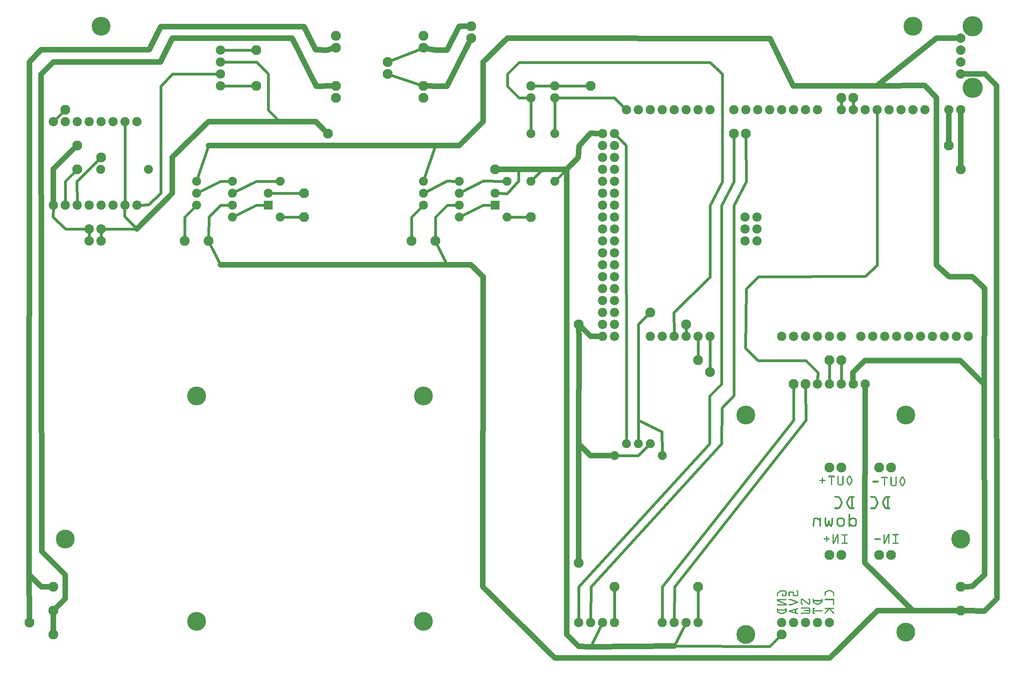
<source format=gbl>
G04 MADE WITH FRITZING*
G04 WWW.FRITZING.ORG*
G04 DOUBLE SIDED*
G04 HOLES PLATED*
G04 CONTOUR ON CENTER OF CONTOUR VECTOR*
%ASAXBY*%
%FSLAX23Y23*%
%MOIN*%
%OFA0B0*%
%SFA1.0B1.0*%
%ADD10C,0.079370*%
%ADD11C,0.078000*%
%ADD12C,0.083307*%
%ADD13C,0.169291*%
%ADD14C,0.158110*%
%ADD15C,0.075000*%
%ADD16C,0.075667*%
%ADD17C,0.075695*%
%ADD18R,0.075667X0.075667*%
%ADD19C,0.024000*%
%ADD20C,0.048000*%
%ADD21R,0.001000X0.001000*%
%LNCOPPER0*%
G90*
G70*
G54D10*
X710Y3572D03*
X610Y3572D03*
X710Y3672D03*
X610Y3672D03*
G54D11*
X6810Y372D03*
X6710Y372D03*
X6610Y372D03*
X6510Y372D03*
X6410Y372D03*
X5710Y372D03*
X5610Y372D03*
X5510Y372D03*
X5410Y372D03*
G54D12*
X6910Y2572D03*
X4810Y4872D03*
X3110Y5072D03*
X3110Y4972D03*
X2010Y5172D03*
X2010Y4872D03*
X4710Y872D03*
X3810Y5372D03*
X4710Y2872D03*
X6810Y2572D03*
X3810Y5272D03*
G54D13*
X8010Y5372D03*
G54D12*
X7010Y4772D03*
X6910Y4772D03*
X5310Y2972D03*
X5810Y2472D03*
X5610Y2872D03*
X5710Y2572D03*
X6510Y2372D03*
X6410Y272D03*
X5710Y672D03*
X310Y272D03*
X110Y372D03*
X5010Y672D03*
G54D13*
X8010Y4854D03*
G54D10*
X7910Y4972D03*
X7910Y5072D03*
X7910Y5172D03*
X7910Y5272D03*
G54D12*
X7910Y672D03*
X7910Y472D03*
X310Y672D03*
X310Y472D03*
X6910Y937D03*
X6810Y937D03*
X2676Y5191D03*
X2676Y5291D03*
X7329Y937D03*
X7229Y937D03*
X2676Y4772D03*
X2676Y4872D03*
X6910Y1672D03*
X6810Y1672D03*
X3410Y5191D03*
X3410Y5291D03*
X7329Y1672D03*
X7229Y1672D03*
X3410Y4772D03*
X3410Y4872D03*
G54D11*
X5010Y372D03*
X4910Y372D03*
X4810Y372D03*
X4710Y372D03*
X1710Y5172D03*
X1710Y5072D03*
X1710Y4972D03*
X1710Y4872D03*
X310Y3872D03*
X410Y3872D03*
X510Y3872D03*
X610Y3872D03*
X710Y3872D03*
X810Y3872D03*
X910Y3872D03*
X1010Y3872D03*
X310Y4572D03*
X410Y4572D03*
X510Y4572D03*
X610Y4572D03*
X710Y4572D03*
X810Y4572D03*
X910Y4572D03*
X1010Y4572D03*
X5810Y2772D03*
X5710Y2772D03*
X5610Y2772D03*
X5510Y2772D03*
X5410Y2772D03*
X5310Y2772D03*
X6910Y2772D03*
X6810Y2772D03*
X6710Y2772D03*
X6610Y2772D03*
X6510Y2772D03*
X6410Y2772D03*
X7973Y2772D03*
X7873Y2772D03*
X7773Y2772D03*
X7673Y2772D03*
X7573Y2772D03*
X7473Y2772D03*
X7373Y2772D03*
X7273Y2772D03*
X7173Y2772D03*
X7073Y2772D03*
X5810Y4672D03*
X5710Y4672D03*
X5610Y4672D03*
X5510Y4672D03*
X5410Y4672D03*
X5310Y4672D03*
X5210Y4672D03*
X5110Y4672D03*
X6710Y4672D03*
X6610Y4672D03*
X6510Y4672D03*
X6410Y4672D03*
X6310Y4672D03*
X6210Y4672D03*
X6110Y4672D03*
X6010Y4672D03*
X5010Y4472D03*
X5010Y4372D03*
X5010Y4272D03*
X5010Y4172D03*
X5010Y4072D03*
X5010Y3972D03*
X5010Y3872D03*
X5010Y3772D03*
X5010Y3672D03*
X5010Y3572D03*
X5010Y3472D03*
X5010Y3372D03*
X5010Y3272D03*
X5010Y3172D03*
X5010Y3072D03*
X5010Y2972D03*
X5010Y2872D03*
X5010Y2772D03*
X4910Y4472D03*
X4910Y4372D03*
X4910Y4272D03*
X4910Y4172D03*
X4910Y4072D03*
X4910Y3972D03*
X4910Y3872D03*
X4910Y3772D03*
X4910Y3672D03*
X4910Y3572D03*
X4910Y3472D03*
X4910Y3372D03*
X4910Y3272D03*
X4910Y3172D03*
X4910Y3072D03*
X4910Y2972D03*
X4910Y2872D03*
X4910Y2772D03*
X7610Y4672D03*
X7510Y4672D03*
X7410Y4672D03*
X7310Y4672D03*
X7210Y4672D03*
X7110Y4672D03*
X7010Y4672D03*
X6910Y4672D03*
X7910Y4672D03*
X7810Y4672D03*
G54D14*
X6110Y272D03*
X6110Y2112D03*
X7451Y291D03*
G54D11*
X6103Y3772D03*
X6103Y3672D03*
X6103Y3572D03*
X6103Y3772D03*
X6103Y3672D03*
X6103Y3572D03*
X6203Y3572D03*
X6203Y3672D03*
X6203Y3772D03*
G54D14*
X7451Y2112D03*
X3410Y380D03*
X3410Y2272D03*
G54D15*
X4310Y4072D03*
X4310Y4472D03*
X4510Y4072D03*
X4510Y4472D03*
G54D11*
X4310Y4872D03*
X4310Y4772D03*
X4510Y4872D03*
X4510Y4772D03*
G54D12*
X6010Y4472D03*
X7910Y4172D03*
X7810Y4372D03*
X6110Y4472D03*
X510Y4372D03*
X710Y4272D03*
X510Y4172D03*
X6610Y2372D03*
X3510Y3572D03*
X3310Y3572D03*
G54D15*
X5310Y1872D03*
X5210Y1872D03*
X5110Y1872D03*
X3410Y3872D03*
X3410Y3972D03*
X3410Y4072D03*
G54D16*
X4010Y3872D03*
X3711Y3872D03*
G54D17*
X4010Y3972D03*
X3710Y3972D03*
G54D15*
X3710Y4072D03*
X4110Y4072D03*
X3710Y3772D03*
X4110Y3772D03*
X706Y4171D03*
X1106Y4171D03*
G54D14*
X1510Y380D03*
X710Y5372D03*
X7910Y1072D03*
X410Y1072D03*
X7510Y5372D03*
X1510Y2272D03*
G54D12*
X1610Y3572D03*
X1410Y3572D03*
G54D15*
X1510Y3872D03*
X1510Y3972D03*
X1510Y4072D03*
G54D16*
X2110Y3872D03*
X1811Y3872D03*
G54D17*
X2110Y3972D03*
X1810Y3972D03*
G54D15*
X1810Y4072D03*
X2210Y4072D03*
X5010Y1772D03*
X5410Y1772D03*
X1810Y3772D03*
X2210Y3772D03*
G54D12*
X2410Y3972D03*
X410Y4672D03*
X2610Y4472D03*
X4010Y4172D03*
X4310Y3772D03*
X2410Y3772D03*
G54D11*
X6710Y2372D03*
X6810Y2372D03*
X6910Y2372D03*
X7010Y2372D03*
X7110Y2372D03*
G54D18*
X4010Y3872D03*
X2110Y3872D03*
G54D19*
X1010Y3671D02*
X741Y3672D01*
D02*
X413Y3671D02*
X579Y3672D01*
D02*
X610Y3599D02*
X610Y3645D01*
D02*
X710Y3599D02*
X710Y3645D01*
G54D20*
D02*
X7810Y4416D02*
X7810Y4631D01*
G54D19*
D02*
X6910Y4739D02*
X6910Y4702D01*
D02*
X7010Y4739D02*
X7010Y4702D01*
D02*
X5710Y2605D02*
X5710Y2742D01*
D02*
X5810Y2505D02*
X5810Y2742D01*
D02*
X5610Y2839D02*
X5610Y2802D01*
D02*
X5106Y4372D02*
X5110Y1900D01*
D02*
X5031Y4450D02*
X5106Y4372D01*
D02*
X5210Y2876D02*
X5287Y2949D01*
D02*
X5210Y2068D02*
X5210Y2876D01*
D02*
X387Y4649D02*
X331Y4593D01*
G54D20*
D02*
X7910Y4631D02*
X7910Y4216D01*
G54D19*
D02*
X906Y3777D02*
X909Y3842D01*
D02*
X1010Y3671D02*
X906Y3777D01*
G54D20*
D02*
X108Y770D02*
X110Y416D01*
D02*
X310Y316D02*
X310Y428D01*
G54D19*
D02*
X6312Y173D02*
X6387Y248D01*
D02*
X5511Y175D02*
X6312Y173D01*
D02*
X4208Y4074D02*
X4110Y3969D01*
D02*
X4110Y3969D02*
X4038Y3971D01*
D02*
X4208Y4172D02*
X4208Y4074D01*
D02*
X5210Y1900D02*
X5210Y2068D01*
D02*
X5408Y1973D02*
X5410Y1800D01*
D02*
X5210Y2068D02*
X5408Y1973D01*
G54D20*
D02*
X4808Y1773D02*
X4970Y1772D01*
D02*
X4711Y1870D02*
X4808Y1773D01*
G54D19*
D02*
X5208Y1773D02*
X5290Y1852D01*
D02*
X5039Y1772D02*
X5208Y1773D01*
D02*
X7212Y3369D02*
X7111Y3274D01*
D02*
X7111Y3274D02*
X6213Y3270D01*
D02*
X7210Y4642D02*
X7212Y3369D01*
D02*
X6213Y3270D02*
X6113Y3169D01*
D02*
X6614Y2568D02*
X6714Y2468D01*
D02*
X6109Y2671D02*
X6213Y2568D01*
D02*
X6714Y2468D02*
X6711Y2402D01*
D02*
X6213Y2568D02*
X6614Y2568D01*
D02*
X6113Y3169D02*
X6109Y2671D01*
D02*
X4510Y4500D02*
X4510Y4742D01*
D02*
X5511Y175D02*
X5597Y345D01*
D02*
X4812Y169D02*
X4897Y345D01*
D02*
X4409Y4173D02*
X4330Y4092D01*
D02*
X4310Y4500D02*
X4310Y4742D01*
D02*
X4280Y4772D02*
X4210Y4772D01*
G54D20*
D02*
X8210Y4874D02*
X8113Y4970D01*
D02*
X8113Y4970D02*
X7952Y4972D01*
D02*
X8210Y3273D02*
X8210Y4874D01*
D02*
X8214Y572D02*
X8210Y3273D01*
D02*
X8111Y469D02*
X8214Y572D01*
D02*
X7954Y471D02*
X8111Y469D01*
D02*
X7510Y473D02*
X7107Y873D01*
D02*
X7866Y472D02*
X7510Y473D01*
D02*
X7908Y2568D02*
X7107Y2568D01*
D02*
X8109Y2368D02*
X7908Y2568D01*
D02*
X7107Y2568D02*
X7007Y2468D01*
D02*
X7007Y2468D02*
X7009Y2413D01*
D02*
X8109Y2368D02*
X8111Y770D01*
D02*
X8112Y3174D02*
X8109Y2368D01*
D02*
X8111Y770D02*
X8008Y674D01*
D02*
X8008Y674D02*
X7954Y673D01*
D02*
X7813Y3272D02*
X8008Y3272D01*
D02*
X8008Y3272D02*
X8112Y3174D01*
D02*
X7709Y4773D02*
X7709Y3369D01*
D02*
X7709Y3369D02*
X7813Y3272D01*
D02*
X7612Y4874D02*
X7709Y4773D01*
G54D19*
D02*
X5089Y4693D02*
X5010Y4772D01*
D02*
X5410Y672D02*
X6511Y2069D01*
D02*
X910Y4542D02*
X910Y3902D01*
D02*
X6511Y2069D02*
X6510Y2339D01*
G54D20*
D02*
X2608Y5173D02*
X2507Y5175D01*
D02*
X2633Y5180D02*
X2608Y5173D01*
D02*
X2507Y5175D02*
X2410Y5369D01*
D02*
X2410Y5369D02*
X1210Y5369D01*
D02*
X1113Y5175D02*
X207Y5175D01*
D02*
X207Y5175D02*
X112Y5072D01*
D02*
X1210Y5369D02*
X1113Y5175D01*
D02*
X112Y5072D02*
X108Y770D01*
G54D19*
D02*
X6614Y2069D02*
X5513Y672D01*
G54D20*
D02*
X211Y673D02*
X266Y672D01*
D02*
X108Y770D02*
X211Y673D01*
G54D19*
D02*
X6610Y2339D02*
X6614Y2069D01*
G54D20*
D02*
X2514Y4868D02*
X2312Y5272D01*
D02*
X1308Y5272D02*
X1208Y5072D01*
D02*
X2312Y5272D02*
X1308Y5272D01*
D02*
X2632Y4871D02*
X2514Y4868D01*
D02*
X310Y5072D02*
X207Y4969D01*
D02*
X207Y4969D02*
X213Y969D01*
D02*
X1208Y5072D02*
X310Y5072D01*
G54D19*
D02*
X5909Y1871D02*
X5909Y1871D01*
D02*
X6114Y4068D02*
X6110Y4439D01*
D02*
X6010Y3868D02*
X6114Y4068D01*
D02*
X6010Y2276D02*
X6010Y3868D01*
D02*
X5912Y2173D02*
X6010Y2276D01*
D02*
X5909Y1871D02*
X5912Y2173D01*
G54D20*
D02*
X213Y969D02*
X410Y772D01*
G54D19*
D02*
X4814Y672D02*
X5909Y1871D01*
G54D20*
D02*
X410Y572D02*
X341Y503D01*
D02*
X410Y772D02*
X410Y572D01*
G54D19*
D02*
X4710Y402D02*
X4711Y672D01*
D02*
X4777Y4872D02*
X4540Y4872D01*
D02*
X6010Y4068D02*
X6010Y4439D01*
D02*
X5906Y3868D02*
X6010Y4068D01*
D02*
X5906Y2372D02*
X5906Y3868D01*
D02*
X5807Y2271D02*
X5906Y2372D01*
D02*
X5807Y1871D02*
X5807Y2271D01*
G54D20*
D02*
X3512Y4869D02*
X3454Y4871D01*
D02*
X3609Y4869D02*
X3512Y4869D01*
D02*
X3791Y5233D02*
X3609Y4869D01*
D02*
X3512Y5173D02*
X3453Y5183D01*
D02*
X3609Y5173D02*
X3512Y5173D01*
D02*
X3766Y5372D02*
X3712Y5372D01*
D02*
X3712Y5372D02*
X3609Y5173D01*
D02*
X4811Y4474D02*
X4869Y4473D01*
D02*
X4713Y4368D02*
X4811Y4474D01*
D02*
X4709Y4272D02*
X4713Y4368D01*
D02*
X4810Y2772D02*
X4869Y2772D01*
D02*
X4741Y2841D02*
X4810Y2772D01*
G54D19*
D02*
X1309Y4972D02*
X1212Y4869D01*
D02*
X1680Y4972D02*
X1309Y4972D01*
D02*
X1212Y4869D02*
X1212Y3971D01*
D02*
X1212Y3971D02*
X1109Y3874D01*
G54D20*
D02*
X310Y4174D02*
X479Y4341D01*
D02*
X310Y3913D02*
X310Y4174D01*
G54D19*
D02*
X487Y4148D02*
X412Y4071D01*
D02*
X412Y4071D02*
X410Y3902D01*
D02*
X687Y4249D02*
X506Y4071D01*
D02*
X506Y4071D02*
X510Y3902D01*
G54D20*
D02*
X4610Y272D02*
X4610Y4172D01*
D02*
X4710Y172D02*
X4610Y272D01*
D02*
X4812Y169D02*
X4710Y172D01*
D02*
X4812Y169D02*
X5511Y175D01*
D02*
X4711Y1870D02*
X4710Y916D01*
D02*
X4714Y2772D02*
X4711Y1870D01*
D02*
X4712Y2828D02*
X4714Y2772D01*
G54D19*
D02*
X3141Y4961D02*
X3379Y4882D01*
D02*
X3141Y5084D02*
X3380Y5179D01*
D02*
X3312Y3771D02*
X3310Y3605D01*
D02*
X3390Y3851D02*
X3312Y3771D01*
D02*
X3511Y3770D02*
X3510Y3605D01*
D02*
X3612Y3873D02*
X3511Y3770D01*
D02*
X3683Y3872D02*
X3612Y3873D01*
D02*
X3736Y3785D02*
X3911Y3873D01*
D02*
X3911Y3873D02*
X3982Y3872D01*
D02*
X3912Y4074D02*
X3735Y3984D01*
D02*
X4081Y4072D02*
X3912Y4074D01*
D02*
X3609Y4074D02*
X3436Y3985D01*
D02*
X3682Y4072D02*
X3609Y4074D01*
D02*
X308Y3770D02*
X310Y3842D01*
D02*
X413Y3671D02*
X308Y3770D01*
G54D20*
D02*
X7708Y5273D02*
X7868Y5272D01*
D02*
X7208Y4873D02*
X7708Y5273D01*
D02*
X7612Y4874D02*
X7208Y4873D01*
G54D19*
D02*
X6910Y2402D02*
X6910Y2539D01*
D02*
X6810Y2402D02*
X6810Y2539D01*
D02*
X5710Y639D02*
X5710Y402D01*
D02*
X5010Y639D02*
X5010Y402D01*
G54D20*
D02*
X6508Y4873D02*
X6812Y4873D01*
D02*
X6313Y5269D02*
X6508Y4873D01*
D02*
X4113Y5270D02*
X6313Y5269D01*
D02*
X6812Y4873D02*
X7208Y4873D01*
G54D19*
D02*
X1977Y5172D02*
X1740Y5172D01*
D02*
X1977Y4872D02*
X1740Y4872D01*
D02*
X1109Y3874D02*
X1040Y3872D01*
D02*
X1412Y3771D02*
X1410Y3605D01*
D02*
X1490Y3851D02*
X1412Y3771D01*
D02*
X1613Y3770D02*
X1611Y3605D01*
D02*
X1712Y3873D02*
X1613Y3770D01*
D02*
X1783Y3872D02*
X1712Y3873D01*
D02*
X1836Y3785D02*
X2011Y3873D01*
D02*
X2011Y3873D02*
X2082Y3872D01*
D02*
X2011Y4071D02*
X1835Y3984D01*
D02*
X2181Y4072D02*
X2011Y4071D01*
D02*
X1712Y4071D02*
X1536Y3984D01*
D02*
X1781Y4071D02*
X1712Y4071D01*
D02*
X2377Y3772D02*
X2239Y3772D01*
D02*
X4277Y3772D02*
X4139Y3772D01*
G54D20*
D02*
X4208Y4172D02*
X4054Y4172D01*
D02*
X4409Y4173D02*
X4208Y4172D01*
D02*
X4610Y4172D02*
X4409Y4173D01*
D02*
X4610Y4172D02*
X4709Y4272D01*
G54D19*
D02*
X4610Y4172D02*
X4530Y4092D01*
G54D20*
D02*
X3912Y4572D02*
X3912Y5070D01*
D02*
X3912Y5070D02*
X4113Y5270D01*
D02*
X3712Y4372D02*
X3912Y4572D01*
D02*
X3512Y4372D02*
X3712Y4372D01*
D02*
X3512Y4372D02*
X1612Y4372D01*
G54D19*
D02*
X1612Y4372D02*
X1519Y4099D01*
D02*
X3512Y4372D02*
X3419Y4099D01*
G54D20*
D02*
X2511Y4572D02*
X2579Y4503D01*
D02*
X2207Y4572D02*
X2511Y4572D01*
D02*
X1813Y4572D02*
X2207Y4572D01*
D02*
X1612Y4572D02*
X1813Y4572D01*
D02*
X1309Y4274D02*
X1612Y4572D01*
D02*
X1309Y3971D02*
X1309Y4274D01*
D02*
X1010Y3671D02*
X1309Y3971D01*
G54D19*
D02*
X4711Y672D02*
X5807Y1871D01*
D02*
X5513Y672D02*
X5510Y402D01*
D02*
X5410Y672D02*
X5410Y402D01*
D02*
X4814Y672D02*
X4810Y402D01*
G54D20*
D02*
X3609Y3370D02*
X1710Y3370D01*
D02*
X3912Y3273D02*
X3809Y3370D01*
D02*
X3809Y3370D02*
X3609Y3370D01*
D02*
X3908Y670D02*
X3912Y3273D01*
D02*
X4512Y74D02*
X3908Y670D01*
D02*
X6815Y74D02*
X4512Y74D01*
D02*
X7213Y473D02*
X6815Y74D01*
D02*
X7510Y473D02*
X7213Y473D01*
G54D19*
D02*
X2377Y3972D02*
X2138Y3972D01*
D02*
X2110Y4972D02*
X2013Y5070D01*
D02*
X2110Y4669D02*
X2110Y4972D01*
D02*
X2207Y4572D02*
X2110Y4669D01*
D02*
X2013Y5070D02*
X1740Y5072D01*
D02*
X3609Y3370D02*
X3525Y3542D01*
D02*
X1710Y3370D02*
X1625Y3542D01*
D02*
X4480Y4872D02*
X4340Y4872D01*
D02*
X4210Y5068D02*
X5810Y5068D01*
D02*
X4114Y4972D02*
X4210Y5068D01*
D02*
X5810Y5068D02*
X5914Y4972D01*
D02*
X5914Y4068D02*
X5810Y3868D01*
D02*
X5810Y3868D02*
X5810Y3268D01*
D02*
X5914Y4972D02*
X5914Y4068D01*
D02*
X5810Y3268D02*
X5506Y2972D01*
D02*
X5506Y2972D02*
X5510Y2802D01*
D02*
X4113Y4869D02*
X4114Y4972D01*
D02*
X4210Y4772D02*
X4113Y4869D01*
D02*
X5010Y4772D02*
X4540Y4772D01*
G54D20*
D02*
X7107Y873D02*
X7110Y2331D01*
G54D21*
X6803Y1603D02*
X6854Y1603D01*
X6882Y1603D02*
X6884Y1603D01*
X6924Y1603D02*
X6925Y1603D01*
X6977Y1603D02*
X6981Y1603D01*
X6803Y1602D02*
X6854Y1602D01*
X6880Y1602D02*
X6886Y1602D01*
X6922Y1602D02*
X6927Y1602D01*
X6973Y1602D02*
X6984Y1602D01*
X6803Y1601D02*
X6854Y1601D01*
X6879Y1601D02*
X6887Y1601D01*
X6921Y1601D02*
X6928Y1601D01*
X6972Y1601D02*
X6985Y1601D01*
X6803Y1600D02*
X6854Y1600D01*
X6879Y1600D02*
X6887Y1600D01*
X6920Y1600D02*
X6929Y1600D01*
X6971Y1600D02*
X6987Y1600D01*
X6803Y1599D02*
X6854Y1599D01*
X6878Y1599D02*
X6887Y1599D01*
X6920Y1599D02*
X6929Y1599D01*
X6969Y1599D02*
X6988Y1599D01*
X6803Y1598D02*
X6854Y1598D01*
X6878Y1598D02*
X6888Y1598D01*
X6920Y1598D02*
X6929Y1598D01*
X6968Y1598D02*
X6989Y1598D01*
X6803Y1597D02*
X6854Y1597D01*
X6878Y1597D02*
X6888Y1597D01*
X6919Y1597D02*
X6929Y1597D01*
X6968Y1597D02*
X6989Y1597D01*
X6803Y1596D02*
X6854Y1596D01*
X6878Y1596D02*
X6888Y1596D01*
X6919Y1596D02*
X6929Y1596D01*
X6967Y1596D02*
X6990Y1596D01*
X6803Y1595D02*
X6854Y1595D01*
X6878Y1595D02*
X6888Y1595D01*
X6919Y1595D02*
X6929Y1595D01*
X6967Y1595D02*
X6991Y1595D01*
X7247Y1595D02*
X7298Y1595D01*
X7325Y1595D02*
X7329Y1595D01*
X7366Y1595D02*
X7370Y1595D01*
X7418Y1595D02*
X7427Y1595D01*
X6803Y1594D02*
X6854Y1594D01*
X6878Y1594D02*
X6888Y1594D01*
X6919Y1594D02*
X6929Y1594D01*
X6966Y1594D02*
X6991Y1594D01*
X7247Y1594D02*
X7298Y1594D01*
X7323Y1594D02*
X7330Y1594D01*
X7365Y1594D02*
X7372Y1594D01*
X7416Y1594D02*
X7429Y1594D01*
X6803Y1593D02*
X6854Y1593D01*
X6878Y1593D02*
X6888Y1593D01*
X6919Y1593D02*
X6929Y1593D01*
X6966Y1593D02*
X6992Y1593D01*
X7247Y1593D02*
X7298Y1593D01*
X7323Y1593D02*
X7331Y1593D01*
X7364Y1593D02*
X7372Y1593D01*
X7415Y1593D02*
X7430Y1593D01*
X6803Y1592D02*
X6813Y1592D01*
X6824Y1592D02*
X6833Y1592D01*
X6845Y1592D02*
X6854Y1592D01*
X6878Y1592D02*
X6888Y1592D01*
X6919Y1592D02*
X6929Y1592D01*
X6965Y1592D02*
X6976Y1592D01*
X6981Y1592D02*
X6992Y1592D01*
X7247Y1592D02*
X7298Y1592D01*
X7322Y1592D02*
X7331Y1592D01*
X7364Y1592D02*
X7373Y1592D01*
X7414Y1592D02*
X7431Y1592D01*
X6803Y1591D02*
X6813Y1591D01*
X6824Y1591D02*
X6833Y1591D01*
X6845Y1591D02*
X6854Y1591D01*
X6878Y1591D02*
X6888Y1591D01*
X6919Y1591D02*
X6929Y1591D01*
X6965Y1591D02*
X6976Y1591D01*
X6982Y1591D02*
X6993Y1591D01*
X7247Y1591D02*
X7298Y1591D01*
X7322Y1591D02*
X7331Y1591D01*
X7363Y1591D02*
X7373Y1591D01*
X7413Y1591D02*
X7432Y1591D01*
X6803Y1590D02*
X6813Y1590D01*
X6824Y1590D02*
X6833Y1590D01*
X6845Y1590D02*
X6854Y1590D01*
X6878Y1590D02*
X6888Y1590D01*
X6919Y1590D02*
X6929Y1590D01*
X6964Y1590D02*
X6975Y1590D01*
X6982Y1590D02*
X6993Y1590D01*
X7247Y1590D02*
X7298Y1590D01*
X7322Y1590D02*
X7332Y1590D01*
X7363Y1590D02*
X7373Y1590D01*
X7412Y1590D02*
X7433Y1590D01*
X6803Y1589D02*
X6813Y1589D01*
X6824Y1589D02*
X6833Y1589D01*
X6845Y1589D02*
X6854Y1589D01*
X6878Y1589D02*
X6888Y1589D01*
X6919Y1589D02*
X6929Y1589D01*
X6964Y1589D02*
X6974Y1589D01*
X6983Y1589D02*
X6994Y1589D01*
X7247Y1589D02*
X7298Y1589D01*
X7322Y1589D02*
X7332Y1589D01*
X7363Y1589D02*
X7373Y1589D01*
X7411Y1589D02*
X7434Y1589D01*
X6752Y1588D02*
X6755Y1588D01*
X6803Y1588D02*
X6812Y1588D01*
X6824Y1588D02*
X6833Y1588D01*
X6845Y1588D02*
X6854Y1588D01*
X6878Y1588D02*
X6888Y1588D01*
X6919Y1588D02*
X6929Y1588D01*
X6963Y1588D02*
X6974Y1588D01*
X6983Y1588D02*
X6994Y1588D01*
X7247Y1588D02*
X7298Y1588D01*
X7322Y1588D02*
X7332Y1588D01*
X7363Y1588D02*
X7373Y1588D01*
X7411Y1588D02*
X7434Y1588D01*
X6751Y1587D02*
X6757Y1587D01*
X6804Y1587D02*
X6812Y1587D01*
X6824Y1587D02*
X6833Y1587D01*
X6845Y1587D02*
X6854Y1587D01*
X6878Y1587D02*
X6888Y1587D01*
X6919Y1587D02*
X6929Y1587D01*
X6963Y1587D02*
X6973Y1587D01*
X6984Y1587D02*
X6995Y1587D01*
X7247Y1587D02*
X7298Y1587D01*
X7322Y1587D02*
X7332Y1587D01*
X7363Y1587D02*
X7373Y1587D01*
X7410Y1587D02*
X7435Y1587D01*
X6750Y1586D02*
X6758Y1586D01*
X6804Y1586D02*
X6812Y1586D01*
X6824Y1586D02*
X6833Y1586D01*
X6846Y1586D02*
X6853Y1586D01*
X6878Y1586D02*
X6888Y1586D01*
X6919Y1586D02*
X6929Y1586D01*
X6962Y1586D02*
X6973Y1586D01*
X6984Y1586D02*
X6995Y1586D01*
X7247Y1586D02*
X7298Y1586D01*
X7322Y1586D02*
X7332Y1586D01*
X7363Y1586D02*
X7373Y1586D01*
X7410Y1586D02*
X7435Y1586D01*
X6749Y1585D02*
X6758Y1585D01*
X6805Y1585D02*
X6811Y1585D01*
X6824Y1585D02*
X6833Y1585D01*
X6847Y1585D02*
X6852Y1585D01*
X6878Y1585D02*
X6888Y1585D01*
X6919Y1585D02*
X6929Y1585D01*
X6962Y1585D02*
X6972Y1585D01*
X6985Y1585D02*
X6996Y1585D01*
X7247Y1585D02*
X7257Y1585D01*
X7268Y1585D02*
X7277Y1585D01*
X7288Y1585D02*
X7298Y1585D01*
X7322Y1585D02*
X7332Y1585D01*
X7363Y1585D02*
X7373Y1585D01*
X7409Y1585D02*
X7421Y1585D01*
X7424Y1585D02*
X7436Y1585D01*
X6749Y1584D02*
X6758Y1584D01*
X6808Y1584D02*
X6808Y1584D01*
X6824Y1584D02*
X6833Y1584D01*
X6849Y1584D02*
X6850Y1584D01*
X6878Y1584D02*
X6888Y1584D01*
X6919Y1584D02*
X6929Y1584D01*
X6961Y1584D02*
X6972Y1584D01*
X6985Y1584D02*
X6996Y1584D01*
X7247Y1584D02*
X7257Y1584D01*
X7268Y1584D02*
X7277Y1584D01*
X7288Y1584D02*
X7298Y1584D01*
X7322Y1584D02*
X7332Y1584D01*
X7363Y1584D02*
X7373Y1584D01*
X7409Y1584D02*
X7420Y1584D01*
X7425Y1584D02*
X7436Y1584D01*
X6749Y1583D02*
X6758Y1583D01*
X6824Y1583D02*
X6833Y1583D01*
X6878Y1583D02*
X6888Y1583D01*
X6919Y1583D02*
X6929Y1583D01*
X6961Y1583D02*
X6971Y1583D01*
X6986Y1583D02*
X6997Y1583D01*
X7247Y1583D02*
X7257Y1583D01*
X7268Y1583D02*
X7277Y1583D01*
X7288Y1583D02*
X7298Y1583D01*
X7322Y1583D02*
X7332Y1583D01*
X7363Y1583D02*
X7373Y1583D01*
X7408Y1583D02*
X7419Y1583D01*
X7426Y1583D02*
X7437Y1583D01*
X6749Y1582D02*
X6758Y1582D01*
X6824Y1582D02*
X6833Y1582D01*
X6878Y1582D02*
X6888Y1582D01*
X6919Y1582D02*
X6929Y1582D01*
X6960Y1582D02*
X6971Y1582D01*
X6986Y1582D02*
X6997Y1582D01*
X7247Y1582D02*
X7257Y1582D01*
X7268Y1582D02*
X7277Y1582D01*
X7288Y1582D02*
X7298Y1582D01*
X7322Y1582D02*
X7332Y1582D01*
X7363Y1582D02*
X7373Y1582D01*
X7408Y1582D02*
X7418Y1582D01*
X7426Y1582D02*
X7437Y1582D01*
X6749Y1581D02*
X6758Y1581D01*
X6824Y1581D02*
X6833Y1581D01*
X6878Y1581D02*
X6888Y1581D01*
X6919Y1581D02*
X6929Y1581D01*
X6960Y1581D02*
X6970Y1581D01*
X6987Y1581D02*
X6998Y1581D01*
X7247Y1581D02*
X7256Y1581D01*
X7268Y1581D02*
X7277Y1581D01*
X7289Y1581D02*
X7298Y1581D01*
X7322Y1581D02*
X7332Y1581D01*
X7363Y1581D02*
X7373Y1581D01*
X7407Y1581D02*
X7418Y1581D01*
X7427Y1581D02*
X7438Y1581D01*
X6749Y1580D02*
X6758Y1580D01*
X6824Y1580D02*
X6833Y1580D01*
X6878Y1580D02*
X6888Y1580D01*
X6919Y1580D02*
X6929Y1580D01*
X6959Y1580D02*
X6970Y1580D01*
X6987Y1580D02*
X6998Y1580D01*
X7247Y1580D02*
X7256Y1580D01*
X7268Y1580D02*
X7277Y1580D01*
X7289Y1580D02*
X7298Y1580D01*
X7322Y1580D02*
X7332Y1580D01*
X7363Y1580D02*
X7373Y1580D01*
X7407Y1580D02*
X7417Y1580D01*
X7427Y1580D02*
X7438Y1580D01*
X6749Y1579D02*
X6758Y1579D01*
X6824Y1579D02*
X6833Y1579D01*
X6878Y1579D02*
X6888Y1579D01*
X6919Y1579D02*
X6929Y1579D01*
X6959Y1579D02*
X6969Y1579D01*
X6988Y1579D02*
X6999Y1579D01*
X7248Y1579D02*
X7256Y1579D01*
X7268Y1579D02*
X7277Y1579D01*
X7289Y1579D02*
X7297Y1579D01*
X7322Y1579D02*
X7332Y1579D01*
X7363Y1579D02*
X7373Y1579D01*
X7406Y1579D02*
X7417Y1579D01*
X7428Y1579D02*
X7439Y1579D01*
X6749Y1578D02*
X6758Y1578D01*
X6824Y1578D02*
X6833Y1578D01*
X6878Y1578D02*
X6888Y1578D01*
X6919Y1578D02*
X6929Y1578D01*
X6958Y1578D02*
X6969Y1578D01*
X6988Y1578D02*
X6999Y1578D01*
X7249Y1578D02*
X7255Y1578D01*
X7268Y1578D02*
X7277Y1578D01*
X7290Y1578D02*
X7296Y1578D01*
X7322Y1578D02*
X7332Y1578D01*
X7363Y1578D02*
X7373Y1578D01*
X7406Y1578D02*
X7416Y1578D01*
X7429Y1578D02*
X7439Y1578D01*
X6749Y1577D02*
X6758Y1577D01*
X6824Y1577D02*
X6833Y1577D01*
X6878Y1577D02*
X6888Y1577D01*
X6919Y1577D02*
X6929Y1577D01*
X6958Y1577D02*
X6968Y1577D01*
X6989Y1577D02*
X7000Y1577D01*
X7250Y1577D02*
X7254Y1577D01*
X7268Y1577D02*
X7277Y1577D01*
X7292Y1577D02*
X7295Y1577D01*
X7322Y1577D02*
X7332Y1577D01*
X7363Y1577D02*
X7373Y1577D01*
X7405Y1577D02*
X7416Y1577D01*
X7429Y1577D02*
X7440Y1577D01*
X6749Y1576D02*
X6758Y1576D01*
X6824Y1576D02*
X6833Y1576D01*
X6878Y1576D02*
X6888Y1576D01*
X6919Y1576D02*
X6929Y1576D01*
X6957Y1576D02*
X6968Y1576D01*
X6989Y1576D02*
X7000Y1576D01*
X7268Y1576D02*
X7277Y1576D01*
X7322Y1576D02*
X7332Y1576D01*
X7363Y1576D02*
X7373Y1576D01*
X7405Y1576D02*
X7415Y1576D01*
X7430Y1576D02*
X7440Y1576D01*
X6749Y1575D02*
X6758Y1575D01*
X6824Y1575D02*
X6833Y1575D01*
X6878Y1575D02*
X6888Y1575D01*
X6919Y1575D02*
X6929Y1575D01*
X6957Y1575D02*
X6967Y1575D01*
X6990Y1575D02*
X7001Y1575D01*
X7268Y1575D02*
X7277Y1575D01*
X7322Y1575D02*
X7332Y1575D01*
X7363Y1575D02*
X7373Y1575D01*
X7404Y1575D02*
X7415Y1575D01*
X7430Y1575D02*
X7441Y1575D01*
X6749Y1574D02*
X6758Y1574D01*
X6824Y1574D02*
X6833Y1574D01*
X6878Y1574D02*
X6888Y1574D01*
X6919Y1574D02*
X6929Y1574D01*
X6956Y1574D02*
X6967Y1574D01*
X6990Y1574D02*
X7001Y1574D01*
X7268Y1574D02*
X7277Y1574D01*
X7322Y1574D02*
X7332Y1574D01*
X7363Y1574D02*
X7373Y1574D01*
X7404Y1574D02*
X7414Y1574D01*
X7431Y1574D02*
X7441Y1574D01*
X6749Y1573D02*
X6758Y1573D01*
X6824Y1573D02*
X6833Y1573D01*
X6878Y1573D02*
X6888Y1573D01*
X6919Y1573D02*
X6929Y1573D01*
X6956Y1573D02*
X6966Y1573D01*
X6991Y1573D02*
X7002Y1573D01*
X7268Y1573D02*
X7277Y1573D01*
X7322Y1573D02*
X7332Y1573D01*
X7363Y1573D02*
X7373Y1573D01*
X7403Y1573D02*
X7414Y1573D01*
X7431Y1573D02*
X7442Y1573D01*
X6749Y1572D02*
X6758Y1572D01*
X6824Y1572D02*
X6833Y1572D01*
X6878Y1572D02*
X6888Y1572D01*
X6919Y1572D02*
X6929Y1572D01*
X6955Y1572D02*
X6966Y1572D01*
X6991Y1572D02*
X7002Y1572D01*
X7268Y1572D02*
X7277Y1572D01*
X7322Y1572D02*
X7332Y1572D01*
X7363Y1572D02*
X7373Y1572D01*
X7403Y1572D02*
X7413Y1572D01*
X7432Y1572D02*
X7442Y1572D01*
X6749Y1571D02*
X6758Y1571D01*
X6824Y1571D02*
X6833Y1571D01*
X6878Y1571D02*
X6888Y1571D01*
X6919Y1571D02*
X6929Y1571D01*
X6955Y1571D02*
X6965Y1571D01*
X6992Y1571D02*
X7002Y1571D01*
X7268Y1571D02*
X7277Y1571D01*
X7322Y1571D02*
X7332Y1571D01*
X7363Y1571D02*
X7373Y1571D01*
X7402Y1571D02*
X7413Y1571D01*
X7432Y1571D02*
X7443Y1571D01*
X6749Y1570D02*
X6758Y1570D01*
X6824Y1570D02*
X6833Y1570D01*
X6878Y1570D02*
X6888Y1570D01*
X6919Y1570D02*
X6929Y1570D01*
X6954Y1570D02*
X6965Y1570D01*
X6992Y1570D02*
X7003Y1570D01*
X7268Y1570D02*
X7277Y1570D01*
X7322Y1570D02*
X7332Y1570D01*
X7363Y1570D02*
X7373Y1570D01*
X7402Y1570D02*
X7412Y1570D01*
X7433Y1570D02*
X7443Y1570D01*
X6749Y1569D02*
X6758Y1569D01*
X6824Y1569D02*
X6833Y1569D01*
X6878Y1569D02*
X6888Y1569D01*
X6919Y1569D02*
X6929Y1569D01*
X6954Y1569D02*
X6964Y1569D01*
X6993Y1569D02*
X7003Y1569D01*
X7268Y1569D02*
X7277Y1569D01*
X7322Y1569D02*
X7332Y1569D01*
X7363Y1569D02*
X7373Y1569D01*
X7401Y1569D02*
X7412Y1569D01*
X7433Y1569D02*
X7444Y1569D01*
X6749Y1568D02*
X6759Y1568D01*
X6824Y1568D02*
X6833Y1568D01*
X6878Y1568D02*
X6888Y1568D01*
X6919Y1568D02*
X6929Y1568D01*
X6954Y1568D02*
X6964Y1568D01*
X6993Y1568D02*
X7003Y1568D01*
X7268Y1568D02*
X7277Y1568D01*
X7322Y1568D02*
X7332Y1568D01*
X7363Y1568D02*
X7373Y1568D01*
X7401Y1568D02*
X7411Y1568D01*
X7434Y1568D02*
X7444Y1568D01*
X6731Y1567D02*
X6777Y1567D01*
X6824Y1567D02*
X6833Y1567D01*
X6878Y1567D02*
X6888Y1567D01*
X6919Y1567D02*
X6929Y1567D01*
X6954Y1567D02*
X6963Y1567D01*
X6994Y1567D02*
X7004Y1567D01*
X7268Y1567D02*
X7277Y1567D01*
X7322Y1567D02*
X7332Y1567D01*
X7363Y1567D02*
X7373Y1567D01*
X7400Y1567D02*
X7411Y1567D01*
X7434Y1567D02*
X7445Y1567D01*
X6730Y1566D02*
X6778Y1566D01*
X6824Y1566D02*
X6833Y1566D01*
X6878Y1566D02*
X6888Y1566D01*
X6919Y1566D02*
X6929Y1566D01*
X6953Y1566D02*
X6963Y1566D01*
X6994Y1566D02*
X7004Y1566D01*
X7268Y1566D02*
X7277Y1566D01*
X7322Y1566D02*
X7332Y1566D01*
X7363Y1566D02*
X7373Y1566D01*
X7400Y1566D02*
X7410Y1566D01*
X7435Y1566D02*
X7445Y1566D01*
X6729Y1565D02*
X6778Y1565D01*
X6824Y1565D02*
X6833Y1565D01*
X6878Y1565D02*
X6888Y1565D01*
X6919Y1565D02*
X6929Y1565D01*
X6953Y1565D02*
X6963Y1565D01*
X6994Y1565D02*
X7004Y1565D01*
X7268Y1565D02*
X7277Y1565D01*
X7322Y1565D02*
X7332Y1565D01*
X7363Y1565D02*
X7373Y1565D01*
X7399Y1565D02*
X7410Y1565D01*
X7435Y1565D02*
X7446Y1565D01*
X6728Y1564D02*
X6779Y1564D01*
X6824Y1564D02*
X6833Y1564D01*
X6878Y1564D02*
X6888Y1564D01*
X6919Y1564D02*
X6929Y1564D01*
X6953Y1564D02*
X6963Y1564D01*
X6994Y1564D02*
X7004Y1564D01*
X7268Y1564D02*
X7277Y1564D01*
X7322Y1564D02*
X7332Y1564D01*
X7363Y1564D02*
X7373Y1564D01*
X7399Y1564D02*
X7409Y1564D01*
X7436Y1564D02*
X7446Y1564D01*
X6728Y1563D02*
X6779Y1563D01*
X6824Y1563D02*
X6833Y1563D01*
X6878Y1563D02*
X6888Y1563D01*
X6919Y1563D02*
X6929Y1563D01*
X6953Y1563D02*
X6963Y1563D01*
X6994Y1563D02*
X7004Y1563D01*
X7268Y1563D02*
X7277Y1563D01*
X7322Y1563D02*
X7332Y1563D01*
X7363Y1563D02*
X7373Y1563D01*
X7398Y1563D02*
X7409Y1563D01*
X7436Y1563D02*
X7447Y1563D01*
X6728Y1562D02*
X6779Y1562D01*
X6824Y1562D02*
X6833Y1562D01*
X6878Y1562D02*
X6888Y1562D01*
X6919Y1562D02*
X6929Y1562D01*
X6953Y1562D02*
X6963Y1562D01*
X6994Y1562D02*
X7004Y1562D01*
X7268Y1562D02*
X7277Y1562D01*
X7322Y1562D02*
X7332Y1562D01*
X7363Y1562D02*
X7373Y1562D01*
X7398Y1562D02*
X7408Y1562D01*
X7437Y1562D02*
X7447Y1562D01*
X6729Y1561D02*
X6779Y1561D01*
X6824Y1561D02*
X6833Y1561D01*
X6878Y1561D02*
X6888Y1561D01*
X6919Y1561D02*
X6929Y1561D01*
X6953Y1561D02*
X6963Y1561D01*
X6994Y1561D02*
X7004Y1561D01*
X7268Y1561D02*
X7277Y1561D01*
X7322Y1561D02*
X7332Y1561D01*
X7363Y1561D02*
X7373Y1561D01*
X7398Y1561D02*
X7408Y1561D01*
X7437Y1561D02*
X7447Y1561D01*
X6729Y1560D02*
X6778Y1560D01*
X6824Y1560D02*
X6833Y1560D01*
X6878Y1560D02*
X6888Y1560D01*
X6919Y1560D02*
X6929Y1560D01*
X6953Y1560D02*
X6963Y1560D01*
X6994Y1560D02*
X7004Y1560D01*
X7175Y1560D02*
X7220Y1560D01*
X7268Y1560D02*
X7277Y1560D01*
X7322Y1560D02*
X7332Y1560D01*
X7363Y1560D02*
X7373Y1560D01*
X7398Y1560D02*
X7407Y1560D01*
X7437Y1560D02*
X7447Y1560D01*
X6730Y1559D02*
X6778Y1559D01*
X6824Y1559D02*
X6833Y1559D01*
X6878Y1559D02*
X6888Y1559D01*
X6919Y1559D02*
X6929Y1559D01*
X6953Y1559D02*
X6963Y1559D01*
X6994Y1559D02*
X7004Y1559D01*
X7174Y1559D02*
X7221Y1559D01*
X7268Y1559D02*
X7277Y1559D01*
X7322Y1559D02*
X7332Y1559D01*
X7363Y1559D02*
X7373Y1559D01*
X7397Y1559D02*
X7407Y1559D01*
X7438Y1559D02*
X7448Y1559D01*
X6731Y1558D02*
X6776Y1558D01*
X6824Y1558D02*
X6833Y1558D01*
X6878Y1558D02*
X6888Y1558D01*
X6919Y1558D02*
X6929Y1558D01*
X6954Y1558D02*
X6964Y1558D01*
X6994Y1558D02*
X7004Y1558D01*
X7173Y1558D02*
X7222Y1558D01*
X7268Y1558D02*
X7277Y1558D01*
X7322Y1558D02*
X7332Y1558D01*
X7363Y1558D02*
X7373Y1558D01*
X7397Y1558D02*
X7407Y1558D01*
X7438Y1558D02*
X7448Y1558D01*
X6749Y1557D02*
X6759Y1557D01*
X6824Y1557D02*
X6833Y1557D01*
X6878Y1557D02*
X6888Y1557D01*
X6919Y1557D02*
X6929Y1557D01*
X6954Y1557D02*
X6964Y1557D01*
X6993Y1557D02*
X7003Y1557D01*
X7172Y1557D02*
X7223Y1557D01*
X7268Y1557D02*
X7277Y1557D01*
X7322Y1557D02*
X7332Y1557D01*
X7363Y1557D02*
X7373Y1557D01*
X7397Y1557D02*
X7407Y1557D01*
X7438Y1557D02*
X7448Y1557D01*
X6749Y1556D02*
X6758Y1556D01*
X6824Y1556D02*
X6833Y1556D01*
X6878Y1556D02*
X6888Y1556D01*
X6919Y1556D02*
X6929Y1556D01*
X6954Y1556D02*
X6964Y1556D01*
X6993Y1556D02*
X7003Y1556D01*
X7172Y1556D02*
X7223Y1556D01*
X7268Y1556D02*
X7277Y1556D01*
X7322Y1556D02*
X7332Y1556D01*
X7363Y1556D02*
X7373Y1556D01*
X7397Y1556D02*
X7407Y1556D01*
X7438Y1556D02*
X7448Y1556D01*
X6749Y1555D02*
X6758Y1555D01*
X6824Y1555D02*
X6833Y1555D01*
X6878Y1555D02*
X6888Y1555D01*
X6919Y1555D02*
X6929Y1555D01*
X6954Y1555D02*
X6965Y1555D01*
X6992Y1555D02*
X7003Y1555D01*
X7172Y1555D02*
X7223Y1555D01*
X7268Y1555D02*
X7277Y1555D01*
X7322Y1555D02*
X7332Y1555D01*
X7363Y1555D02*
X7373Y1555D01*
X7397Y1555D02*
X7407Y1555D01*
X7438Y1555D02*
X7448Y1555D01*
X6749Y1554D02*
X6758Y1554D01*
X6824Y1554D02*
X6833Y1554D01*
X6878Y1554D02*
X6888Y1554D01*
X6919Y1554D02*
X6929Y1554D01*
X6955Y1554D02*
X6965Y1554D01*
X6992Y1554D02*
X7002Y1554D01*
X7172Y1554D02*
X7223Y1554D01*
X7268Y1554D02*
X7277Y1554D01*
X7322Y1554D02*
X7332Y1554D01*
X7363Y1554D02*
X7373Y1554D01*
X7397Y1554D02*
X7407Y1554D01*
X7438Y1554D02*
X7448Y1554D01*
X6749Y1553D02*
X6758Y1553D01*
X6824Y1553D02*
X6833Y1553D01*
X6878Y1553D02*
X6888Y1553D01*
X6919Y1553D02*
X6929Y1553D01*
X6955Y1553D02*
X6966Y1553D01*
X6991Y1553D02*
X7002Y1553D01*
X7172Y1553D02*
X7223Y1553D01*
X7268Y1553D02*
X7277Y1553D01*
X7322Y1553D02*
X7332Y1553D01*
X7363Y1553D02*
X7373Y1553D01*
X7397Y1553D02*
X7407Y1553D01*
X7438Y1553D02*
X7448Y1553D01*
X6749Y1552D02*
X6758Y1552D01*
X6824Y1552D02*
X6833Y1552D01*
X6878Y1552D02*
X6888Y1552D01*
X6919Y1552D02*
X6929Y1552D01*
X6956Y1552D02*
X6966Y1552D01*
X6991Y1552D02*
X7002Y1552D01*
X7172Y1552D02*
X7223Y1552D01*
X7268Y1552D02*
X7277Y1552D01*
X7322Y1552D02*
X7332Y1552D01*
X7363Y1552D02*
X7373Y1552D01*
X7397Y1552D02*
X7407Y1552D01*
X7438Y1552D02*
X7448Y1552D01*
X6749Y1551D02*
X6758Y1551D01*
X6824Y1551D02*
X6833Y1551D01*
X6878Y1551D02*
X6888Y1551D01*
X6919Y1551D02*
X6929Y1551D01*
X6956Y1551D02*
X6967Y1551D01*
X6990Y1551D02*
X7001Y1551D01*
X7172Y1551D02*
X7223Y1551D01*
X7268Y1551D02*
X7277Y1551D01*
X7322Y1551D02*
X7332Y1551D01*
X7363Y1551D02*
X7373Y1551D01*
X7397Y1551D02*
X7407Y1551D01*
X7438Y1551D02*
X7447Y1551D01*
X6749Y1550D02*
X6758Y1550D01*
X6824Y1550D02*
X6833Y1550D01*
X6878Y1550D02*
X6888Y1550D01*
X6919Y1550D02*
X6929Y1550D01*
X6957Y1550D02*
X6967Y1550D01*
X6990Y1550D02*
X7001Y1550D01*
X7172Y1550D02*
X7223Y1550D01*
X7268Y1550D02*
X7277Y1550D01*
X7322Y1550D02*
X7332Y1550D01*
X7363Y1550D02*
X7373Y1550D01*
X7398Y1550D02*
X7408Y1550D01*
X7437Y1550D02*
X7447Y1550D01*
X6749Y1549D02*
X6758Y1549D01*
X6824Y1549D02*
X6833Y1549D01*
X6878Y1549D02*
X6888Y1549D01*
X6919Y1549D02*
X6929Y1549D01*
X6957Y1549D02*
X6968Y1549D01*
X6989Y1549D02*
X7000Y1549D01*
X7172Y1549D02*
X7223Y1549D01*
X7268Y1549D02*
X7277Y1549D01*
X7322Y1549D02*
X7332Y1549D01*
X7363Y1549D02*
X7373Y1549D01*
X7398Y1549D02*
X7408Y1549D01*
X7437Y1549D02*
X7447Y1549D01*
X6749Y1548D02*
X6758Y1548D01*
X6824Y1548D02*
X6833Y1548D01*
X6878Y1548D02*
X6888Y1548D01*
X6919Y1548D02*
X6929Y1548D01*
X6958Y1548D02*
X6968Y1548D01*
X6989Y1548D02*
X7000Y1548D01*
X7173Y1548D02*
X7222Y1548D01*
X7268Y1548D02*
X7277Y1548D01*
X7322Y1548D02*
X7332Y1548D01*
X7363Y1548D02*
X7373Y1548D01*
X7398Y1548D02*
X7409Y1548D01*
X7436Y1548D02*
X7447Y1548D01*
X6749Y1547D02*
X6758Y1547D01*
X6824Y1547D02*
X6833Y1547D01*
X6878Y1547D02*
X6888Y1547D01*
X6919Y1547D02*
X6929Y1547D01*
X6958Y1547D02*
X6969Y1547D01*
X6988Y1547D02*
X6999Y1547D01*
X7174Y1547D02*
X7221Y1547D01*
X7268Y1547D02*
X7277Y1547D01*
X7322Y1547D02*
X7332Y1547D01*
X7363Y1547D02*
X7373Y1547D01*
X7399Y1547D02*
X7409Y1547D01*
X7436Y1547D02*
X7446Y1547D01*
X6749Y1546D02*
X6758Y1546D01*
X6824Y1546D02*
X6833Y1546D01*
X6878Y1546D02*
X6888Y1546D01*
X6919Y1546D02*
X6929Y1546D01*
X6959Y1546D02*
X6969Y1546D01*
X6988Y1546D02*
X6999Y1546D01*
X7175Y1546D02*
X7220Y1546D01*
X7268Y1546D02*
X7277Y1546D01*
X7322Y1546D02*
X7332Y1546D01*
X7363Y1546D02*
X7373Y1546D01*
X7399Y1546D02*
X7410Y1546D01*
X7435Y1546D02*
X7446Y1546D01*
X6749Y1545D02*
X6758Y1545D01*
X6824Y1545D02*
X6833Y1545D01*
X6878Y1545D02*
X6888Y1545D01*
X6919Y1545D02*
X6929Y1545D01*
X6959Y1545D02*
X6970Y1545D01*
X6987Y1545D02*
X6998Y1545D01*
X7268Y1545D02*
X7277Y1545D01*
X7322Y1545D02*
X7332Y1545D01*
X7363Y1545D02*
X7373Y1545D01*
X7399Y1545D02*
X7410Y1545D01*
X7435Y1545D02*
X7446Y1545D01*
X6749Y1544D02*
X6758Y1544D01*
X6824Y1544D02*
X6833Y1544D01*
X6878Y1544D02*
X6888Y1544D01*
X6919Y1544D02*
X6929Y1544D01*
X6960Y1544D02*
X6970Y1544D01*
X6987Y1544D02*
X6998Y1544D01*
X7268Y1544D02*
X7277Y1544D01*
X7322Y1544D02*
X7332Y1544D01*
X7363Y1544D02*
X7373Y1544D01*
X7400Y1544D02*
X7411Y1544D01*
X7434Y1544D02*
X7445Y1544D01*
X6749Y1543D02*
X6758Y1543D01*
X6824Y1543D02*
X6833Y1543D01*
X6878Y1543D02*
X6888Y1543D01*
X6919Y1543D02*
X6929Y1543D01*
X6960Y1543D02*
X6971Y1543D01*
X6986Y1543D02*
X6997Y1543D01*
X7268Y1543D02*
X7277Y1543D01*
X7322Y1543D02*
X7332Y1543D01*
X7363Y1543D02*
X7373Y1543D01*
X7400Y1543D02*
X7411Y1543D01*
X7434Y1543D02*
X7445Y1543D01*
X6749Y1542D02*
X6758Y1542D01*
X6824Y1542D02*
X6833Y1542D01*
X6878Y1542D02*
X6888Y1542D01*
X6919Y1542D02*
X6929Y1542D01*
X6961Y1542D02*
X6971Y1542D01*
X6986Y1542D02*
X6997Y1542D01*
X7268Y1542D02*
X7277Y1542D01*
X7322Y1542D02*
X7332Y1542D01*
X7363Y1542D02*
X7373Y1542D01*
X7401Y1542D02*
X7412Y1542D01*
X7433Y1542D02*
X7444Y1542D01*
X6749Y1541D02*
X6758Y1541D01*
X6824Y1541D02*
X6833Y1541D01*
X6878Y1541D02*
X6888Y1541D01*
X6919Y1541D02*
X6929Y1541D01*
X6961Y1541D02*
X6972Y1541D01*
X6985Y1541D02*
X6996Y1541D01*
X7268Y1541D02*
X7277Y1541D01*
X7322Y1541D02*
X7332Y1541D01*
X7363Y1541D02*
X7373Y1541D01*
X7401Y1541D02*
X7412Y1541D01*
X7433Y1541D02*
X7444Y1541D01*
X6749Y1540D02*
X6758Y1540D01*
X6824Y1540D02*
X6833Y1540D01*
X6878Y1540D02*
X6888Y1540D01*
X6919Y1540D02*
X6929Y1540D01*
X6962Y1540D02*
X6972Y1540D01*
X6985Y1540D02*
X6996Y1540D01*
X7268Y1540D02*
X7277Y1540D01*
X7322Y1540D02*
X7332Y1540D01*
X7363Y1540D02*
X7373Y1540D01*
X7402Y1540D02*
X7413Y1540D01*
X7432Y1540D02*
X7443Y1540D01*
X6750Y1539D02*
X6757Y1539D01*
X6824Y1539D02*
X6833Y1539D01*
X6878Y1539D02*
X6888Y1539D01*
X6919Y1539D02*
X6929Y1539D01*
X6962Y1539D02*
X6973Y1539D01*
X6984Y1539D02*
X6995Y1539D01*
X7268Y1539D02*
X7277Y1539D01*
X7322Y1539D02*
X7332Y1539D01*
X7363Y1539D02*
X7373Y1539D01*
X7402Y1539D02*
X7413Y1539D01*
X7432Y1539D02*
X7443Y1539D01*
X6751Y1538D02*
X6757Y1538D01*
X6824Y1538D02*
X6833Y1538D01*
X6878Y1538D02*
X6888Y1538D01*
X6919Y1538D02*
X6929Y1538D01*
X6963Y1538D02*
X6973Y1538D01*
X6984Y1538D02*
X6995Y1538D01*
X7268Y1538D02*
X7277Y1538D01*
X7322Y1538D02*
X7332Y1538D01*
X7363Y1538D02*
X7373Y1538D01*
X7403Y1538D02*
X7414Y1538D01*
X7431Y1538D02*
X7442Y1538D01*
X6753Y1537D02*
X6755Y1537D01*
X6824Y1537D02*
X6833Y1537D01*
X6878Y1537D02*
X6888Y1537D01*
X6919Y1537D02*
X6929Y1537D01*
X6963Y1537D02*
X6974Y1537D01*
X6983Y1537D02*
X6994Y1537D01*
X7268Y1537D02*
X7277Y1537D01*
X7322Y1537D02*
X7332Y1537D01*
X7363Y1537D02*
X7373Y1537D01*
X7403Y1537D02*
X7414Y1537D01*
X7431Y1537D02*
X7442Y1537D01*
X6824Y1536D02*
X6833Y1536D01*
X6878Y1536D02*
X6888Y1536D01*
X6919Y1536D02*
X6929Y1536D01*
X6964Y1536D02*
X6974Y1536D01*
X6983Y1536D02*
X6994Y1536D01*
X7268Y1536D02*
X7277Y1536D01*
X7322Y1536D02*
X7332Y1536D01*
X7363Y1536D02*
X7373Y1536D01*
X7404Y1536D02*
X7415Y1536D01*
X7430Y1536D02*
X7441Y1536D01*
X6824Y1535D02*
X6833Y1535D01*
X6878Y1535D02*
X6889Y1535D01*
X6919Y1535D02*
X6929Y1535D01*
X6964Y1535D02*
X6975Y1535D01*
X6982Y1535D02*
X6993Y1535D01*
X7268Y1535D02*
X7277Y1535D01*
X7322Y1535D02*
X7332Y1535D01*
X7363Y1535D02*
X7373Y1535D01*
X7404Y1535D02*
X7415Y1535D01*
X7430Y1535D02*
X7441Y1535D01*
X6824Y1534D02*
X6833Y1534D01*
X6879Y1534D02*
X6889Y1534D01*
X6918Y1534D02*
X6929Y1534D01*
X6965Y1534D02*
X6975Y1534D01*
X6982Y1534D02*
X6993Y1534D01*
X7268Y1534D02*
X7277Y1534D01*
X7322Y1534D02*
X7332Y1534D01*
X7363Y1534D02*
X7373Y1534D01*
X7405Y1534D02*
X7416Y1534D01*
X7429Y1534D02*
X7440Y1534D01*
X6824Y1533D02*
X6833Y1533D01*
X6879Y1533D02*
X6891Y1533D01*
X6916Y1533D02*
X6928Y1533D01*
X6965Y1533D02*
X6976Y1533D01*
X6981Y1533D02*
X6992Y1533D01*
X7268Y1533D02*
X7277Y1533D01*
X7322Y1533D02*
X7332Y1533D01*
X7363Y1533D02*
X7373Y1533D01*
X7405Y1533D02*
X7416Y1533D01*
X7429Y1533D02*
X7440Y1533D01*
X6824Y1532D02*
X6833Y1532D01*
X6879Y1532D02*
X6928Y1532D01*
X6966Y1532D02*
X6992Y1532D01*
X7268Y1532D02*
X7277Y1532D01*
X7322Y1532D02*
X7332Y1532D01*
X7363Y1532D02*
X7373Y1532D01*
X7406Y1532D02*
X7417Y1532D01*
X7428Y1532D02*
X7439Y1532D01*
X6824Y1531D02*
X6833Y1531D01*
X6880Y1531D02*
X6927Y1531D01*
X6966Y1531D02*
X6991Y1531D01*
X7268Y1531D02*
X7277Y1531D01*
X7322Y1531D02*
X7332Y1531D01*
X7363Y1531D02*
X7373Y1531D01*
X7406Y1531D02*
X7417Y1531D01*
X7428Y1531D02*
X7439Y1531D01*
X6824Y1530D02*
X6833Y1530D01*
X6880Y1530D02*
X6927Y1530D01*
X6967Y1530D02*
X6991Y1530D01*
X7268Y1530D02*
X7277Y1530D01*
X7322Y1530D02*
X7332Y1530D01*
X7363Y1530D02*
X7373Y1530D01*
X7407Y1530D02*
X7418Y1530D01*
X7427Y1530D02*
X7438Y1530D01*
X6824Y1529D02*
X6833Y1529D01*
X6881Y1529D02*
X6926Y1529D01*
X6967Y1529D02*
X6990Y1529D01*
X7268Y1529D02*
X7277Y1529D01*
X7322Y1529D02*
X7332Y1529D01*
X7363Y1529D02*
X7373Y1529D01*
X7407Y1529D02*
X7418Y1529D01*
X7427Y1529D02*
X7438Y1529D01*
X6824Y1528D02*
X6833Y1528D01*
X6882Y1528D02*
X6926Y1528D01*
X6968Y1528D02*
X6989Y1528D01*
X7268Y1528D02*
X7277Y1528D01*
X7322Y1528D02*
X7332Y1528D01*
X7363Y1528D02*
X7373Y1528D01*
X7408Y1528D02*
X7419Y1528D01*
X7426Y1528D02*
X7437Y1528D01*
X6824Y1527D02*
X6833Y1527D01*
X6883Y1527D02*
X6925Y1527D01*
X6969Y1527D02*
X6989Y1527D01*
X7268Y1527D02*
X7277Y1527D01*
X7322Y1527D02*
X7333Y1527D01*
X7362Y1527D02*
X7372Y1527D01*
X7408Y1527D02*
X7419Y1527D01*
X7426Y1527D02*
X7437Y1527D01*
X6824Y1526D02*
X6833Y1526D01*
X6884Y1526D02*
X6924Y1526D01*
X6970Y1526D02*
X6988Y1526D01*
X7268Y1526D02*
X7277Y1526D01*
X7323Y1526D02*
X7334Y1526D01*
X7361Y1526D02*
X7372Y1526D01*
X7409Y1526D02*
X7420Y1526D01*
X7425Y1526D02*
X7436Y1526D01*
X6825Y1525D02*
X6833Y1525D01*
X6885Y1525D02*
X6922Y1525D01*
X6971Y1525D02*
X6986Y1525D01*
X7268Y1525D02*
X7277Y1525D01*
X7323Y1525D02*
X7372Y1525D01*
X7409Y1525D02*
X7436Y1525D01*
X6825Y1524D02*
X6832Y1524D01*
X6886Y1524D02*
X6921Y1524D01*
X6972Y1524D02*
X6985Y1524D01*
X7268Y1524D02*
X7277Y1524D01*
X7323Y1524D02*
X7372Y1524D01*
X7410Y1524D02*
X7435Y1524D01*
X6826Y1523D02*
X6831Y1523D01*
X6889Y1523D02*
X6919Y1523D01*
X6974Y1523D02*
X6983Y1523D01*
X7268Y1523D02*
X7277Y1523D01*
X7324Y1523D02*
X7371Y1523D01*
X7410Y1523D02*
X7435Y1523D01*
X7268Y1522D02*
X7277Y1522D01*
X7324Y1522D02*
X7370Y1522D01*
X7411Y1522D02*
X7434Y1522D01*
X7268Y1521D02*
X7277Y1521D01*
X7325Y1521D02*
X7370Y1521D01*
X7412Y1521D02*
X7433Y1521D01*
X7268Y1520D02*
X7277Y1520D01*
X7326Y1520D02*
X7369Y1520D01*
X7412Y1520D02*
X7433Y1520D01*
X7268Y1519D02*
X7277Y1519D01*
X7327Y1519D02*
X7368Y1519D01*
X7413Y1519D02*
X7432Y1519D01*
X7268Y1518D02*
X7277Y1518D01*
X7328Y1518D02*
X7367Y1518D01*
X7414Y1518D02*
X7431Y1518D01*
X7269Y1517D02*
X7276Y1517D01*
X7330Y1517D02*
X7365Y1517D01*
X7415Y1517D02*
X7430Y1517D01*
X7270Y1516D02*
X7275Y1516D01*
X7331Y1516D02*
X7364Y1516D01*
X7417Y1516D02*
X7428Y1516D01*
X7271Y1515D02*
X7274Y1515D01*
X7335Y1515D02*
X7360Y1515D01*
X7420Y1515D02*
X7425Y1515D01*
X6856Y1430D02*
X6890Y1430D01*
X6982Y1430D02*
X7017Y1430D01*
X7156Y1430D02*
X7190Y1430D01*
X7283Y1430D02*
X7317Y1430D01*
X6854Y1429D02*
X6893Y1429D01*
X6980Y1429D02*
X7018Y1429D01*
X7155Y1429D02*
X7193Y1429D01*
X7280Y1429D02*
X7318Y1429D01*
X6853Y1428D02*
X6895Y1428D01*
X6978Y1428D02*
X7019Y1428D01*
X7154Y1428D02*
X7195Y1428D01*
X7278Y1428D02*
X7319Y1428D01*
X6853Y1427D02*
X6896Y1427D01*
X6977Y1427D02*
X7020Y1427D01*
X7153Y1427D02*
X7197Y1427D01*
X7277Y1427D02*
X7320Y1427D01*
X6852Y1426D02*
X6898Y1426D01*
X6975Y1426D02*
X7020Y1426D01*
X7153Y1426D02*
X7198Y1426D01*
X7275Y1426D02*
X7320Y1426D01*
X6852Y1425D02*
X6899Y1425D01*
X6974Y1425D02*
X7020Y1425D01*
X7152Y1425D02*
X7199Y1425D01*
X7274Y1425D02*
X7320Y1425D01*
X6852Y1424D02*
X6900Y1424D01*
X6973Y1424D02*
X7020Y1424D01*
X7152Y1424D02*
X7200Y1424D01*
X7273Y1424D02*
X7321Y1424D01*
X6852Y1423D02*
X6901Y1423D01*
X6972Y1423D02*
X7020Y1423D01*
X7152Y1423D02*
X7201Y1423D01*
X7272Y1423D02*
X7320Y1423D01*
X6852Y1422D02*
X6901Y1422D01*
X6971Y1422D02*
X7020Y1422D01*
X7153Y1422D02*
X7202Y1422D01*
X7272Y1422D02*
X7320Y1422D01*
X6853Y1421D02*
X6902Y1421D01*
X6971Y1421D02*
X7020Y1421D01*
X7153Y1421D02*
X7202Y1421D01*
X7271Y1421D02*
X7320Y1421D01*
X6853Y1420D02*
X6902Y1420D01*
X6970Y1420D02*
X7019Y1420D01*
X7153Y1420D02*
X7203Y1420D01*
X7270Y1420D02*
X7319Y1420D01*
X6854Y1419D02*
X6903Y1419D01*
X6970Y1419D02*
X7018Y1419D01*
X7154Y1419D02*
X7203Y1419D01*
X7270Y1419D02*
X7319Y1419D01*
X6855Y1418D02*
X6904Y1418D01*
X6969Y1418D02*
X7017Y1418D01*
X7156Y1418D02*
X7204Y1418D01*
X7269Y1418D02*
X7317Y1418D01*
X6858Y1417D02*
X6904Y1417D01*
X6969Y1417D02*
X7015Y1417D01*
X7158Y1417D02*
X7204Y1417D01*
X7269Y1417D02*
X7315Y1417D01*
X6888Y1416D02*
X6904Y1416D01*
X6968Y1416D02*
X6984Y1416D01*
X6993Y1416D02*
X7007Y1416D01*
X7189Y1416D02*
X7205Y1416D01*
X7268Y1416D02*
X7284Y1416D01*
X7294Y1416D02*
X7307Y1416D01*
X6890Y1415D02*
X6905Y1415D01*
X6968Y1415D02*
X6983Y1415D01*
X6993Y1415D02*
X7007Y1415D01*
X7190Y1415D02*
X7205Y1415D01*
X7268Y1415D02*
X7283Y1415D01*
X7294Y1415D02*
X7307Y1415D01*
X6890Y1414D02*
X6905Y1414D01*
X6967Y1414D02*
X6982Y1414D01*
X6993Y1414D02*
X7007Y1414D01*
X7191Y1414D02*
X7206Y1414D01*
X7267Y1414D02*
X7282Y1414D01*
X7294Y1414D02*
X7307Y1414D01*
X6891Y1413D02*
X6906Y1413D01*
X6967Y1413D02*
X6981Y1413D01*
X6993Y1413D02*
X7007Y1413D01*
X7191Y1413D02*
X7206Y1413D01*
X7267Y1413D02*
X7282Y1413D01*
X7294Y1413D02*
X7307Y1413D01*
X6892Y1412D02*
X6906Y1412D01*
X6966Y1412D02*
X6981Y1412D01*
X6993Y1412D02*
X7007Y1412D01*
X7192Y1412D02*
X7207Y1412D01*
X7266Y1412D02*
X7281Y1412D01*
X7294Y1412D02*
X7307Y1412D01*
X6892Y1411D02*
X6907Y1411D01*
X6966Y1411D02*
X6980Y1411D01*
X6993Y1411D02*
X7007Y1411D01*
X7192Y1411D02*
X7207Y1411D01*
X7266Y1411D02*
X7281Y1411D01*
X7294Y1411D02*
X7307Y1411D01*
X6893Y1410D02*
X6907Y1410D01*
X6965Y1410D02*
X6980Y1410D01*
X6993Y1410D02*
X7007Y1410D01*
X7193Y1410D02*
X7208Y1410D01*
X7265Y1410D02*
X7280Y1410D01*
X7294Y1410D02*
X7307Y1410D01*
X6893Y1409D02*
X6908Y1409D01*
X6965Y1409D02*
X6979Y1409D01*
X6993Y1409D02*
X7007Y1409D01*
X7193Y1409D02*
X7208Y1409D01*
X7265Y1409D02*
X7280Y1409D01*
X7294Y1409D02*
X7307Y1409D01*
X6894Y1408D02*
X6908Y1408D01*
X6964Y1408D02*
X6979Y1408D01*
X6993Y1408D02*
X7007Y1408D01*
X7194Y1408D02*
X7209Y1408D01*
X7264Y1408D02*
X7279Y1408D01*
X7294Y1408D02*
X7307Y1408D01*
X6894Y1407D02*
X6909Y1407D01*
X6964Y1407D02*
X6978Y1407D01*
X6993Y1407D02*
X7007Y1407D01*
X7194Y1407D02*
X7209Y1407D01*
X7264Y1407D02*
X7279Y1407D01*
X7294Y1407D02*
X7307Y1407D01*
X6895Y1406D02*
X6909Y1406D01*
X6963Y1406D02*
X6978Y1406D01*
X6993Y1406D02*
X7007Y1406D01*
X7195Y1406D02*
X7210Y1406D01*
X7263Y1406D02*
X7278Y1406D01*
X7294Y1406D02*
X7307Y1406D01*
X6895Y1405D02*
X6910Y1405D01*
X6963Y1405D02*
X6977Y1405D01*
X6993Y1405D02*
X7007Y1405D01*
X7195Y1405D02*
X7210Y1405D01*
X7263Y1405D02*
X7278Y1405D01*
X7294Y1405D02*
X7307Y1405D01*
X6896Y1404D02*
X6910Y1404D01*
X6962Y1404D02*
X6977Y1404D01*
X6993Y1404D02*
X7007Y1404D01*
X7196Y1404D02*
X7211Y1404D01*
X7262Y1404D02*
X7277Y1404D01*
X7294Y1404D02*
X7307Y1404D01*
X6896Y1403D02*
X6911Y1403D01*
X6962Y1403D02*
X6976Y1403D01*
X6993Y1403D02*
X7007Y1403D01*
X7196Y1403D02*
X7211Y1403D01*
X7262Y1403D02*
X7277Y1403D01*
X7294Y1403D02*
X7307Y1403D01*
X6897Y1402D02*
X6911Y1402D01*
X6961Y1402D02*
X6976Y1402D01*
X6993Y1402D02*
X7007Y1402D01*
X7197Y1402D02*
X7212Y1402D01*
X7261Y1402D02*
X7276Y1402D01*
X7294Y1402D02*
X7307Y1402D01*
X6897Y1401D02*
X6912Y1401D01*
X6961Y1401D02*
X6975Y1401D01*
X6993Y1401D02*
X7007Y1401D01*
X7197Y1401D02*
X7212Y1401D01*
X7261Y1401D02*
X7276Y1401D01*
X7294Y1401D02*
X7307Y1401D01*
X6898Y1400D02*
X6912Y1400D01*
X6960Y1400D02*
X6975Y1400D01*
X6993Y1400D02*
X7007Y1400D01*
X7198Y1400D02*
X7213Y1400D01*
X7260Y1400D02*
X7275Y1400D01*
X7294Y1400D02*
X7307Y1400D01*
X6898Y1399D02*
X6913Y1399D01*
X6960Y1399D02*
X6974Y1399D01*
X6993Y1399D02*
X7007Y1399D01*
X7198Y1399D02*
X7213Y1399D01*
X7260Y1399D02*
X7275Y1399D01*
X7294Y1399D02*
X7307Y1399D01*
X6899Y1398D02*
X6913Y1398D01*
X6959Y1398D02*
X6974Y1398D01*
X6993Y1398D02*
X7007Y1398D01*
X7199Y1398D02*
X7214Y1398D01*
X7259Y1398D02*
X7274Y1398D01*
X7294Y1398D02*
X7307Y1398D01*
X6899Y1397D02*
X6914Y1397D01*
X6959Y1397D02*
X6973Y1397D01*
X6993Y1397D02*
X7007Y1397D01*
X7199Y1397D02*
X7214Y1397D01*
X7259Y1397D02*
X7274Y1397D01*
X7294Y1397D02*
X7307Y1397D01*
X6900Y1396D02*
X6914Y1396D01*
X6958Y1396D02*
X6973Y1396D01*
X6993Y1396D02*
X7007Y1396D01*
X7200Y1396D02*
X7215Y1396D01*
X7258Y1396D02*
X7273Y1396D01*
X7294Y1396D02*
X7307Y1396D01*
X6900Y1395D02*
X6915Y1395D01*
X6958Y1395D02*
X6972Y1395D01*
X6993Y1395D02*
X7007Y1395D01*
X7200Y1395D02*
X7215Y1395D01*
X7258Y1395D02*
X7273Y1395D01*
X7294Y1395D02*
X7307Y1395D01*
X6901Y1394D02*
X6915Y1394D01*
X6957Y1394D02*
X6972Y1394D01*
X6993Y1394D02*
X7007Y1394D01*
X7201Y1394D02*
X7216Y1394D01*
X7257Y1394D02*
X7272Y1394D01*
X7294Y1394D02*
X7307Y1394D01*
X6901Y1393D02*
X6916Y1393D01*
X6957Y1393D02*
X6971Y1393D01*
X6993Y1393D02*
X7007Y1393D01*
X7201Y1393D02*
X7216Y1393D01*
X7257Y1393D02*
X7272Y1393D01*
X7294Y1393D02*
X7307Y1393D01*
X6902Y1392D02*
X6916Y1392D01*
X6956Y1392D02*
X6971Y1392D01*
X6993Y1392D02*
X7007Y1392D01*
X7202Y1392D02*
X7217Y1392D01*
X7256Y1392D02*
X7271Y1392D01*
X7294Y1392D02*
X7307Y1392D01*
X6902Y1391D02*
X6917Y1391D01*
X6956Y1391D02*
X6970Y1391D01*
X6993Y1391D02*
X7007Y1391D01*
X7202Y1391D02*
X7217Y1391D01*
X7256Y1391D02*
X7270Y1391D01*
X7294Y1391D02*
X7307Y1391D01*
X6903Y1390D02*
X6917Y1390D01*
X6955Y1390D02*
X6970Y1390D01*
X6993Y1390D02*
X7007Y1390D01*
X7203Y1390D02*
X7218Y1390D01*
X7255Y1390D02*
X7270Y1390D01*
X7294Y1390D02*
X7307Y1390D01*
X6903Y1389D02*
X6918Y1389D01*
X6955Y1389D02*
X6969Y1389D01*
X6993Y1389D02*
X7007Y1389D01*
X7203Y1389D02*
X7218Y1389D01*
X7255Y1389D02*
X7269Y1389D01*
X7294Y1389D02*
X7307Y1389D01*
X6904Y1388D02*
X6918Y1388D01*
X6954Y1388D02*
X6969Y1388D01*
X6993Y1388D02*
X7007Y1388D01*
X7204Y1388D02*
X7218Y1388D01*
X7255Y1388D02*
X7269Y1388D01*
X7294Y1388D02*
X7307Y1388D01*
X6904Y1387D02*
X6918Y1387D01*
X6954Y1387D02*
X6968Y1387D01*
X6993Y1387D02*
X7007Y1387D01*
X7205Y1387D02*
X7219Y1387D01*
X7254Y1387D02*
X7268Y1387D01*
X7294Y1387D02*
X7307Y1387D01*
X6905Y1386D02*
X6919Y1386D01*
X6954Y1386D02*
X6968Y1386D01*
X6993Y1386D02*
X7007Y1386D01*
X7205Y1386D02*
X7219Y1386D01*
X7254Y1386D02*
X7268Y1386D01*
X7294Y1386D02*
X7307Y1386D01*
X6905Y1385D02*
X6919Y1385D01*
X6953Y1385D02*
X6967Y1385D01*
X6993Y1385D02*
X7007Y1385D01*
X7206Y1385D02*
X7219Y1385D01*
X7254Y1385D02*
X7267Y1385D01*
X7294Y1385D02*
X7307Y1385D01*
X6906Y1384D02*
X6919Y1384D01*
X6953Y1384D02*
X6967Y1384D01*
X6993Y1384D02*
X7007Y1384D01*
X7206Y1384D02*
X7220Y1384D01*
X7253Y1384D02*
X7267Y1384D01*
X7294Y1384D02*
X7307Y1384D01*
X6906Y1383D02*
X6920Y1383D01*
X6953Y1383D02*
X6966Y1383D01*
X6993Y1383D02*
X7007Y1383D01*
X7206Y1383D02*
X7220Y1383D01*
X7253Y1383D02*
X7267Y1383D01*
X7294Y1383D02*
X7307Y1383D01*
X6906Y1382D02*
X6920Y1382D01*
X6953Y1382D02*
X6966Y1382D01*
X6993Y1382D02*
X7007Y1382D01*
X7207Y1382D02*
X7220Y1382D01*
X7253Y1382D02*
X7266Y1382D01*
X7294Y1382D02*
X7307Y1382D01*
X6907Y1381D02*
X6920Y1381D01*
X6952Y1381D02*
X6966Y1381D01*
X6993Y1381D02*
X7007Y1381D01*
X7207Y1381D02*
X7220Y1381D01*
X7253Y1381D02*
X7266Y1381D01*
X7294Y1381D02*
X7307Y1381D01*
X6907Y1380D02*
X6920Y1380D01*
X6952Y1380D02*
X6965Y1380D01*
X6993Y1380D02*
X7007Y1380D01*
X7207Y1380D02*
X7220Y1380D01*
X7253Y1380D02*
X7266Y1380D01*
X7294Y1380D02*
X7307Y1380D01*
X6907Y1379D02*
X6920Y1379D01*
X6952Y1379D02*
X6965Y1379D01*
X6993Y1379D02*
X7007Y1379D01*
X7207Y1379D02*
X7220Y1379D01*
X7252Y1379D02*
X7266Y1379D01*
X7294Y1379D02*
X7307Y1379D01*
X6907Y1378D02*
X6920Y1378D01*
X6952Y1378D02*
X6965Y1378D01*
X6993Y1378D02*
X7007Y1378D01*
X7207Y1378D02*
X7220Y1378D01*
X7252Y1378D02*
X7265Y1378D01*
X7294Y1378D02*
X7307Y1378D01*
X6907Y1377D02*
X6920Y1377D01*
X6952Y1377D02*
X6965Y1377D01*
X6993Y1377D02*
X7007Y1377D01*
X7207Y1377D02*
X7220Y1377D01*
X7252Y1377D02*
X7265Y1377D01*
X7294Y1377D02*
X7307Y1377D01*
X6907Y1376D02*
X6920Y1376D01*
X6952Y1376D02*
X6965Y1376D01*
X6993Y1376D02*
X7007Y1376D01*
X7207Y1376D02*
X7220Y1376D01*
X7252Y1376D02*
X7265Y1376D01*
X7294Y1376D02*
X7307Y1376D01*
X6907Y1375D02*
X6920Y1375D01*
X6952Y1375D02*
X6965Y1375D01*
X6993Y1375D02*
X7007Y1375D01*
X7207Y1375D02*
X7220Y1375D01*
X7252Y1375D02*
X7266Y1375D01*
X7294Y1375D02*
X7307Y1375D01*
X6907Y1374D02*
X6920Y1374D01*
X6952Y1374D02*
X6965Y1374D01*
X6993Y1374D02*
X7007Y1374D01*
X7207Y1374D02*
X7220Y1374D01*
X7253Y1374D02*
X7266Y1374D01*
X7294Y1374D02*
X7307Y1374D01*
X6907Y1373D02*
X6920Y1373D01*
X6952Y1373D02*
X6966Y1373D01*
X6993Y1373D02*
X7007Y1373D01*
X7207Y1373D02*
X7220Y1373D01*
X7253Y1373D02*
X7266Y1373D01*
X7294Y1373D02*
X7307Y1373D01*
X6907Y1372D02*
X6920Y1372D01*
X6952Y1372D02*
X6966Y1372D01*
X6993Y1372D02*
X7007Y1372D01*
X7207Y1372D02*
X7220Y1372D01*
X7253Y1372D02*
X7266Y1372D01*
X7294Y1372D02*
X7307Y1372D01*
X6906Y1371D02*
X6920Y1371D01*
X6953Y1371D02*
X6966Y1371D01*
X6993Y1371D02*
X7007Y1371D01*
X7206Y1371D02*
X7220Y1371D01*
X7253Y1371D02*
X7267Y1371D01*
X7294Y1371D02*
X7307Y1371D01*
X6906Y1370D02*
X6919Y1370D01*
X6953Y1370D02*
X6967Y1370D01*
X6993Y1370D02*
X7007Y1370D01*
X7206Y1370D02*
X7220Y1370D01*
X7253Y1370D02*
X7267Y1370D01*
X7294Y1370D02*
X7307Y1370D01*
X6905Y1369D02*
X6919Y1369D01*
X6953Y1369D02*
X6967Y1369D01*
X6993Y1369D02*
X7007Y1369D01*
X7206Y1369D02*
X7219Y1369D01*
X7253Y1369D02*
X7267Y1369D01*
X7294Y1369D02*
X7307Y1369D01*
X6905Y1368D02*
X6919Y1368D01*
X6953Y1368D02*
X6967Y1368D01*
X6993Y1368D02*
X7007Y1368D01*
X7205Y1368D02*
X7219Y1368D01*
X7254Y1368D02*
X7268Y1368D01*
X7294Y1368D02*
X7307Y1368D01*
X6905Y1367D02*
X6919Y1367D01*
X6954Y1367D02*
X6968Y1367D01*
X6993Y1367D02*
X7007Y1367D01*
X7205Y1367D02*
X7219Y1367D01*
X7254Y1367D02*
X7268Y1367D01*
X7294Y1367D02*
X7307Y1367D01*
X6904Y1366D02*
X6918Y1366D01*
X6954Y1366D02*
X6968Y1366D01*
X6993Y1366D02*
X7007Y1366D01*
X7204Y1366D02*
X7219Y1366D01*
X7254Y1366D02*
X7269Y1366D01*
X7294Y1366D02*
X7307Y1366D01*
X6904Y1365D02*
X6918Y1365D01*
X6954Y1365D02*
X6969Y1365D01*
X6993Y1365D02*
X7007Y1365D01*
X7204Y1365D02*
X7218Y1365D01*
X7255Y1365D02*
X7269Y1365D01*
X7294Y1365D02*
X7307Y1365D01*
X6903Y1364D02*
X6918Y1364D01*
X6955Y1364D02*
X6969Y1364D01*
X6993Y1364D02*
X7007Y1364D01*
X7203Y1364D02*
X7218Y1364D01*
X7255Y1364D02*
X7270Y1364D01*
X7294Y1364D02*
X7307Y1364D01*
X6902Y1363D02*
X6917Y1363D01*
X6955Y1363D02*
X6970Y1363D01*
X6993Y1363D02*
X7007Y1363D01*
X7203Y1363D02*
X7217Y1363D01*
X7256Y1363D02*
X7270Y1363D01*
X7294Y1363D02*
X7307Y1363D01*
X6902Y1362D02*
X6917Y1362D01*
X6956Y1362D02*
X6970Y1362D01*
X6993Y1362D02*
X7007Y1362D01*
X7202Y1362D02*
X7217Y1362D01*
X7256Y1362D02*
X7271Y1362D01*
X7294Y1362D02*
X7307Y1362D01*
X6901Y1361D02*
X6916Y1361D01*
X6956Y1361D02*
X6971Y1361D01*
X6993Y1361D02*
X7007Y1361D01*
X7202Y1361D02*
X7216Y1361D01*
X7256Y1361D02*
X7271Y1361D01*
X7294Y1361D02*
X7307Y1361D01*
X6901Y1360D02*
X6916Y1360D01*
X6957Y1360D02*
X6971Y1360D01*
X6993Y1360D02*
X7007Y1360D01*
X7201Y1360D02*
X7216Y1360D01*
X7257Y1360D02*
X7272Y1360D01*
X7294Y1360D02*
X7307Y1360D01*
X6900Y1359D02*
X6915Y1359D01*
X6957Y1359D02*
X6972Y1359D01*
X6993Y1359D02*
X7007Y1359D01*
X7201Y1359D02*
X7216Y1359D01*
X7257Y1359D02*
X7272Y1359D01*
X7294Y1359D02*
X7307Y1359D01*
X6900Y1358D02*
X6915Y1358D01*
X6958Y1358D02*
X6972Y1358D01*
X6993Y1358D02*
X7007Y1358D01*
X7200Y1358D02*
X7215Y1358D01*
X7258Y1358D02*
X7273Y1358D01*
X7294Y1358D02*
X7307Y1358D01*
X6899Y1357D02*
X6914Y1357D01*
X6958Y1357D02*
X6973Y1357D01*
X6993Y1357D02*
X7007Y1357D01*
X7200Y1357D02*
X7215Y1357D01*
X7258Y1357D02*
X7273Y1357D01*
X7294Y1357D02*
X7307Y1357D01*
X6899Y1356D02*
X6914Y1356D01*
X6959Y1356D02*
X6973Y1356D01*
X6993Y1356D02*
X7007Y1356D01*
X7199Y1356D02*
X7214Y1356D01*
X7259Y1356D02*
X7274Y1356D01*
X7294Y1356D02*
X7307Y1356D01*
X6898Y1355D02*
X6913Y1355D01*
X6959Y1355D02*
X6974Y1355D01*
X6993Y1355D02*
X7007Y1355D01*
X7199Y1355D02*
X7214Y1355D01*
X7259Y1355D02*
X7274Y1355D01*
X7294Y1355D02*
X7307Y1355D01*
X6898Y1354D02*
X6913Y1354D01*
X6960Y1354D02*
X6974Y1354D01*
X6993Y1354D02*
X7007Y1354D01*
X7198Y1354D02*
X7213Y1354D01*
X7260Y1354D02*
X7275Y1354D01*
X7294Y1354D02*
X7307Y1354D01*
X6897Y1353D02*
X6912Y1353D01*
X6960Y1353D02*
X6975Y1353D01*
X6993Y1353D02*
X7007Y1353D01*
X7198Y1353D02*
X7213Y1353D01*
X7260Y1353D02*
X7275Y1353D01*
X7294Y1353D02*
X7307Y1353D01*
X6897Y1352D02*
X6912Y1352D01*
X6961Y1352D02*
X6976Y1352D01*
X6993Y1352D02*
X7007Y1352D01*
X7197Y1352D02*
X7212Y1352D01*
X7261Y1352D02*
X7276Y1352D01*
X7294Y1352D02*
X7307Y1352D01*
X6896Y1351D02*
X6911Y1351D01*
X6961Y1351D02*
X6976Y1351D01*
X6993Y1351D02*
X7007Y1351D01*
X7197Y1351D02*
X7212Y1351D01*
X7261Y1351D02*
X7276Y1351D01*
X7294Y1351D02*
X7307Y1351D01*
X6896Y1350D02*
X6911Y1350D01*
X6962Y1350D02*
X6977Y1350D01*
X6993Y1350D02*
X7007Y1350D01*
X7196Y1350D02*
X7211Y1350D01*
X7262Y1350D02*
X7277Y1350D01*
X7294Y1350D02*
X7307Y1350D01*
X6895Y1349D02*
X6910Y1349D01*
X6962Y1349D02*
X6977Y1349D01*
X6993Y1349D02*
X7007Y1349D01*
X7196Y1349D02*
X7211Y1349D01*
X7262Y1349D02*
X7277Y1349D01*
X7294Y1349D02*
X7307Y1349D01*
X6895Y1348D02*
X6910Y1348D01*
X6963Y1348D02*
X6978Y1348D01*
X6993Y1348D02*
X7007Y1348D01*
X7195Y1348D02*
X7210Y1348D01*
X7263Y1348D02*
X7278Y1348D01*
X7294Y1348D02*
X7307Y1348D01*
X6894Y1347D02*
X6909Y1347D01*
X6963Y1347D02*
X6978Y1347D01*
X6993Y1347D02*
X7007Y1347D01*
X7195Y1347D02*
X7210Y1347D01*
X7263Y1347D02*
X7278Y1347D01*
X7294Y1347D02*
X7307Y1347D01*
X6894Y1346D02*
X6909Y1346D01*
X6964Y1346D02*
X6979Y1346D01*
X6993Y1346D02*
X7007Y1346D01*
X7194Y1346D02*
X7209Y1346D01*
X7264Y1346D02*
X7279Y1346D01*
X7294Y1346D02*
X7307Y1346D01*
X6893Y1345D02*
X6908Y1345D01*
X6964Y1345D02*
X6979Y1345D01*
X6993Y1345D02*
X7007Y1345D01*
X7194Y1345D02*
X7209Y1345D01*
X7264Y1345D02*
X7279Y1345D01*
X7294Y1345D02*
X7307Y1345D01*
X6893Y1344D02*
X6908Y1344D01*
X6965Y1344D02*
X6980Y1344D01*
X6993Y1344D02*
X7007Y1344D01*
X7193Y1344D02*
X7208Y1344D01*
X7265Y1344D02*
X7280Y1344D01*
X7294Y1344D02*
X7307Y1344D01*
X6892Y1343D02*
X6907Y1343D01*
X6965Y1343D02*
X6980Y1343D01*
X6993Y1343D02*
X7007Y1343D01*
X7193Y1343D02*
X7208Y1343D01*
X7265Y1343D02*
X7280Y1343D01*
X7294Y1343D02*
X7307Y1343D01*
X6892Y1342D02*
X6907Y1342D01*
X6966Y1342D02*
X6981Y1342D01*
X6993Y1342D02*
X7007Y1342D01*
X7192Y1342D02*
X7207Y1342D01*
X7266Y1342D02*
X7281Y1342D01*
X7294Y1342D02*
X7307Y1342D01*
X6891Y1341D02*
X6906Y1341D01*
X6966Y1341D02*
X6981Y1341D01*
X6993Y1341D02*
X7007Y1341D01*
X7192Y1341D02*
X7206Y1341D01*
X7266Y1341D02*
X7281Y1341D01*
X7294Y1341D02*
X7307Y1341D01*
X6891Y1340D02*
X6906Y1340D01*
X6967Y1340D02*
X6982Y1340D01*
X6993Y1340D02*
X7007Y1340D01*
X7191Y1340D02*
X7206Y1340D01*
X7267Y1340D02*
X7282Y1340D01*
X7294Y1340D02*
X7307Y1340D01*
X6890Y1339D02*
X6905Y1339D01*
X6967Y1339D02*
X6982Y1339D01*
X6993Y1339D02*
X7007Y1339D01*
X7190Y1339D02*
X7205Y1339D01*
X7267Y1339D02*
X7283Y1339D01*
X7294Y1339D02*
X7307Y1339D01*
X6889Y1338D02*
X6905Y1338D01*
X6968Y1338D02*
X6983Y1338D01*
X6993Y1338D02*
X7007Y1338D01*
X7189Y1338D02*
X7205Y1338D01*
X7268Y1338D02*
X7284Y1338D01*
X7294Y1338D02*
X7307Y1338D01*
X6887Y1337D02*
X6904Y1337D01*
X6968Y1337D02*
X6985Y1337D01*
X6993Y1337D02*
X7007Y1337D01*
X7188Y1337D02*
X7204Y1337D01*
X7268Y1337D02*
X7285Y1337D01*
X7294Y1337D02*
X7307Y1337D01*
X6856Y1336D02*
X6904Y1336D01*
X6969Y1336D02*
X7016Y1336D01*
X7157Y1336D02*
X7204Y1336D01*
X7269Y1336D02*
X7316Y1336D01*
X6855Y1335D02*
X6903Y1335D01*
X6969Y1335D02*
X7018Y1335D01*
X7155Y1335D02*
X7203Y1335D01*
X7269Y1335D02*
X7318Y1335D01*
X6854Y1334D02*
X6903Y1334D01*
X6970Y1334D02*
X7019Y1334D01*
X7154Y1334D02*
X7203Y1334D01*
X7270Y1334D02*
X7319Y1334D01*
X6853Y1333D02*
X6902Y1333D01*
X6970Y1333D02*
X7019Y1333D01*
X7153Y1333D02*
X7202Y1333D01*
X7270Y1333D02*
X7320Y1333D01*
X6852Y1332D02*
X6901Y1332D01*
X6971Y1332D02*
X7020Y1332D01*
X7153Y1332D02*
X7202Y1332D01*
X7271Y1332D02*
X7320Y1332D01*
X6852Y1331D02*
X6901Y1331D01*
X6971Y1331D02*
X7020Y1331D01*
X7152Y1331D02*
X7201Y1331D01*
X7272Y1331D02*
X7320Y1331D01*
X6852Y1330D02*
X6900Y1330D01*
X6972Y1330D02*
X7020Y1330D01*
X7152Y1330D02*
X7200Y1330D01*
X7272Y1330D02*
X7321Y1330D01*
X6852Y1329D02*
X6899Y1329D01*
X6973Y1329D02*
X7020Y1329D01*
X7152Y1329D02*
X7199Y1329D01*
X7273Y1329D02*
X7321Y1329D01*
X6852Y1328D02*
X6898Y1328D01*
X6974Y1328D02*
X7020Y1328D01*
X7152Y1328D02*
X7198Y1328D01*
X7274Y1328D02*
X7320Y1328D01*
X6852Y1327D02*
X6897Y1327D01*
X6975Y1327D02*
X7020Y1327D01*
X7153Y1327D02*
X7197Y1327D01*
X7276Y1327D02*
X7320Y1327D01*
X6853Y1326D02*
X6895Y1326D01*
X6977Y1326D02*
X7019Y1326D01*
X7153Y1326D02*
X7196Y1326D01*
X7277Y1326D02*
X7320Y1326D01*
X6854Y1325D02*
X6894Y1325D01*
X6978Y1325D02*
X7019Y1325D01*
X7154Y1325D02*
X7194Y1325D01*
X7279Y1325D02*
X7319Y1325D01*
X6855Y1324D02*
X6892Y1324D01*
X6981Y1324D02*
X7018Y1324D01*
X7155Y1324D02*
X7192Y1324D01*
X7281Y1324D02*
X7318Y1324D01*
X6856Y1323D02*
X6888Y1323D01*
X6984Y1323D02*
X7016Y1323D01*
X7157Y1323D02*
X7189Y1323D01*
X7284Y1323D02*
X7316Y1323D01*
X6977Y1282D02*
X6980Y1282D01*
X6975Y1281D02*
X6982Y1281D01*
X6974Y1280D02*
X6983Y1280D01*
X6973Y1279D02*
X6984Y1279D01*
X6972Y1278D02*
X6984Y1278D01*
X6972Y1277D02*
X6985Y1277D01*
X6972Y1276D02*
X6985Y1276D01*
X6972Y1275D02*
X6985Y1275D01*
X6972Y1274D02*
X6985Y1274D01*
X6972Y1273D02*
X6985Y1273D01*
X6972Y1272D02*
X6985Y1272D01*
X6972Y1271D02*
X6985Y1271D01*
X6972Y1270D02*
X6985Y1270D01*
X6972Y1269D02*
X6985Y1269D01*
X6972Y1268D02*
X6985Y1268D01*
X6972Y1267D02*
X6985Y1267D01*
X6972Y1266D02*
X6985Y1266D01*
X6972Y1265D02*
X6985Y1265D01*
X6972Y1264D02*
X6985Y1264D01*
X6972Y1263D02*
X6985Y1263D01*
X6972Y1262D02*
X6985Y1262D01*
X6972Y1261D02*
X6985Y1261D01*
X6972Y1260D02*
X6985Y1260D01*
X6972Y1259D02*
X6985Y1259D01*
X6972Y1258D02*
X6985Y1258D01*
X6972Y1257D02*
X6985Y1257D01*
X6972Y1256D02*
X6985Y1256D01*
X6972Y1255D02*
X6985Y1255D01*
X6972Y1254D02*
X6985Y1254D01*
X6972Y1253D02*
X6985Y1253D01*
X6688Y1252D02*
X6707Y1252D01*
X6730Y1252D02*
X6736Y1252D01*
X6774Y1252D02*
X6780Y1252D01*
X6832Y1252D02*
X6838Y1252D01*
X6892Y1252D02*
X6920Y1252D01*
X6972Y1252D02*
X6985Y1252D01*
X6999Y1252D02*
X7021Y1252D01*
X6685Y1251D02*
X6710Y1251D01*
X6729Y1251D02*
X6738Y1251D01*
X6773Y1251D02*
X6781Y1251D01*
X6831Y1251D02*
X6839Y1251D01*
X6889Y1251D02*
X6923Y1251D01*
X6972Y1251D02*
X6985Y1251D01*
X6996Y1251D02*
X7023Y1251D01*
X6684Y1250D02*
X6712Y1250D01*
X6728Y1250D02*
X6739Y1250D01*
X6772Y1250D02*
X6782Y1250D01*
X6830Y1250D02*
X6840Y1250D01*
X6887Y1250D02*
X6925Y1250D01*
X6972Y1250D02*
X6985Y1250D01*
X6994Y1250D02*
X7025Y1250D01*
X6682Y1249D02*
X6713Y1249D01*
X6728Y1249D02*
X6739Y1249D01*
X6771Y1249D02*
X6783Y1249D01*
X6829Y1249D02*
X6841Y1249D01*
X6886Y1249D02*
X6926Y1249D01*
X6972Y1249D02*
X6985Y1249D01*
X6993Y1249D02*
X7026Y1249D01*
X6681Y1248D02*
X6715Y1248D01*
X6727Y1248D02*
X6740Y1248D01*
X6771Y1248D02*
X6783Y1248D01*
X6829Y1248D02*
X6841Y1248D01*
X6884Y1248D02*
X6928Y1248D01*
X6972Y1248D02*
X6985Y1248D01*
X6991Y1248D02*
X7028Y1248D01*
X6680Y1247D02*
X6717Y1247D01*
X6727Y1247D02*
X6740Y1247D01*
X6770Y1247D02*
X6783Y1247D01*
X6829Y1247D02*
X6841Y1247D01*
X6883Y1247D02*
X6929Y1247D01*
X6972Y1247D02*
X6985Y1247D01*
X6990Y1247D02*
X7029Y1247D01*
X6679Y1246D02*
X6718Y1246D01*
X6727Y1246D02*
X6740Y1246D01*
X6770Y1246D02*
X6783Y1246D01*
X6828Y1246D02*
X6841Y1246D01*
X6882Y1246D02*
X6930Y1246D01*
X6972Y1246D02*
X6985Y1246D01*
X6989Y1246D02*
X7030Y1246D01*
X6678Y1245D02*
X6720Y1245D01*
X6727Y1245D02*
X6740Y1245D01*
X6770Y1245D02*
X6783Y1245D01*
X6828Y1245D02*
X6841Y1245D01*
X6881Y1245D02*
X6931Y1245D01*
X6972Y1245D02*
X6985Y1245D01*
X6988Y1245D02*
X7031Y1245D01*
X6677Y1244D02*
X6721Y1244D01*
X6727Y1244D02*
X6740Y1244D01*
X6770Y1244D02*
X6783Y1244D01*
X6828Y1244D02*
X6841Y1244D01*
X6880Y1244D02*
X6932Y1244D01*
X6972Y1244D02*
X6985Y1244D01*
X6987Y1244D02*
X7032Y1244D01*
X6677Y1243D02*
X6723Y1243D01*
X6727Y1243D02*
X6740Y1243D01*
X6770Y1243D02*
X6783Y1243D01*
X6828Y1243D02*
X6841Y1243D01*
X6879Y1243D02*
X6933Y1243D01*
X6972Y1243D02*
X7033Y1243D01*
X6676Y1242D02*
X6725Y1242D01*
X6727Y1242D02*
X6740Y1242D01*
X6770Y1242D02*
X6784Y1242D01*
X6828Y1242D02*
X6841Y1242D01*
X6878Y1242D02*
X6934Y1242D01*
X6972Y1242D02*
X7034Y1242D01*
X6675Y1241D02*
X6740Y1241D01*
X6771Y1241D02*
X6784Y1241D01*
X6828Y1241D02*
X6841Y1241D01*
X6877Y1241D02*
X6935Y1241D01*
X6972Y1241D02*
X7035Y1241D01*
X6675Y1240D02*
X6740Y1240D01*
X6771Y1240D02*
X6784Y1240D01*
X6828Y1240D02*
X6841Y1240D01*
X6876Y1240D02*
X6936Y1240D01*
X6972Y1240D02*
X7036Y1240D01*
X6675Y1239D02*
X6740Y1239D01*
X6771Y1239D02*
X6784Y1239D01*
X6828Y1239D02*
X6841Y1239D01*
X6875Y1239D02*
X6937Y1239D01*
X6972Y1239D02*
X7037Y1239D01*
X6674Y1238D02*
X6690Y1238D01*
X6706Y1238D02*
X6740Y1238D01*
X6771Y1238D02*
X6784Y1238D01*
X6828Y1238D02*
X6841Y1238D01*
X6875Y1238D02*
X6893Y1238D01*
X6919Y1238D02*
X6937Y1238D01*
X6972Y1238D02*
X7001Y1238D01*
X7019Y1238D02*
X7038Y1238D01*
X6674Y1237D02*
X6689Y1237D01*
X6707Y1237D02*
X6740Y1237D01*
X6771Y1237D02*
X6784Y1237D01*
X6828Y1237D02*
X6841Y1237D01*
X6874Y1237D02*
X6891Y1237D01*
X6920Y1237D02*
X6938Y1237D01*
X6972Y1237D02*
X6999Y1237D01*
X7020Y1237D02*
X7038Y1237D01*
X6674Y1236D02*
X6688Y1236D01*
X6709Y1236D02*
X6740Y1236D01*
X6771Y1236D02*
X6784Y1236D01*
X6828Y1236D02*
X6841Y1236D01*
X6873Y1236D02*
X6890Y1236D01*
X6921Y1236D02*
X6938Y1236D01*
X6972Y1236D02*
X6998Y1236D01*
X7021Y1236D02*
X7039Y1236D01*
X6674Y1235D02*
X6687Y1235D01*
X6710Y1235D02*
X6740Y1235D01*
X6771Y1235D02*
X6784Y1235D01*
X6828Y1235D02*
X6841Y1235D01*
X6873Y1235D02*
X6889Y1235D01*
X6922Y1235D02*
X6939Y1235D01*
X6972Y1235D02*
X6997Y1235D01*
X7023Y1235D02*
X7039Y1235D01*
X6674Y1234D02*
X6687Y1234D01*
X6712Y1234D02*
X6740Y1234D01*
X6771Y1234D02*
X6784Y1234D01*
X6828Y1234D02*
X6841Y1234D01*
X6873Y1234D02*
X6888Y1234D01*
X6924Y1234D02*
X6939Y1234D01*
X6972Y1234D02*
X6996Y1234D01*
X7024Y1234D02*
X7039Y1234D01*
X6673Y1233D02*
X6687Y1233D01*
X6713Y1233D02*
X6740Y1233D01*
X6771Y1233D02*
X6784Y1233D01*
X6828Y1233D02*
X6841Y1233D01*
X6872Y1233D02*
X6887Y1233D01*
X6925Y1233D02*
X6939Y1233D01*
X6972Y1233D02*
X6994Y1233D01*
X7025Y1233D02*
X7040Y1233D01*
X6673Y1232D02*
X6686Y1232D01*
X6715Y1232D02*
X6740Y1232D01*
X6771Y1232D02*
X6784Y1232D01*
X6828Y1232D02*
X6841Y1232D01*
X6872Y1232D02*
X6886Y1232D01*
X6926Y1232D02*
X6940Y1232D01*
X6972Y1232D02*
X6993Y1232D01*
X7026Y1232D02*
X7040Y1232D01*
X6673Y1231D02*
X6686Y1231D01*
X6716Y1231D02*
X6740Y1231D01*
X6771Y1231D02*
X6784Y1231D01*
X6828Y1231D02*
X6841Y1231D01*
X6872Y1231D02*
X6886Y1231D01*
X6926Y1231D02*
X6940Y1231D01*
X6972Y1231D02*
X6992Y1231D01*
X7026Y1231D02*
X7040Y1231D01*
X6673Y1230D02*
X6686Y1230D01*
X6718Y1230D02*
X6740Y1230D01*
X6771Y1230D02*
X6784Y1230D01*
X6828Y1230D02*
X6841Y1230D01*
X6872Y1230D02*
X6885Y1230D01*
X6927Y1230D02*
X6940Y1230D01*
X6972Y1230D02*
X6991Y1230D01*
X7027Y1230D02*
X7040Y1230D01*
X6673Y1229D02*
X6686Y1229D01*
X6720Y1229D02*
X6740Y1229D01*
X6771Y1229D02*
X6784Y1229D01*
X6804Y1229D02*
X6807Y1229D01*
X6828Y1229D02*
X6841Y1229D01*
X6872Y1229D02*
X6885Y1229D01*
X6927Y1229D02*
X6940Y1229D01*
X6972Y1229D02*
X6990Y1229D01*
X7027Y1229D02*
X7040Y1229D01*
X6673Y1228D02*
X6686Y1228D01*
X6721Y1228D02*
X6740Y1228D01*
X6771Y1228D02*
X6784Y1228D01*
X6802Y1228D02*
X6809Y1228D01*
X6828Y1228D02*
X6841Y1228D01*
X6872Y1228D02*
X6885Y1228D01*
X6927Y1228D02*
X6940Y1228D01*
X6972Y1228D02*
X6989Y1228D01*
X7027Y1228D02*
X7040Y1228D01*
X6673Y1227D02*
X6686Y1227D01*
X6723Y1227D02*
X6740Y1227D01*
X6771Y1227D02*
X6784Y1227D01*
X6801Y1227D02*
X6811Y1227D01*
X6828Y1227D02*
X6841Y1227D01*
X6872Y1227D02*
X6885Y1227D01*
X6927Y1227D02*
X6940Y1227D01*
X6972Y1227D02*
X6988Y1227D01*
X7027Y1227D02*
X7040Y1227D01*
X6673Y1226D02*
X6686Y1226D01*
X6724Y1226D02*
X6740Y1226D01*
X6771Y1226D02*
X6784Y1226D01*
X6800Y1226D02*
X6811Y1226D01*
X6828Y1226D02*
X6841Y1226D01*
X6872Y1226D02*
X6885Y1226D01*
X6927Y1226D02*
X6940Y1226D01*
X6972Y1226D02*
X6987Y1226D01*
X7027Y1226D02*
X7040Y1226D01*
X6673Y1225D02*
X6686Y1225D01*
X6726Y1225D02*
X6740Y1225D01*
X6771Y1225D02*
X6784Y1225D01*
X6800Y1225D02*
X6812Y1225D01*
X6828Y1225D02*
X6841Y1225D01*
X6872Y1225D02*
X6885Y1225D01*
X6927Y1225D02*
X6940Y1225D01*
X6972Y1225D02*
X6986Y1225D01*
X7027Y1225D02*
X7040Y1225D01*
X6673Y1224D02*
X6686Y1224D01*
X6727Y1224D02*
X6740Y1224D01*
X6771Y1224D02*
X6784Y1224D01*
X6800Y1224D02*
X6812Y1224D01*
X6828Y1224D02*
X6841Y1224D01*
X6872Y1224D02*
X6885Y1224D01*
X6927Y1224D02*
X6940Y1224D01*
X6972Y1224D02*
X6985Y1224D01*
X7027Y1224D02*
X7040Y1224D01*
X6673Y1223D02*
X6686Y1223D01*
X6727Y1223D02*
X6740Y1223D01*
X6771Y1223D02*
X6784Y1223D01*
X6799Y1223D02*
X6812Y1223D01*
X6828Y1223D02*
X6841Y1223D01*
X6872Y1223D02*
X6885Y1223D01*
X6927Y1223D02*
X6940Y1223D01*
X6972Y1223D02*
X6985Y1223D01*
X7027Y1223D02*
X7040Y1223D01*
X6673Y1222D02*
X6686Y1222D01*
X6727Y1222D02*
X6740Y1222D01*
X6771Y1222D02*
X6784Y1222D01*
X6799Y1222D02*
X6812Y1222D01*
X6828Y1222D02*
X6841Y1222D01*
X6872Y1222D02*
X6885Y1222D01*
X6927Y1222D02*
X6940Y1222D01*
X6972Y1222D02*
X6985Y1222D01*
X7027Y1222D02*
X7040Y1222D01*
X6673Y1221D02*
X6686Y1221D01*
X6727Y1221D02*
X6740Y1221D01*
X6771Y1221D02*
X6784Y1221D01*
X6799Y1221D02*
X6812Y1221D01*
X6828Y1221D02*
X6841Y1221D01*
X6872Y1221D02*
X6885Y1221D01*
X6927Y1221D02*
X6940Y1221D01*
X6972Y1221D02*
X6985Y1221D01*
X7027Y1221D02*
X7040Y1221D01*
X6673Y1220D02*
X6686Y1220D01*
X6727Y1220D02*
X6740Y1220D01*
X6771Y1220D02*
X6784Y1220D01*
X6799Y1220D02*
X6812Y1220D01*
X6828Y1220D02*
X6841Y1220D01*
X6872Y1220D02*
X6885Y1220D01*
X6927Y1220D02*
X6940Y1220D01*
X6972Y1220D02*
X6985Y1220D01*
X7027Y1220D02*
X7040Y1220D01*
X6673Y1219D02*
X6686Y1219D01*
X6727Y1219D02*
X6740Y1219D01*
X6771Y1219D02*
X6784Y1219D01*
X6799Y1219D02*
X6812Y1219D01*
X6828Y1219D02*
X6841Y1219D01*
X6872Y1219D02*
X6885Y1219D01*
X6927Y1219D02*
X6940Y1219D01*
X6972Y1219D02*
X6985Y1219D01*
X7027Y1219D02*
X7040Y1219D01*
X6673Y1218D02*
X6686Y1218D01*
X6727Y1218D02*
X6740Y1218D01*
X6771Y1218D02*
X6784Y1218D01*
X6799Y1218D02*
X6812Y1218D01*
X6827Y1218D02*
X6841Y1218D01*
X6872Y1218D02*
X6885Y1218D01*
X6927Y1218D02*
X6940Y1218D01*
X6972Y1218D02*
X6985Y1218D01*
X7027Y1218D02*
X7040Y1218D01*
X6673Y1217D02*
X6686Y1217D01*
X6727Y1217D02*
X6740Y1217D01*
X6771Y1217D02*
X6784Y1217D01*
X6799Y1217D02*
X6812Y1217D01*
X6827Y1217D02*
X6841Y1217D01*
X6872Y1217D02*
X6885Y1217D01*
X6927Y1217D02*
X6940Y1217D01*
X6972Y1217D02*
X6985Y1217D01*
X7027Y1217D02*
X7040Y1217D01*
X6673Y1216D02*
X6686Y1216D01*
X6727Y1216D02*
X6740Y1216D01*
X6771Y1216D02*
X6784Y1216D01*
X6799Y1216D02*
X6812Y1216D01*
X6827Y1216D02*
X6841Y1216D01*
X6872Y1216D02*
X6885Y1216D01*
X6927Y1216D02*
X6940Y1216D01*
X6972Y1216D02*
X6985Y1216D01*
X7027Y1216D02*
X7040Y1216D01*
X6673Y1215D02*
X6686Y1215D01*
X6727Y1215D02*
X6740Y1215D01*
X6771Y1215D02*
X6784Y1215D01*
X6799Y1215D02*
X6812Y1215D01*
X6827Y1215D02*
X6840Y1215D01*
X6872Y1215D02*
X6885Y1215D01*
X6927Y1215D02*
X6940Y1215D01*
X6972Y1215D02*
X6985Y1215D01*
X7027Y1215D02*
X7040Y1215D01*
X6673Y1214D02*
X6686Y1214D01*
X6727Y1214D02*
X6740Y1214D01*
X6771Y1214D02*
X6784Y1214D01*
X6799Y1214D02*
X6812Y1214D01*
X6827Y1214D02*
X6840Y1214D01*
X6872Y1214D02*
X6885Y1214D01*
X6927Y1214D02*
X6940Y1214D01*
X6972Y1214D02*
X6985Y1214D01*
X7027Y1214D02*
X7040Y1214D01*
X6673Y1213D02*
X6686Y1213D01*
X6727Y1213D02*
X6740Y1213D01*
X6772Y1213D02*
X6785Y1213D01*
X6799Y1213D02*
X6812Y1213D01*
X6827Y1213D02*
X6840Y1213D01*
X6872Y1213D02*
X6885Y1213D01*
X6927Y1213D02*
X6940Y1213D01*
X6972Y1213D02*
X6985Y1213D01*
X7027Y1213D02*
X7040Y1213D01*
X6673Y1212D02*
X6686Y1212D01*
X6727Y1212D02*
X6740Y1212D01*
X6772Y1212D02*
X6785Y1212D01*
X6799Y1212D02*
X6812Y1212D01*
X6827Y1212D02*
X6840Y1212D01*
X6872Y1212D02*
X6885Y1212D01*
X6927Y1212D02*
X6940Y1212D01*
X6972Y1212D02*
X6985Y1212D01*
X7027Y1212D02*
X7040Y1212D01*
X6673Y1211D02*
X6686Y1211D01*
X6727Y1211D02*
X6740Y1211D01*
X6772Y1211D02*
X6785Y1211D01*
X6799Y1211D02*
X6812Y1211D01*
X6827Y1211D02*
X6840Y1211D01*
X6872Y1211D02*
X6885Y1211D01*
X6927Y1211D02*
X6940Y1211D01*
X6972Y1211D02*
X6985Y1211D01*
X7027Y1211D02*
X7040Y1211D01*
X6673Y1210D02*
X6686Y1210D01*
X6727Y1210D02*
X6740Y1210D01*
X6772Y1210D02*
X6785Y1210D01*
X6799Y1210D02*
X6812Y1210D01*
X6827Y1210D02*
X6840Y1210D01*
X6872Y1210D02*
X6885Y1210D01*
X6927Y1210D02*
X6940Y1210D01*
X6972Y1210D02*
X6985Y1210D01*
X7027Y1210D02*
X7040Y1210D01*
X6673Y1209D02*
X6686Y1209D01*
X6727Y1209D02*
X6740Y1209D01*
X6772Y1209D02*
X6785Y1209D01*
X6799Y1209D02*
X6812Y1209D01*
X6827Y1209D02*
X6840Y1209D01*
X6872Y1209D02*
X6885Y1209D01*
X6927Y1209D02*
X6940Y1209D01*
X6972Y1209D02*
X6985Y1209D01*
X7027Y1209D02*
X7040Y1209D01*
X6673Y1208D02*
X6686Y1208D01*
X6727Y1208D02*
X6740Y1208D01*
X6772Y1208D02*
X6785Y1208D01*
X6799Y1208D02*
X6812Y1208D01*
X6827Y1208D02*
X6840Y1208D01*
X6872Y1208D02*
X6885Y1208D01*
X6927Y1208D02*
X6940Y1208D01*
X6972Y1208D02*
X6985Y1208D01*
X7027Y1208D02*
X7040Y1208D01*
X6673Y1207D02*
X6686Y1207D01*
X6727Y1207D02*
X6740Y1207D01*
X6772Y1207D02*
X6785Y1207D01*
X6799Y1207D02*
X6812Y1207D01*
X6827Y1207D02*
X6840Y1207D01*
X6872Y1207D02*
X6885Y1207D01*
X6927Y1207D02*
X6940Y1207D01*
X6972Y1207D02*
X6985Y1207D01*
X7027Y1207D02*
X7040Y1207D01*
X6673Y1206D02*
X6686Y1206D01*
X6727Y1206D02*
X6740Y1206D01*
X6772Y1206D02*
X6785Y1206D01*
X6799Y1206D02*
X6813Y1206D01*
X6827Y1206D02*
X6840Y1206D01*
X6872Y1206D02*
X6885Y1206D01*
X6927Y1206D02*
X6940Y1206D01*
X6972Y1206D02*
X6985Y1206D01*
X7027Y1206D02*
X7040Y1206D01*
X6673Y1205D02*
X6686Y1205D01*
X6727Y1205D02*
X6740Y1205D01*
X6772Y1205D02*
X6785Y1205D01*
X6799Y1205D02*
X6813Y1205D01*
X6827Y1205D02*
X6840Y1205D01*
X6872Y1205D02*
X6885Y1205D01*
X6927Y1205D02*
X6940Y1205D01*
X6972Y1205D02*
X6985Y1205D01*
X7027Y1205D02*
X7040Y1205D01*
X6673Y1204D02*
X6686Y1204D01*
X6727Y1204D02*
X6740Y1204D01*
X6772Y1204D02*
X6785Y1204D01*
X6798Y1204D02*
X6814Y1204D01*
X6827Y1204D02*
X6840Y1204D01*
X6872Y1204D02*
X6885Y1204D01*
X6927Y1204D02*
X6940Y1204D01*
X6972Y1204D02*
X6985Y1204D01*
X7027Y1204D02*
X7040Y1204D01*
X6672Y1203D02*
X6685Y1203D01*
X6727Y1203D02*
X6740Y1203D01*
X6772Y1203D02*
X6786Y1203D01*
X6797Y1203D02*
X6814Y1203D01*
X6826Y1203D02*
X6840Y1203D01*
X6872Y1203D02*
X6885Y1203D01*
X6927Y1203D02*
X6940Y1203D01*
X6972Y1203D02*
X6985Y1203D01*
X7027Y1203D02*
X7040Y1203D01*
X6672Y1202D02*
X6685Y1202D01*
X6727Y1202D02*
X6740Y1202D01*
X6772Y1202D02*
X6786Y1202D01*
X6797Y1202D02*
X6815Y1202D01*
X6826Y1202D02*
X6839Y1202D01*
X6872Y1202D02*
X6885Y1202D01*
X6927Y1202D02*
X6940Y1202D01*
X6972Y1202D02*
X6986Y1202D01*
X7027Y1202D02*
X7040Y1202D01*
X6672Y1201D02*
X6685Y1201D01*
X6727Y1201D02*
X6740Y1201D01*
X6772Y1201D02*
X6786Y1201D01*
X6796Y1201D02*
X6816Y1201D01*
X6826Y1201D02*
X6839Y1201D01*
X6872Y1201D02*
X6885Y1201D01*
X6927Y1201D02*
X6940Y1201D01*
X6972Y1201D02*
X6986Y1201D01*
X7027Y1201D02*
X7040Y1201D01*
X6672Y1200D02*
X6685Y1200D01*
X6727Y1200D02*
X6740Y1200D01*
X6773Y1200D02*
X6786Y1200D01*
X6796Y1200D02*
X6816Y1200D01*
X6825Y1200D02*
X6839Y1200D01*
X6872Y1200D02*
X6885Y1200D01*
X6927Y1200D02*
X6940Y1200D01*
X6972Y1200D02*
X6987Y1200D01*
X7027Y1200D02*
X7040Y1200D01*
X6672Y1199D02*
X6685Y1199D01*
X6727Y1199D02*
X6740Y1199D01*
X6773Y1199D02*
X6787Y1199D01*
X6795Y1199D02*
X6817Y1199D01*
X6825Y1199D02*
X6839Y1199D01*
X6872Y1199D02*
X6885Y1199D01*
X6927Y1199D02*
X6940Y1199D01*
X6972Y1199D02*
X6989Y1199D01*
X7027Y1199D02*
X7040Y1199D01*
X6672Y1198D02*
X6685Y1198D01*
X6727Y1198D02*
X6740Y1198D01*
X6773Y1198D02*
X6787Y1198D01*
X6794Y1198D02*
X6817Y1198D01*
X6825Y1198D02*
X6838Y1198D01*
X6872Y1198D02*
X6885Y1198D01*
X6927Y1198D02*
X6940Y1198D01*
X6972Y1198D02*
X6990Y1198D01*
X7027Y1198D02*
X7040Y1198D01*
X6672Y1197D02*
X6685Y1197D01*
X6727Y1197D02*
X6740Y1197D01*
X6774Y1197D02*
X6787Y1197D01*
X6794Y1197D02*
X6818Y1197D01*
X6824Y1197D02*
X6838Y1197D01*
X6872Y1197D02*
X6885Y1197D01*
X6927Y1197D02*
X6940Y1197D01*
X6972Y1197D02*
X6991Y1197D01*
X7027Y1197D02*
X7040Y1197D01*
X6672Y1196D02*
X6685Y1196D01*
X6727Y1196D02*
X6740Y1196D01*
X6774Y1196D02*
X6788Y1196D01*
X6793Y1196D02*
X6819Y1196D01*
X6824Y1196D02*
X6838Y1196D01*
X6872Y1196D02*
X6886Y1196D01*
X6926Y1196D02*
X6940Y1196D01*
X6972Y1196D02*
X6992Y1196D01*
X7026Y1196D02*
X7040Y1196D01*
X6672Y1195D02*
X6685Y1195D01*
X6727Y1195D02*
X6740Y1195D01*
X6774Y1195D02*
X6788Y1195D01*
X6793Y1195D02*
X6819Y1195D01*
X6824Y1195D02*
X6837Y1195D01*
X6872Y1195D02*
X6886Y1195D01*
X6925Y1195D02*
X6940Y1195D01*
X6972Y1195D02*
X6993Y1195D01*
X7026Y1195D02*
X7040Y1195D01*
X6672Y1194D02*
X6685Y1194D01*
X6727Y1194D02*
X6740Y1194D01*
X6774Y1194D02*
X6788Y1194D01*
X6792Y1194D02*
X6820Y1194D01*
X6824Y1194D02*
X6837Y1194D01*
X6872Y1194D02*
X6887Y1194D01*
X6925Y1194D02*
X6939Y1194D01*
X6972Y1194D02*
X6994Y1194D01*
X7025Y1194D02*
X7040Y1194D01*
X6672Y1193D02*
X6685Y1193D01*
X6727Y1193D02*
X6740Y1193D01*
X6775Y1193D02*
X6789Y1193D01*
X6792Y1193D02*
X6820Y1193D01*
X6823Y1193D02*
X6837Y1193D01*
X6873Y1193D02*
X6888Y1193D01*
X6924Y1193D02*
X6939Y1193D01*
X6972Y1193D02*
X6996Y1193D01*
X7024Y1193D02*
X7039Y1193D01*
X6672Y1192D02*
X6685Y1192D01*
X6727Y1192D02*
X6740Y1192D01*
X6775Y1192D02*
X6789Y1192D01*
X6791Y1192D02*
X6821Y1192D01*
X6823Y1192D02*
X6837Y1192D01*
X6873Y1192D02*
X6890Y1192D01*
X6923Y1192D02*
X6939Y1192D01*
X6972Y1192D02*
X6997Y1192D01*
X7023Y1192D02*
X7039Y1192D01*
X6672Y1191D02*
X6685Y1191D01*
X6727Y1191D02*
X6740Y1191D01*
X6775Y1191D02*
X6836Y1191D01*
X6874Y1191D02*
X6891Y1191D01*
X6921Y1191D02*
X6939Y1191D01*
X6972Y1191D02*
X6998Y1191D01*
X7021Y1191D02*
X7039Y1191D01*
X6672Y1190D02*
X6685Y1190D01*
X6727Y1190D02*
X6740Y1190D01*
X6776Y1190D02*
X6805Y1190D01*
X6807Y1190D02*
X6836Y1190D01*
X6874Y1190D02*
X6892Y1190D01*
X6920Y1190D02*
X6938Y1190D01*
X6972Y1190D02*
X6999Y1190D01*
X7020Y1190D02*
X7038Y1190D01*
X6672Y1189D02*
X6685Y1189D01*
X6727Y1189D02*
X6740Y1189D01*
X6776Y1189D02*
X6804Y1189D01*
X6807Y1189D02*
X6836Y1189D01*
X6875Y1189D02*
X6893Y1189D01*
X6918Y1189D02*
X6937Y1189D01*
X6972Y1189D02*
X7001Y1189D01*
X7018Y1189D02*
X7038Y1189D01*
X6672Y1188D02*
X6685Y1188D01*
X6727Y1188D02*
X6740Y1188D01*
X6776Y1188D02*
X6804Y1188D01*
X6808Y1188D02*
X6835Y1188D01*
X6875Y1188D02*
X6937Y1188D01*
X6972Y1188D02*
X7037Y1188D01*
X6672Y1187D02*
X6685Y1187D01*
X6727Y1187D02*
X6740Y1187D01*
X6777Y1187D02*
X6803Y1187D01*
X6809Y1187D02*
X6835Y1187D01*
X6876Y1187D02*
X6936Y1187D01*
X6972Y1187D02*
X7036Y1187D01*
X6672Y1186D02*
X6685Y1186D01*
X6727Y1186D02*
X6740Y1186D01*
X6777Y1186D02*
X6803Y1186D01*
X6809Y1186D02*
X6835Y1186D01*
X6877Y1186D02*
X6935Y1186D01*
X6972Y1186D02*
X7036Y1186D01*
X6672Y1185D02*
X6685Y1185D01*
X6727Y1185D02*
X6740Y1185D01*
X6777Y1185D02*
X6802Y1185D01*
X6810Y1185D02*
X6835Y1185D01*
X6878Y1185D02*
X6934Y1185D01*
X6972Y1185D02*
X7035Y1185D01*
X6672Y1184D02*
X6685Y1184D01*
X6727Y1184D02*
X6740Y1184D01*
X6777Y1184D02*
X6801Y1184D01*
X6810Y1184D02*
X6834Y1184D01*
X6879Y1184D02*
X6933Y1184D01*
X6972Y1184D02*
X7034Y1184D01*
X6672Y1183D02*
X6685Y1183D01*
X6727Y1183D02*
X6740Y1183D01*
X6778Y1183D02*
X6801Y1183D01*
X6811Y1183D02*
X6834Y1183D01*
X6880Y1183D02*
X6932Y1183D01*
X6972Y1183D02*
X7033Y1183D01*
X6672Y1182D02*
X6685Y1182D01*
X6727Y1182D02*
X6740Y1182D01*
X6778Y1182D02*
X6800Y1182D01*
X6811Y1182D02*
X6834Y1182D01*
X6881Y1182D02*
X6931Y1182D01*
X6972Y1182D02*
X6985Y1182D01*
X6987Y1182D02*
X7031Y1182D01*
X6672Y1181D02*
X6685Y1181D01*
X6727Y1181D02*
X6740Y1181D01*
X6778Y1181D02*
X6800Y1181D01*
X6812Y1181D02*
X6833Y1181D01*
X6882Y1181D02*
X6930Y1181D01*
X6972Y1181D02*
X6985Y1181D01*
X6989Y1181D02*
X7030Y1181D01*
X6672Y1180D02*
X6685Y1180D01*
X6727Y1180D02*
X6740Y1180D01*
X6779Y1180D02*
X6799Y1180D01*
X6813Y1180D02*
X6833Y1180D01*
X6883Y1180D02*
X6929Y1180D01*
X6972Y1180D02*
X6985Y1180D01*
X6990Y1180D02*
X7029Y1180D01*
X6672Y1179D02*
X6684Y1179D01*
X6727Y1179D02*
X6740Y1179D01*
X6779Y1179D02*
X6799Y1179D01*
X6813Y1179D02*
X6833Y1179D01*
X6884Y1179D02*
X6928Y1179D01*
X6972Y1179D02*
X6985Y1179D01*
X6991Y1179D02*
X7028Y1179D01*
X6673Y1178D02*
X6684Y1178D01*
X6728Y1178D02*
X6739Y1178D01*
X6779Y1178D02*
X6798Y1178D01*
X6814Y1178D02*
X6832Y1178D01*
X6886Y1178D02*
X6926Y1178D01*
X6973Y1178D02*
X6984Y1178D01*
X6992Y1178D02*
X7027Y1178D01*
X6673Y1177D02*
X6683Y1177D01*
X6728Y1177D02*
X6739Y1177D01*
X6780Y1177D02*
X6797Y1177D01*
X6815Y1177D02*
X6832Y1177D01*
X6887Y1177D02*
X6925Y1177D01*
X6973Y1177D02*
X6984Y1177D01*
X6994Y1177D02*
X7025Y1177D01*
X6674Y1176D02*
X6683Y1176D01*
X6729Y1176D02*
X6738Y1176D01*
X6781Y1176D02*
X6797Y1176D01*
X6815Y1176D02*
X6831Y1176D01*
X6889Y1176D02*
X6923Y1176D01*
X6974Y1176D02*
X6983Y1176D01*
X6996Y1176D02*
X7023Y1176D01*
X6675Y1175D02*
X6681Y1175D01*
X6730Y1175D02*
X6736Y1175D01*
X6782Y1175D02*
X6795Y1175D01*
X6817Y1175D02*
X6830Y1175D01*
X6892Y1175D02*
X6920Y1175D01*
X6975Y1175D02*
X6982Y1175D01*
X6999Y1175D02*
X7021Y1175D01*
X7267Y1113D02*
X7270Y1113D01*
X7302Y1113D02*
X7315Y1113D01*
X7342Y1113D02*
X7387Y1113D01*
X6841Y1112D02*
X6843Y1112D01*
X6875Y1112D02*
X6888Y1112D01*
X6916Y1112D02*
X6960Y1112D01*
X7266Y1112D02*
X7272Y1112D01*
X7301Y1112D02*
X7315Y1112D01*
X7341Y1112D02*
X7388Y1112D01*
X6839Y1111D02*
X6845Y1111D01*
X6875Y1111D02*
X6888Y1111D01*
X6914Y1111D02*
X6961Y1111D01*
X7265Y1111D02*
X7273Y1111D01*
X7301Y1111D02*
X7315Y1111D01*
X7340Y1111D02*
X7389Y1111D01*
X6838Y1110D02*
X6846Y1110D01*
X6874Y1110D02*
X6888Y1110D01*
X6913Y1110D02*
X6962Y1110D01*
X7264Y1110D02*
X7273Y1110D01*
X7301Y1110D02*
X7315Y1110D01*
X7339Y1110D02*
X7390Y1110D01*
X6838Y1109D02*
X6846Y1109D01*
X6874Y1109D02*
X6888Y1109D01*
X6913Y1109D02*
X6963Y1109D01*
X7264Y1109D02*
X7273Y1109D01*
X7300Y1109D02*
X7315Y1109D01*
X7339Y1109D02*
X7390Y1109D01*
X6837Y1108D02*
X6847Y1108D01*
X6873Y1108D02*
X6888Y1108D01*
X6912Y1108D02*
X6963Y1108D01*
X7264Y1108D02*
X7274Y1108D01*
X7300Y1108D02*
X7315Y1108D01*
X7339Y1108D02*
X7390Y1108D01*
X6837Y1107D02*
X6847Y1107D01*
X6873Y1107D02*
X6888Y1107D01*
X6912Y1107D02*
X6963Y1107D01*
X7264Y1107D02*
X7274Y1107D01*
X7299Y1107D02*
X7315Y1107D01*
X7339Y1107D02*
X7390Y1107D01*
X6837Y1106D02*
X6847Y1106D01*
X6872Y1106D02*
X6888Y1106D01*
X6912Y1106D02*
X6963Y1106D01*
X7264Y1106D02*
X7274Y1106D01*
X7299Y1106D02*
X7315Y1106D01*
X7340Y1106D02*
X7389Y1106D01*
X6837Y1105D02*
X6847Y1105D01*
X6872Y1105D02*
X6888Y1105D01*
X6913Y1105D02*
X6963Y1105D01*
X7264Y1105D02*
X7274Y1105D01*
X7298Y1105D02*
X7315Y1105D01*
X7340Y1105D02*
X7389Y1105D01*
X6837Y1104D02*
X6847Y1104D01*
X6872Y1104D02*
X6888Y1104D01*
X6913Y1104D02*
X6962Y1104D01*
X7264Y1104D02*
X7274Y1104D01*
X7298Y1104D02*
X7315Y1104D01*
X7341Y1104D02*
X7388Y1104D01*
X6837Y1103D02*
X6847Y1103D01*
X6871Y1103D02*
X6888Y1103D01*
X6914Y1103D02*
X6961Y1103D01*
X7264Y1103D02*
X7274Y1103D01*
X7298Y1103D02*
X7315Y1103D01*
X7344Y1103D02*
X7385Y1103D01*
X6837Y1102D02*
X6847Y1102D01*
X6871Y1102D02*
X6888Y1102D01*
X6917Y1102D02*
X6958Y1102D01*
X7264Y1102D02*
X7274Y1102D01*
X7297Y1102D02*
X7315Y1102D01*
X7360Y1102D02*
X7369Y1102D01*
X6837Y1101D02*
X6847Y1101D01*
X6870Y1101D02*
X6888Y1101D01*
X6933Y1101D02*
X6942Y1101D01*
X7264Y1101D02*
X7274Y1101D01*
X7297Y1101D02*
X7315Y1101D01*
X7360Y1101D02*
X7369Y1101D01*
X6837Y1100D02*
X6847Y1100D01*
X6870Y1100D02*
X6888Y1100D01*
X6933Y1100D02*
X6942Y1100D01*
X7264Y1100D02*
X7274Y1100D01*
X7296Y1100D02*
X7315Y1100D01*
X7360Y1100D02*
X7369Y1100D01*
X6837Y1099D02*
X6847Y1099D01*
X6869Y1099D02*
X6888Y1099D01*
X6933Y1099D02*
X6942Y1099D01*
X7264Y1099D02*
X7274Y1099D01*
X7296Y1099D02*
X7315Y1099D01*
X7360Y1099D02*
X7369Y1099D01*
X6837Y1098D02*
X6847Y1098D01*
X6869Y1098D02*
X6888Y1098D01*
X6933Y1098D02*
X6942Y1098D01*
X7264Y1098D02*
X7274Y1098D01*
X7295Y1098D02*
X7315Y1098D01*
X7360Y1098D02*
X7369Y1098D01*
X6786Y1097D02*
X6790Y1097D01*
X6837Y1097D02*
X6847Y1097D01*
X6868Y1097D02*
X6888Y1097D01*
X6933Y1097D02*
X6942Y1097D01*
X7264Y1097D02*
X7274Y1097D01*
X7295Y1097D02*
X7315Y1097D01*
X7360Y1097D02*
X7369Y1097D01*
X6784Y1096D02*
X6791Y1096D01*
X6837Y1096D02*
X6847Y1096D01*
X6868Y1096D02*
X6888Y1096D01*
X6933Y1096D02*
X6942Y1096D01*
X7264Y1096D02*
X7274Y1096D01*
X7294Y1096D02*
X7315Y1096D01*
X7360Y1096D02*
X7369Y1096D01*
X6784Y1095D02*
X6792Y1095D01*
X6837Y1095D02*
X6847Y1095D01*
X6868Y1095D02*
X6888Y1095D01*
X6933Y1095D02*
X6942Y1095D01*
X7264Y1095D02*
X7274Y1095D01*
X7294Y1095D02*
X7315Y1095D01*
X7360Y1095D02*
X7369Y1095D01*
X6783Y1094D02*
X6792Y1094D01*
X6837Y1094D02*
X6847Y1094D01*
X6867Y1094D02*
X6888Y1094D01*
X6933Y1094D02*
X6942Y1094D01*
X7264Y1094D02*
X7274Y1094D01*
X7294Y1094D02*
X7315Y1094D01*
X7360Y1094D02*
X7369Y1094D01*
X6783Y1093D02*
X6792Y1093D01*
X6837Y1093D02*
X6847Y1093D01*
X6867Y1093D02*
X6888Y1093D01*
X6933Y1093D02*
X6942Y1093D01*
X7264Y1093D02*
X7274Y1093D01*
X7293Y1093D02*
X7315Y1093D01*
X7360Y1093D02*
X7369Y1093D01*
X6783Y1092D02*
X6792Y1092D01*
X6837Y1092D02*
X6847Y1092D01*
X6866Y1092D02*
X6877Y1092D01*
X6879Y1092D02*
X6888Y1092D01*
X6933Y1092D02*
X6942Y1092D01*
X7264Y1092D02*
X7274Y1092D01*
X7293Y1092D02*
X7303Y1092D01*
X7305Y1092D02*
X7315Y1092D01*
X7360Y1092D02*
X7369Y1092D01*
X6783Y1091D02*
X6792Y1091D01*
X6837Y1091D02*
X6847Y1091D01*
X6866Y1091D02*
X6876Y1091D01*
X6879Y1091D02*
X6888Y1091D01*
X6933Y1091D02*
X6942Y1091D01*
X7264Y1091D02*
X7274Y1091D01*
X7292Y1091D02*
X7303Y1091D01*
X7305Y1091D02*
X7315Y1091D01*
X7360Y1091D02*
X7369Y1091D01*
X6783Y1090D02*
X6792Y1090D01*
X6837Y1090D02*
X6847Y1090D01*
X6865Y1090D02*
X6876Y1090D01*
X6879Y1090D02*
X6888Y1090D01*
X6933Y1090D02*
X6942Y1090D01*
X7264Y1090D02*
X7274Y1090D01*
X7292Y1090D02*
X7302Y1090D01*
X7305Y1090D02*
X7315Y1090D01*
X7360Y1090D02*
X7369Y1090D01*
X6783Y1089D02*
X6792Y1089D01*
X6837Y1089D02*
X6847Y1089D01*
X6865Y1089D02*
X6875Y1089D01*
X6879Y1089D02*
X6888Y1089D01*
X6933Y1089D02*
X6942Y1089D01*
X7264Y1089D02*
X7274Y1089D01*
X7291Y1089D02*
X7302Y1089D01*
X7305Y1089D02*
X7315Y1089D01*
X7360Y1089D02*
X7369Y1089D01*
X6783Y1088D02*
X6792Y1088D01*
X6837Y1088D02*
X6847Y1088D01*
X6864Y1088D02*
X6875Y1088D01*
X6879Y1088D02*
X6888Y1088D01*
X6933Y1088D02*
X6942Y1088D01*
X7264Y1088D02*
X7274Y1088D01*
X7291Y1088D02*
X7301Y1088D01*
X7305Y1088D02*
X7315Y1088D01*
X7360Y1088D02*
X7369Y1088D01*
X6783Y1087D02*
X6792Y1087D01*
X6837Y1087D02*
X6847Y1087D01*
X6864Y1087D02*
X6875Y1087D01*
X6879Y1087D02*
X6888Y1087D01*
X6933Y1087D02*
X6942Y1087D01*
X7264Y1087D02*
X7274Y1087D01*
X7290Y1087D02*
X7301Y1087D01*
X7305Y1087D02*
X7315Y1087D01*
X7360Y1087D02*
X7369Y1087D01*
X6783Y1086D02*
X6792Y1086D01*
X6837Y1086D02*
X6847Y1086D01*
X6864Y1086D02*
X6874Y1086D01*
X6879Y1086D02*
X6888Y1086D01*
X6933Y1086D02*
X6942Y1086D01*
X7264Y1086D02*
X7274Y1086D01*
X7290Y1086D02*
X7301Y1086D01*
X7305Y1086D02*
X7315Y1086D01*
X7360Y1086D02*
X7369Y1086D01*
X6783Y1085D02*
X6792Y1085D01*
X6837Y1085D02*
X6847Y1085D01*
X6863Y1085D02*
X6874Y1085D01*
X6879Y1085D02*
X6888Y1085D01*
X6933Y1085D02*
X6942Y1085D01*
X7264Y1085D02*
X7274Y1085D01*
X7290Y1085D02*
X7300Y1085D01*
X7305Y1085D02*
X7315Y1085D01*
X7360Y1085D02*
X7369Y1085D01*
X6783Y1084D02*
X6792Y1084D01*
X6837Y1084D02*
X6847Y1084D01*
X6863Y1084D02*
X6873Y1084D01*
X6879Y1084D02*
X6888Y1084D01*
X6933Y1084D02*
X6942Y1084D01*
X7264Y1084D02*
X7274Y1084D01*
X7289Y1084D02*
X7300Y1084D01*
X7305Y1084D02*
X7315Y1084D01*
X7360Y1084D02*
X7369Y1084D01*
X6783Y1083D02*
X6792Y1083D01*
X6837Y1083D02*
X6847Y1083D01*
X6862Y1083D02*
X6873Y1083D01*
X6879Y1083D02*
X6888Y1083D01*
X6933Y1083D02*
X6942Y1083D01*
X7264Y1083D02*
X7274Y1083D01*
X7289Y1083D02*
X7299Y1083D01*
X7305Y1083D02*
X7315Y1083D01*
X7360Y1083D02*
X7369Y1083D01*
X6783Y1082D02*
X6792Y1082D01*
X6837Y1082D02*
X6847Y1082D01*
X6862Y1082D02*
X6872Y1082D01*
X6879Y1082D02*
X6888Y1082D01*
X6933Y1082D02*
X6942Y1082D01*
X7264Y1082D02*
X7274Y1082D01*
X7288Y1082D02*
X7299Y1082D01*
X7305Y1082D02*
X7315Y1082D01*
X7360Y1082D02*
X7369Y1082D01*
X6783Y1081D02*
X6792Y1081D01*
X6837Y1081D02*
X6847Y1081D01*
X6861Y1081D02*
X6872Y1081D01*
X6879Y1081D02*
X6888Y1081D01*
X6933Y1081D02*
X6942Y1081D01*
X7264Y1081D02*
X7274Y1081D01*
X7288Y1081D02*
X7298Y1081D01*
X7305Y1081D02*
X7315Y1081D01*
X7360Y1081D02*
X7369Y1081D01*
X6783Y1080D02*
X6792Y1080D01*
X6837Y1080D02*
X6847Y1080D01*
X6861Y1080D02*
X6872Y1080D01*
X6879Y1080D02*
X6888Y1080D01*
X6933Y1080D02*
X6942Y1080D01*
X7264Y1080D02*
X7274Y1080D01*
X7287Y1080D02*
X7298Y1080D01*
X7305Y1080D02*
X7315Y1080D01*
X7360Y1080D02*
X7369Y1080D01*
X6783Y1079D02*
X6792Y1079D01*
X6837Y1079D02*
X6847Y1079D01*
X6861Y1079D02*
X6871Y1079D01*
X6879Y1079D02*
X6888Y1079D01*
X6933Y1079D02*
X6942Y1079D01*
X7264Y1079D02*
X7274Y1079D01*
X7287Y1079D02*
X7298Y1079D01*
X7305Y1079D02*
X7315Y1079D01*
X7360Y1079D02*
X7369Y1079D01*
X6783Y1078D02*
X6792Y1078D01*
X6837Y1078D02*
X6847Y1078D01*
X6860Y1078D02*
X6871Y1078D01*
X6879Y1078D02*
X6888Y1078D01*
X6933Y1078D02*
X6942Y1078D01*
X7194Y1078D02*
X7236Y1078D01*
X7264Y1078D02*
X7274Y1078D01*
X7287Y1078D02*
X7297Y1078D01*
X7305Y1078D02*
X7315Y1078D01*
X7360Y1078D02*
X7369Y1078D01*
X6767Y1077D02*
X6809Y1077D01*
X6837Y1077D02*
X6847Y1077D01*
X6860Y1077D02*
X6870Y1077D01*
X6879Y1077D02*
X6888Y1077D01*
X6933Y1077D02*
X6942Y1077D01*
X7191Y1077D02*
X7238Y1077D01*
X7264Y1077D02*
X7274Y1077D01*
X7286Y1077D02*
X7297Y1077D01*
X7305Y1077D02*
X7315Y1077D01*
X7360Y1077D02*
X7369Y1077D01*
X6764Y1076D02*
X6811Y1076D01*
X6837Y1076D02*
X6847Y1076D01*
X6859Y1076D02*
X6870Y1076D01*
X6879Y1076D02*
X6888Y1076D01*
X6933Y1076D02*
X6942Y1076D01*
X7190Y1076D02*
X7239Y1076D01*
X7264Y1076D02*
X7274Y1076D01*
X7286Y1076D02*
X7296Y1076D01*
X7305Y1076D02*
X7315Y1076D01*
X7360Y1076D02*
X7369Y1076D01*
X6763Y1075D02*
X6812Y1075D01*
X6837Y1075D02*
X6847Y1075D01*
X6859Y1075D02*
X6869Y1075D01*
X6879Y1075D02*
X6888Y1075D01*
X6933Y1075D02*
X6942Y1075D01*
X7190Y1075D02*
X7240Y1075D01*
X7264Y1075D02*
X7274Y1075D01*
X7285Y1075D02*
X7296Y1075D01*
X7305Y1075D02*
X7315Y1075D01*
X7360Y1075D02*
X7369Y1075D01*
X6763Y1074D02*
X6813Y1074D01*
X6837Y1074D02*
X6847Y1074D01*
X6858Y1074D02*
X6869Y1074D01*
X6879Y1074D02*
X6888Y1074D01*
X6933Y1074D02*
X6942Y1074D01*
X7189Y1074D02*
X7240Y1074D01*
X7264Y1074D02*
X7274Y1074D01*
X7285Y1074D02*
X7295Y1074D01*
X7305Y1074D02*
X7315Y1074D01*
X7360Y1074D02*
X7369Y1074D01*
X6762Y1073D02*
X6813Y1073D01*
X6837Y1073D02*
X6847Y1073D01*
X6858Y1073D02*
X6868Y1073D01*
X6879Y1073D02*
X6888Y1073D01*
X6933Y1073D02*
X6942Y1073D01*
X7189Y1073D02*
X7240Y1073D01*
X7264Y1073D02*
X7274Y1073D01*
X7284Y1073D02*
X7295Y1073D01*
X7305Y1073D02*
X7315Y1073D01*
X7360Y1073D02*
X7369Y1073D01*
X6762Y1072D02*
X6813Y1072D01*
X6837Y1072D02*
X6847Y1072D01*
X6857Y1072D02*
X6868Y1072D01*
X6879Y1072D02*
X6888Y1072D01*
X6933Y1072D02*
X6942Y1072D01*
X7189Y1072D02*
X7240Y1072D01*
X7264Y1072D02*
X7274Y1072D01*
X7284Y1072D02*
X7294Y1072D01*
X7305Y1072D02*
X7315Y1072D01*
X7360Y1072D02*
X7369Y1072D01*
X6762Y1071D02*
X6813Y1071D01*
X6837Y1071D02*
X6847Y1071D01*
X6857Y1071D02*
X6868Y1071D01*
X6879Y1071D02*
X6888Y1071D01*
X6933Y1071D02*
X6942Y1071D01*
X7189Y1071D02*
X7240Y1071D01*
X7264Y1071D02*
X7274Y1071D01*
X7283Y1071D02*
X7294Y1071D01*
X7305Y1071D02*
X7315Y1071D01*
X7360Y1071D02*
X7369Y1071D01*
X6763Y1070D02*
X6813Y1070D01*
X6837Y1070D02*
X6847Y1070D01*
X6857Y1070D02*
X6867Y1070D01*
X6879Y1070D02*
X6888Y1070D01*
X6933Y1070D02*
X6942Y1070D01*
X7189Y1070D02*
X7240Y1070D01*
X7264Y1070D02*
X7274Y1070D01*
X7283Y1070D02*
X7294Y1070D01*
X7305Y1070D02*
X7315Y1070D01*
X7360Y1070D02*
X7369Y1070D01*
X6763Y1069D02*
X6812Y1069D01*
X6837Y1069D02*
X6847Y1069D01*
X6856Y1069D02*
X6867Y1069D01*
X6879Y1069D02*
X6888Y1069D01*
X6933Y1069D02*
X6942Y1069D01*
X7189Y1069D02*
X7240Y1069D01*
X7264Y1069D02*
X7274Y1069D01*
X7283Y1069D02*
X7293Y1069D01*
X7305Y1069D02*
X7315Y1069D01*
X7360Y1069D02*
X7369Y1069D01*
X6764Y1068D02*
X6811Y1068D01*
X6837Y1068D02*
X6847Y1068D01*
X6856Y1068D02*
X6866Y1068D01*
X6879Y1068D02*
X6888Y1068D01*
X6933Y1068D02*
X6942Y1068D01*
X7189Y1068D02*
X7240Y1068D01*
X7264Y1068D02*
X7274Y1068D01*
X7282Y1068D02*
X7293Y1068D01*
X7305Y1068D02*
X7315Y1068D01*
X7360Y1068D02*
X7369Y1068D01*
X6766Y1067D02*
X6810Y1067D01*
X6837Y1067D02*
X6847Y1067D01*
X6855Y1067D02*
X6866Y1067D01*
X6879Y1067D02*
X6888Y1067D01*
X6933Y1067D02*
X6942Y1067D01*
X7189Y1067D02*
X7240Y1067D01*
X7264Y1067D02*
X7274Y1067D01*
X7282Y1067D02*
X7292Y1067D01*
X7305Y1067D02*
X7315Y1067D01*
X7360Y1067D02*
X7369Y1067D01*
X6783Y1066D02*
X6792Y1066D01*
X6837Y1066D02*
X6847Y1066D01*
X6855Y1066D02*
X6865Y1066D01*
X6879Y1066D02*
X6888Y1066D01*
X6933Y1066D02*
X6942Y1066D01*
X7190Y1066D02*
X7239Y1066D01*
X7264Y1066D02*
X7274Y1066D01*
X7281Y1066D02*
X7292Y1066D01*
X7305Y1066D02*
X7315Y1066D01*
X7360Y1066D02*
X7369Y1066D01*
X6783Y1065D02*
X6792Y1065D01*
X6837Y1065D02*
X6847Y1065D01*
X6854Y1065D02*
X6865Y1065D01*
X6879Y1065D02*
X6888Y1065D01*
X6933Y1065D02*
X6942Y1065D01*
X7191Y1065D02*
X7239Y1065D01*
X7264Y1065D02*
X7274Y1065D01*
X7281Y1065D02*
X7291Y1065D01*
X7305Y1065D02*
X7315Y1065D01*
X7360Y1065D02*
X7369Y1065D01*
X6783Y1064D02*
X6792Y1064D01*
X6837Y1064D02*
X6847Y1064D01*
X6854Y1064D02*
X6865Y1064D01*
X6879Y1064D02*
X6888Y1064D01*
X6933Y1064D02*
X6942Y1064D01*
X7192Y1064D02*
X7237Y1064D01*
X7264Y1064D02*
X7274Y1064D01*
X7280Y1064D02*
X7291Y1064D01*
X7305Y1064D02*
X7315Y1064D01*
X7360Y1064D02*
X7369Y1064D01*
X6783Y1063D02*
X6792Y1063D01*
X6837Y1063D02*
X6847Y1063D01*
X6854Y1063D02*
X6864Y1063D01*
X6879Y1063D02*
X6888Y1063D01*
X6933Y1063D02*
X6942Y1063D01*
X7264Y1063D02*
X7274Y1063D01*
X7280Y1063D02*
X7291Y1063D01*
X7305Y1063D02*
X7315Y1063D01*
X7360Y1063D02*
X7369Y1063D01*
X6783Y1062D02*
X6792Y1062D01*
X6837Y1062D02*
X6847Y1062D01*
X6853Y1062D02*
X6864Y1062D01*
X6879Y1062D02*
X6888Y1062D01*
X6933Y1062D02*
X6942Y1062D01*
X7264Y1062D02*
X7274Y1062D01*
X7280Y1062D02*
X7290Y1062D01*
X7305Y1062D02*
X7315Y1062D01*
X7360Y1062D02*
X7369Y1062D01*
X6783Y1061D02*
X6792Y1061D01*
X6837Y1061D02*
X6847Y1061D01*
X6853Y1061D02*
X6863Y1061D01*
X6879Y1061D02*
X6888Y1061D01*
X6933Y1061D02*
X6942Y1061D01*
X7264Y1061D02*
X7274Y1061D01*
X7279Y1061D02*
X7290Y1061D01*
X7305Y1061D02*
X7315Y1061D01*
X7360Y1061D02*
X7369Y1061D01*
X6783Y1060D02*
X6792Y1060D01*
X6837Y1060D02*
X6847Y1060D01*
X6852Y1060D02*
X6863Y1060D01*
X6879Y1060D02*
X6888Y1060D01*
X6933Y1060D02*
X6942Y1060D01*
X7264Y1060D02*
X7274Y1060D01*
X7279Y1060D02*
X7289Y1060D01*
X7305Y1060D02*
X7315Y1060D01*
X7360Y1060D02*
X7369Y1060D01*
X6783Y1059D02*
X6792Y1059D01*
X6837Y1059D02*
X6847Y1059D01*
X6852Y1059D02*
X6862Y1059D01*
X6879Y1059D02*
X6888Y1059D01*
X6933Y1059D02*
X6942Y1059D01*
X7264Y1059D02*
X7274Y1059D01*
X7278Y1059D02*
X7289Y1059D01*
X7305Y1059D02*
X7315Y1059D01*
X7360Y1059D02*
X7369Y1059D01*
X6783Y1058D02*
X6792Y1058D01*
X6837Y1058D02*
X6847Y1058D01*
X6851Y1058D02*
X6862Y1058D01*
X6879Y1058D02*
X6888Y1058D01*
X6933Y1058D02*
X6942Y1058D01*
X7264Y1058D02*
X7274Y1058D01*
X7278Y1058D02*
X7288Y1058D01*
X7305Y1058D02*
X7315Y1058D01*
X7360Y1058D02*
X7369Y1058D01*
X6783Y1057D02*
X6792Y1057D01*
X6837Y1057D02*
X6847Y1057D01*
X6851Y1057D02*
X6861Y1057D01*
X6879Y1057D02*
X6888Y1057D01*
X6933Y1057D02*
X6942Y1057D01*
X7264Y1057D02*
X7274Y1057D01*
X7277Y1057D02*
X7288Y1057D01*
X7305Y1057D02*
X7315Y1057D01*
X7360Y1057D02*
X7369Y1057D01*
X6783Y1056D02*
X6792Y1056D01*
X6837Y1056D02*
X6847Y1056D01*
X6850Y1056D02*
X6861Y1056D01*
X6879Y1056D02*
X6888Y1056D01*
X6933Y1056D02*
X6942Y1056D01*
X7264Y1056D02*
X7274Y1056D01*
X7277Y1056D02*
X7287Y1056D01*
X7305Y1056D02*
X7315Y1056D01*
X7360Y1056D02*
X7369Y1056D01*
X6783Y1055D02*
X6792Y1055D01*
X6837Y1055D02*
X6847Y1055D01*
X6850Y1055D02*
X6861Y1055D01*
X6879Y1055D02*
X6888Y1055D01*
X6933Y1055D02*
X6942Y1055D01*
X7264Y1055D02*
X7274Y1055D01*
X7276Y1055D02*
X7287Y1055D01*
X7305Y1055D02*
X7315Y1055D01*
X7360Y1055D02*
X7369Y1055D01*
X6783Y1054D02*
X6792Y1054D01*
X6837Y1054D02*
X6847Y1054D01*
X6850Y1054D02*
X6860Y1054D01*
X6879Y1054D02*
X6888Y1054D01*
X6933Y1054D02*
X6942Y1054D01*
X7264Y1054D02*
X7274Y1054D01*
X7276Y1054D02*
X7287Y1054D01*
X7305Y1054D02*
X7315Y1054D01*
X7360Y1054D02*
X7369Y1054D01*
X6783Y1053D02*
X6792Y1053D01*
X6837Y1053D02*
X6847Y1053D01*
X6849Y1053D02*
X6860Y1053D01*
X6879Y1053D02*
X6888Y1053D01*
X6933Y1053D02*
X6942Y1053D01*
X7264Y1053D02*
X7274Y1053D01*
X7276Y1053D02*
X7286Y1053D01*
X7305Y1053D02*
X7315Y1053D01*
X7360Y1053D02*
X7369Y1053D01*
X6783Y1052D02*
X6792Y1052D01*
X6837Y1052D02*
X6847Y1052D01*
X6849Y1052D02*
X6859Y1052D01*
X6879Y1052D02*
X6888Y1052D01*
X6933Y1052D02*
X6942Y1052D01*
X7264Y1052D02*
X7286Y1052D01*
X7305Y1052D02*
X7315Y1052D01*
X7360Y1052D02*
X7369Y1052D01*
X6783Y1051D02*
X6792Y1051D01*
X6837Y1051D02*
X6859Y1051D01*
X6879Y1051D02*
X6888Y1051D01*
X6933Y1051D02*
X6942Y1051D01*
X7264Y1051D02*
X7285Y1051D01*
X7305Y1051D02*
X7315Y1051D01*
X7360Y1051D02*
X7369Y1051D01*
X6783Y1050D02*
X6792Y1050D01*
X6837Y1050D02*
X6858Y1050D01*
X6879Y1050D02*
X6888Y1050D01*
X6933Y1050D02*
X6942Y1050D01*
X7264Y1050D02*
X7285Y1050D01*
X7305Y1050D02*
X7315Y1050D01*
X7360Y1050D02*
X7369Y1050D01*
X6783Y1049D02*
X6792Y1049D01*
X6837Y1049D02*
X6858Y1049D01*
X6879Y1049D02*
X6888Y1049D01*
X6933Y1049D02*
X6942Y1049D01*
X7264Y1049D02*
X7284Y1049D01*
X7305Y1049D02*
X7315Y1049D01*
X7360Y1049D02*
X7369Y1049D01*
X6784Y1048D02*
X6791Y1048D01*
X6837Y1048D02*
X6858Y1048D01*
X6879Y1048D02*
X6888Y1048D01*
X6933Y1048D02*
X6942Y1048D01*
X7264Y1048D02*
X7284Y1048D01*
X7305Y1048D02*
X7315Y1048D01*
X7360Y1048D02*
X7369Y1048D01*
X6785Y1047D02*
X6790Y1047D01*
X6837Y1047D02*
X6857Y1047D01*
X6879Y1047D02*
X6888Y1047D01*
X6933Y1047D02*
X6942Y1047D01*
X7264Y1047D02*
X7284Y1047D01*
X7305Y1047D02*
X7315Y1047D01*
X7360Y1047D02*
X7369Y1047D01*
X6788Y1046D02*
X6788Y1046D01*
X6837Y1046D02*
X6857Y1046D01*
X6879Y1046D02*
X6888Y1046D01*
X6933Y1046D02*
X6942Y1046D01*
X7264Y1046D02*
X7283Y1046D01*
X7305Y1046D02*
X7315Y1046D01*
X7360Y1046D02*
X7369Y1046D01*
X6837Y1045D02*
X6856Y1045D01*
X6879Y1045D02*
X6888Y1045D01*
X6933Y1045D02*
X6942Y1045D01*
X7264Y1045D02*
X7283Y1045D01*
X7305Y1045D02*
X7315Y1045D01*
X7360Y1045D02*
X7369Y1045D01*
X6837Y1044D02*
X6856Y1044D01*
X6879Y1044D02*
X6888Y1044D01*
X6933Y1044D02*
X6942Y1044D01*
X7264Y1044D02*
X7282Y1044D01*
X7305Y1044D02*
X7315Y1044D01*
X7360Y1044D02*
X7369Y1044D01*
X6837Y1043D02*
X6855Y1043D01*
X6879Y1043D02*
X6888Y1043D01*
X6933Y1043D02*
X6942Y1043D01*
X7264Y1043D02*
X7282Y1043D01*
X7305Y1043D02*
X7315Y1043D01*
X7360Y1043D02*
X7370Y1043D01*
X6837Y1042D02*
X6855Y1042D01*
X6879Y1042D02*
X6888Y1042D01*
X6933Y1042D02*
X6943Y1042D01*
X7264Y1042D02*
X7281Y1042D01*
X7305Y1042D02*
X7315Y1042D01*
X7342Y1042D02*
X7387Y1042D01*
X6837Y1041D02*
X6854Y1041D01*
X6879Y1041D02*
X6888Y1041D01*
X6915Y1041D02*
X6960Y1041D01*
X7264Y1041D02*
X7281Y1041D01*
X7305Y1041D02*
X7315Y1041D01*
X7341Y1041D02*
X7389Y1041D01*
X6837Y1040D02*
X6854Y1040D01*
X6879Y1040D02*
X6888Y1040D01*
X6914Y1040D02*
X6962Y1040D01*
X7264Y1040D02*
X7280Y1040D01*
X7305Y1040D02*
X7315Y1040D01*
X7340Y1040D02*
X7389Y1040D01*
X6837Y1039D02*
X6854Y1039D01*
X6879Y1039D02*
X6888Y1039D01*
X6913Y1039D02*
X6962Y1039D01*
X7264Y1039D02*
X7280Y1039D01*
X7305Y1039D02*
X7315Y1039D01*
X7339Y1039D02*
X7390Y1039D01*
X6837Y1038D02*
X6853Y1038D01*
X6879Y1038D02*
X6888Y1038D01*
X6912Y1038D02*
X6963Y1038D01*
X7264Y1038D02*
X7280Y1038D01*
X7305Y1038D02*
X7315Y1038D01*
X7339Y1038D02*
X7390Y1038D01*
X6837Y1037D02*
X6853Y1037D01*
X6879Y1037D02*
X6888Y1037D01*
X6912Y1037D02*
X6963Y1037D01*
X7264Y1037D02*
X7279Y1037D01*
X7306Y1037D02*
X7315Y1037D01*
X7339Y1037D02*
X7390Y1037D01*
X6837Y1036D02*
X6852Y1036D01*
X6879Y1036D02*
X6888Y1036D01*
X6912Y1036D02*
X6963Y1036D01*
X7264Y1036D02*
X7279Y1036D01*
X7306Y1036D02*
X7315Y1036D01*
X7339Y1036D02*
X7390Y1036D01*
X6837Y1035D02*
X6852Y1035D01*
X6879Y1035D02*
X6888Y1035D01*
X6912Y1035D02*
X6963Y1035D01*
X7264Y1035D02*
X7278Y1035D01*
X7306Y1035D02*
X7314Y1035D01*
X7340Y1035D02*
X7389Y1035D01*
X6837Y1034D02*
X6851Y1034D01*
X6879Y1034D02*
X6887Y1034D01*
X6913Y1034D02*
X6962Y1034D01*
X7264Y1034D02*
X7278Y1034D01*
X7307Y1034D02*
X7314Y1034D01*
X7341Y1034D02*
X7388Y1034D01*
X6837Y1033D02*
X6851Y1033D01*
X6880Y1033D02*
X6887Y1033D01*
X6914Y1033D02*
X6962Y1033D01*
X7264Y1033D02*
X7277Y1033D01*
X7308Y1033D02*
X7312Y1033D01*
X7342Y1033D02*
X7387Y1033D01*
X6837Y1032D02*
X6851Y1032D01*
X6881Y1032D02*
X6885Y1032D01*
X6915Y1032D02*
X6960Y1032D01*
X6805Y645D02*
X6815Y645D01*
X6802Y644D02*
X6818Y644D01*
X6800Y643D02*
X6821Y643D01*
X6538Y642D02*
X6542Y642D01*
X6798Y642D02*
X6823Y642D01*
X6403Y641D02*
X6441Y641D01*
X6537Y641D02*
X6544Y641D01*
X6796Y641D02*
X6825Y641D01*
X6400Y640D02*
X6443Y640D01*
X6536Y640D02*
X6544Y640D01*
X6794Y640D02*
X6827Y640D01*
X6398Y639D02*
X6445Y639D01*
X6536Y639D02*
X6545Y639D01*
X6792Y639D02*
X6829Y639D01*
X6397Y638D02*
X6446Y638D01*
X6536Y638D02*
X6545Y638D01*
X6789Y638D02*
X6831Y638D01*
X6395Y637D02*
X6447Y637D01*
X6535Y637D02*
X6546Y637D01*
X6787Y637D02*
X6833Y637D01*
X6394Y636D02*
X6448Y636D01*
X6536Y636D02*
X6546Y636D01*
X6785Y636D02*
X6835Y636D01*
X6393Y635D02*
X6449Y635D01*
X6536Y635D02*
X6547Y635D01*
X6783Y635D02*
X6809Y635D01*
X6812Y635D02*
X6837Y635D01*
X6391Y634D02*
X6450Y634D01*
X6536Y634D02*
X6547Y634D01*
X6781Y634D02*
X6804Y634D01*
X6816Y634D02*
X6839Y634D01*
X6390Y633D02*
X6450Y633D01*
X6537Y633D02*
X6548Y633D01*
X6779Y633D02*
X6802Y633D01*
X6818Y633D02*
X6841Y633D01*
X6389Y632D02*
X6451Y632D01*
X6469Y632D02*
X6514Y632D01*
X6537Y632D02*
X6548Y632D01*
X6777Y632D02*
X6800Y632D01*
X6820Y632D02*
X6842Y632D01*
X6387Y631D02*
X6405Y631D01*
X6439Y631D02*
X6451Y631D01*
X6469Y631D02*
X6514Y631D01*
X6538Y631D02*
X6548Y631D01*
X6776Y631D02*
X6798Y631D01*
X6822Y631D02*
X6844Y631D01*
X6386Y630D02*
X6402Y630D01*
X6440Y630D02*
X6451Y630D01*
X6469Y630D02*
X6514Y630D01*
X6538Y630D02*
X6549Y630D01*
X6775Y630D02*
X6796Y630D01*
X6824Y630D02*
X6845Y630D01*
X6385Y629D02*
X6401Y629D01*
X6441Y629D02*
X6451Y629D01*
X6469Y629D02*
X6514Y629D01*
X6539Y629D02*
X6549Y629D01*
X6774Y629D02*
X6794Y629D01*
X6826Y629D02*
X6846Y629D01*
X6384Y628D02*
X6400Y628D01*
X6442Y628D02*
X6452Y628D01*
X6469Y628D02*
X6514Y628D01*
X6539Y628D02*
X6549Y628D01*
X6773Y628D02*
X6792Y628D01*
X6828Y628D02*
X6847Y628D01*
X6382Y627D02*
X6398Y627D01*
X6442Y627D02*
X6452Y627D01*
X6469Y627D02*
X6514Y627D01*
X6539Y627D02*
X6549Y627D01*
X6772Y627D02*
X6790Y627D01*
X6830Y627D02*
X6848Y627D01*
X6381Y626D02*
X6397Y626D01*
X6442Y626D02*
X6452Y626D01*
X6469Y626D02*
X6514Y626D01*
X6540Y626D02*
X6549Y626D01*
X6772Y626D02*
X6788Y626D01*
X6832Y626D02*
X6848Y626D01*
X6380Y625D02*
X6396Y625D01*
X6442Y625D02*
X6452Y625D01*
X6469Y625D02*
X6514Y625D01*
X6540Y625D02*
X6549Y625D01*
X6771Y625D02*
X6786Y625D01*
X6834Y625D02*
X6849Y625D01*
X6378Y624D02*
X6395Y624D01*
X6442Y624D02*
X6452Y624D01*
X6469Y624D02*
X6514Y624D01*
X6540Y624D02*
X6549Y624D01*
X6771Y624D02*
X6784Y624D01*
X6836Y624D02*
X6849Y624D01*
X6377Y623D02*
X6393Y623D01*
X6442Y623D02*
X6452Y623D01*
X6469Y623D02*
X6514Y623D01*
X6540Y623D02*
X6549Y623D01*
X6771Y623D02*
X6782Y623D01*
X6838Y623D02*
X6850Y623D01*
X6376Y622D02*
X6392Y622D01*
X6442Y622D02*
X6452Y622D01*
X6469Y622D02*
X6514Y622D01*
X6540Y622D02*
X6549Y622D01*
X6770Y622D02*
X6781Y622D01*
X6839Y622D02*
X6850Y622D01*
X6375Y621D02*
X6391Y621D01*
X6442Y621D02*
X6452Y621D01*
X6469Y621D02*
X6479Y621D01*
X6504Y621D02*
X6514Y621D01*
X6540Y621D02*
X6549Y621D01*
X6770Y621D02*
X6780Y621D01*
X6840Y621D02*
X6850Y621D01*
X6374Y620D02*
X6389Y620D01*
X6442Y620D02*
X6452Y620D01*
X6469Y620D02*
X6479Y620D01*
X6504Y620D02*
X6514Y620D01*
X6540Y620D02*
X6549Y620D01*
X6770Y620D02*
X6780Y620D01*
X6841Y620D02*
X6850Y620D01*
X6374Y619D02*
X6388Y619D01*
X6442Y619D02*
X6452Y619D01*
X6469Y619D02*
X6479Y619D01*
X6504Y619D02*
X6514Y619D01*
X6540Y619D02*
X6549Y619D01*
X6770Y619D02*
X6780Y619D01*
X6841Y619D02*
X6850Y619D01*
X6373Y618D02*
X6387Y618D01*
X6442Y618D02*
X6452Y618D01*
X6469Y618D02*
X6479Y618D01*
X6504Y618D02*
X6514Y618D01*
X6540Y618D02*
X6549Y618D01*
X6770Y618D02*
X6779Y618D01*
X6841Y618D02*
X6850Y618D01*
X6373Y617D02*
X6386Y617D01*
X6442Y617D02*
X6452Y617D01*
X6469Y617D02*
X6479Y617D01*
X6504Y617D02*
X6514Y617D01*
X6540Y617D02*
X6549Y617D01*
X6770Y617D02*
X6779Y617D01*
X6841Y617D02*
X6850Y617D01*
X6372Y616D02*
X6384Y616D01*
X6420Y616D02*
X6421Y616D01*
X6442Y616D02*
X6452Y616D01*
X6469Y616D02*
X6479Y616D01*
X6504Y616D02*
X6514Y616D01*
X6540Y616D02*
X6549Y616D01*
X6770Y616D02*
X6779Y616D01*
X6841Y616D02*
X6850Y616D01*
X6372Y615D02*
X6383Y615D01*
X6418Y615D02*
X6423Y615D01*
X6442Y615D02*
X6452Y615D01*
X6469Y615D02*
X6479Y615D01*
X6504Y615D02*
X6514Y615D01*
X6540Y615D02*
X6549Y615D01*
X6770Y615D02*
X6779Y615D01*
X6841Y615D02*
X6850Y615D01*
X6372Y614D02*
X6382Y614D01*
X6417Y614D02*
X6424Y614D01*
X6442Y614D02*
X6452Y614D01*
X6469Y614D02*
X6479Y614D01*
X6504Y614D02*
X6514Y614D01*
X6540Y614D02*
X6549Y614D01*
X6770Y614D02*
X6779Y614D01*
X6841Y614D02*
X6850Y614D01*
X6372Y613D02*
X6381Y613D01*
X6416Y613D02*
X6425Y613D01*
X6442Y613D02*
X6452Y613D01*
X6469Y613D02*
X6479Y613D01*
X6504Y613D02*
X6514Y613D01*
X6540Y613D02*
X6549Y613D01*
X6770Y613D02*
X6779Y613D01*
X6841Y613D02*
X6850Y613D01*
X6372Y612D02*
X6381Y612D01*
X6416Y612D02*
X6425Y612D01*
X6442Y612D02*
X6452Y612D01*
X6469Y612D02*
X6479Y612D01*
X6504Y612D02*
X6514Y612D01*
X6540Y612D02*
X6549Y612D01*
X6770Y612D02*
X6779Y612D01*
X6841Y612D02*
X6850Y612D01*
X6372Y611D02*
X6381Y611D01*
X6416Y611D02*
X6425Y611D01*
X6442Y611D02*
X6452Y611D01*
X6469Y611D02*
X6479Y611D01*
X6504Y611D02*
X6514Y611D01*
X6540Y611D02*
X6549Y611D01*
X6770Y611D02*
X6779Y611D01*
X6841Y611D02*
X6850Y611D01*
X6372Y610D02*
X6381Y610D01*
X6416Y610D02*
X6425Y610D01*
X6442Y610D02*
X6452Y610D01*
X6469Y610D02*
X6479Y610D01*
X6504Y610D02*
X6514Y610D01*
X6540Y610D02*
X6549Y610D01*
X6770Y610D02*
X6779Y610D01*
X6841Y610D02*
X6850Y610D01*
X6372Y609D02*
X6381Y609D01*
X6416Y609D02*
X6425Y609D01*
X6442Y609D02*
X6452Y609D01*
X6469Y609D02*
X6479Y609D01*
X6504Y609D02*
X6514Y609D01*
X6540Y609D02*
X6549Y609D01*
X6770Y609D02*
X6779Y609D01*
X6841Y609D02*
X6850Y609D01*
X6372Y608D02*
X6381Y608D01*
X6416Y608D02*
X6425Y608D01*
X6442Y608D02*
X6452Y608D01*
X6469Y608D02*
X6479Y608D01*
X6504Y608D02*
X6514Y608D01*
X6540Y608D02*
X6549Y608D01*
X6770Y608D02*
X6779Y608D01*
X6841Y608D02*
X6850Y608D01*
X6372Y607D02*
X6381Y607D01*
X6416Y607D02*
X6425Y607D01*
X6442Y607D02*
X6452Y607D01*
X6469Y607D02*
X6479Y607D01*
X6504Y607D02*
X6514Y607D01*
X6540Y607D02*
X6549Y607D01*
X6770Y607D02*
X6779Y607D01*
X6841Y607D02*
X6850Y607D01*
X6372Y606D02*
X6381Y606D01*
X6416Y606D02*
X6425Y606D01*
X6442Y606D02*
X6452Y606D01*
X6469Y606D02*
X6479Y606D01*
X6504Y606D02*
X6514Y606D01*
X6540Y606D02*
X6549Y606D01*
X6770Y606D02*
X6779Y606D01*
X6841Y606D02*
X6850Y606D01*
X6372Y605D02*
X6381Y605D01*
X6416Y605D02*
X6425Y605D01*
X6442Y605D02*
X6452Y605D01*
X6469Y605D02*
X6479Y605D01*
X6504Y605D02*
X6514Y605D01*
X6540Y605D02*
X6549Y605D01*
X6770Y605D02*
X6779Y605D01*
X6841Y605D02*
X6850Y605D01*
X6372Y604D02*
X6381Y604D01*
X6416Y604D02*
X6425Y604D01*
X6442Y604D02*
X6452Y604D01*
X6469Y604D02*
X6479Y604D01*
X6504Y604D02*
X6514Y604D01*
X6540Y604D02*
X6549Y604D01*
X6770Y604D02*
X6779Y604D01*
X6841Y604D02*
X6850Y604D01*
X6372Y603D02*
X6381Y603D01*
X6416Y603D02*
X6425Y603D01*
X6441Y603D02*
X6451Y603D01*
X6469Y603D02*
X6479Y603D01*
X6504Y603D02*
X6514Y603D01*
X6540Y603D02*
X6549Y603D01*
X6770Y603D02*
X6779Y603D01*
X6841Y603D02*
X6850Y603D01*
X6372Y602D02*
X6381Y602D01*
X6416Y602D02*
X6425Y602D01*
X6440Y602D02*
X6451Y602D01*
X6469Y602D02*
X6479Y602D01*
X6504Y602D02*
X6514Y602D01*
X6540Y602D02*
X6549Y602D01*
X6770Y602D02*
X6779Y602D01*
X6841Y602D02*
X6850Y602D01*
X6372Y601D02*
X6381Y601D01*
X6416Y601D02*
X6425Y601D01*
X6439Y601D02*
X6451Y601D01*
X6469Y601D02*
X6479Y601D01*
X6504Y601D02*
X6549Y601D01*
X6770Y601D02*
X6779Y601D01*
X6841Y601D02*
X6850Y601D01*
X6372Y600D02*
X6381Y600D01*
X6416Y600D02*
X6451Y600D01*
X6469Y600D02*
X6479Y600D01*
X6505Y600D02*
X6549Y600D01*
X6770Y600D02*
X6779Y600D01*
X6841Y600D02*
X6850Y600D01*
X6372Y599D02*
X6381Y599D01*
X6416Y599D02*
X6450Y599D01*
X6469Y599D02*
X6479Y599D01*
X6505Y599D02*
X6549Y599D01*
X6770Y599D02*
X6779Y599D01*
X6841Y599D02*
X6850Y599D01*
X6372Y598D02*
X6381Y598D01*
X6416Y598D02*
X6450Y598D01*
X6469Y598D02*
X6479Y598D01*
X6505Y598D02*
X6549Y598D01*
X6770Y598D02*
X6779Y598D01*
X6841Y598D02*
X6850Y598D01*
X6372Y597D02*
X6381Y597D01*
X6416Y597D02*
X6449Y597D01*
X6469Y597D02*
X6479Y597D01*
X6505Y597D02*
X6548Y597D01*
X6770Y597D02*
X6779Y597D01*
X6841Y597D02*
X6850Y597D01*
X6372Y596D02*
X6381Y596D01*
X6416Y596D02*
X6448Y596D01*
X6469Y596D02*
X6479Y596D01*
X6506Y596D02*
X6548Y596D01*
X6771Y596D02*
X6778Y596D01*
X6842Y596D02*
X6849Y596D01*
X6372Y595D02*
X6381Y595D01*
X6416Y595D02*
X6447Y595D01*
X6469Y595D02*
X6478Y595D01*
X6507Y595D02*
X6547Y595D01*
X6772Y595D02*
X6778Y595D01*
X6843Y595D02*
X6848Y595D01*
X6372Y594D02*
X6381Y594D01*
X6416Y594D02*
X6446Y594D01*
X6470Y594D02*
X6478Y594D01*
X6508Y594D02*
X6546Y594D01*
X6774Y594D02*
X6776Y594D01*
X6845Y594D02*
X6847Y594D01*
X6372Y593D02*
X6380Y593D01*
X6416Y593D02*
X6445Y593D01*
X6470Y593D02*
X6478Y593D01*
X6509Y593D02*
X6545Y593D01*
X6373Y592D02*
X6380Y592D01*
X6416Y592D02*
X6443Y592D01*
X6471Y592D02*
X6477Y592D01*
X6510Y592D02*
X6544Y592D01*
X6374Y591D02*
X6379Y591D01*
X6416Y591D02*
X6441Y591D01*
X6473Y591D02*
X6475Y591D01*
X6513Y591D02*
X6541Y591D01*
X6580Y572D02*
X6584Y572D01*
X6637Y572D02*
X6640Y572D01*
X6577Y571D02*
X6587Y571D01*
X6635Y571D02*
X6643Y571D01*
X6576Y570D02*
X6589Y570D01*
X6634Y570D02*
X6645Y570D01*
X6674Y570D02*
X6679Y570D01*
X6745Y570D02*
X6750Y570D01*
X6773Y570D02*
X6850Y570D01*
X6575Y569D02*
X6590Y569D01*
X6633Y569D02*
X6646Y569D01*
X6673Y569D02*
X6680Y569D01*
X6744Y569D02*
X6751Y569D01*
X6772Y569D02*
X6850Y569D01*
X6574Y568D02*
X6592Y568D01*
X6633Y568D02*
X6647Y568D01*
X6672Y568D02*
X6681Y568D01*
X6743Y568D02*
X6751Y568D01*
X6771Y568D02*
X6850Y568D01*
X6472Y567D02*
X6494Y567D01*
X6573Y567D02*
X6593Y567D01*
X6633Y567D02*
X6648Y567D01*
X6672Y567D02*
X6681Y567D01*
X6743Y567D02*
X6752Y567D01*
X6770Y567D02*
X6850Y567D01*
X6372Y566D02*
X6449Y566D01*
X6471Y566D02*
X6496Y566D01*
X6572Y566D02*
X6594Y566D01*
X6633Y566D02*
X6649Y566D01*
X6672Y566D02*
X6681Y566D01*
X6743Y566D02*
X6752Y566D01*
X6770Y566D02*
X6850Y566D01*
X6372Y565D02*
X6451Y565D01*
X6470Y565D02*
X6499Y565D01*
X6572Y565D02*
X6595Y565D01*
X6633Y565D02*
X6649Y565D01*
X6672Y565D02*
X6681Y565D01*
X6743Y565D02*
X6752Y565D01*
X6770Y565D02*
X6850Y565D01*
X6372Y564D02*
X6451Y564D01*
X6469Y564D02*
X6501Y564D01*
X6572Y564D02*
X6597Y564D01*
X6634Y564D02*
X6650Y564D01*
X6672Y564D02*
X6681Y564D01*
X6743Y564D02*
X6752Y564D01*
X6770Y564D02*
X6850Y564D01*
X6372Y563D02*
X6452Y563D01*
X6469Y563D02*
X6504Y563D01*
X6571Y563D02*
X6598Y563D01*
X6635Y563D02*
X6650Y563D01*
X6672Y563D02*
X6681Y563D01*
X6743Y563D02*
X6752Y563D01*
X6771Y563D02*
X6850Y563D01*
X6372Y562D02*
X6452Y562D01*
X6469Y562D02*
X6507Y562D01*
X6571Y562D02*
X6599Y562D01*
X6637Y562D02*
X6651Y562D01*
X6672Y562D02*
X6681Y562D01*
X6743Y562D02*
X6752Y562D01*
X6771Y562D02*
X6850Y562D01*
X6372Y561D02*
X6452Y561D01*
X6469Y561D02*
X6509Y561D01*
X6571Y561D02*
X6581Y561D01*
X6584Y561D02*
X6601Y561D01*
X6640Y561D02*
X6651Y561D01*
X6672Y561D02*
X6681Y561D01*
X6743Y561D02*
X6752Y561D01*
X6772Y561D02*
X6850Y561D01*
X6372Y560D02*
X6451Y560D01*
X6470Y560D02*
X6512Y560D01*
X6571Y560D02*
X6581Y560D01*
X6586Y560D02*
X6602Y560D01*
X6641Y560D02*
X6651Y560D01*
X6672Y560D02*
X6752Y560D01*
X6776Y560D02*
X6850Y560D01*
X6372Y559D02*
X6451Y559D01*
X6470Y559D02*
X6514Y559D01*
X6571Y559D02*
X6581Y559D01*
X6587Y559D02*
X6603Y559D01*
X6642Y559D02*
X6651Y559D01*
X6672Y559D02*
X6752Y559D01*
X6841Y559D02*
X6850Y559D01*
X6372Y558D02*
X6450Y558D01*
X6472Y558D02*
X6517Y558D01*
X6571Y558D02*
X6581Y558D01*
X6588Y558D02*
X6604Y558D01*
X6642Y558D02*
X6651Y558D01*
X6672Y558D02*
X6752Y558D01*
X6841Y558D02*
X6850Y558D01*
X6372Y557D02*
X6449Y557D01*
X6491Y557D02*
X6519Y557D01*
X6571Y557D02*
X6581Y557D01*
X6589Y557D02*
X6606Y557D01*
X6642Y557D02*
X6651Y557D01*
X6672Y557D02*
X6752Y557D01*
X6841Y557D02*
X6850Y557D01*
X6372Y556D02*
X6390Y556D01*
X6494Y556D02*
X6522Y556D01*
X6571Y556D02*
X6581Y556D01*
X6591Y556D02*
X6607Y556D01*
X6642Y556D02*
X6651Y556D01*
X6672Y556D02*
X6752Y556D01*
X6841Y556D02*
X6850Y556D01*
X6372Y555D02*
X6393Y555D01*
X6496Y555D02*
X6525Y555D01*
X6571Y555D02*
X6581Y555D01*
X6592Y555D02*
X6608Y555D01*
X6642Y555D02*
X6651Y555D01*
X6672Y555D02*
X6752Y555D01*
X6841Y555D02*
X6850Y555D01*
X6372Y554D02*
X6395Y554D01*
X6499Y554D02*
X6527Y554D01*
X6571Y554D02*
X6581Y554D01*
X6593Y554D02*
X6610Y554D01*
X6642Y554D02*
X6651Y554D01*
X6672Y554D02*
X6752Y554D01*
X6841Y554D02*
X6850Y554D01*
X6372Y553D02*
X6397Y553D01*
X6502Y553D02*
X6530Y553D01*
X6571Y553D02*
X6581Y553D01*
X6595Y553D02*
X6611Y553D01*
X6642Y553D02*
X6651Y553D01*
X6672Y553D02*
X6752Y553D01*
X6841Y553D02*
X6850Y553D01*
X6374Y552D02*
X6399Y552D01*
X6504Y552D02*
X6532Y552D01*
X6571Y552D02*
X6581Y552D01*
X6596Y552D02*
X6612Y552D01*
X6642Y552D02*
X6651Y552D01*
X6672Y552D02*
X6752Y552D01*
X6841Y552D02*
X6850Y552D01*
X6376Y551D02*
X6402Y551D01*
X6507Y551D02*
X6535Y551D01*
X6571Y551D02*
X6581Y551D01*
X6597Y551D02*
X6613Y551D01*
X6642Y551D02*
X6651Y551D01*
X6672Y551D02*
X6752Y551D01*
X6841Y551D02*
X6850Y551D01*
X6379Y550D02*
X6404Y550D01*
X6509Y550D02*
X6538Y550D01*
X6571Y550D02*
X6581Y550D01*
X6598Y550D02*
X6615Y550D01*
X6642Y550D02*
X6651Y550D01*
X6672Y550D02*
X6752Y550D01*
X6841Y550D02*
X6850Y550D01*
X6381Y549D02*
X6406Y549D01*
X6512Y549D02*
X6540Y549D01*
X6571Y549D02*
X6581Y549D01*
X6600Y549D02*
X6616Y549D01*
X6642Y549D02*
X6651Y549D01*
X6672Y549D02*
X6681Y549D01*
X6743Y549D02*
X6752Y549D01*
X6841Y549D02*
X6850Y549D01*
X6383Y548D02*
X6409Y548D01*
X6514Y548D02*
X6543Y548D01*
X6571Y548D02*
X6581Y548D01*
X6601Y548D02*
X6617Y548D01*
X6642Y548D02*
X6651Y548D01*
X6672Y548D02*
X6681Y548D01*
X6743Y548D02*
X6752Y548D01*
X6841Y548D02*
X6850Y548D01*
X6385Y547D02*
X6411Y547D01*
X6517Y547D02*
X6545Y547D01*
X6571Y547D02*
X6581Y547D01*
X6602Y547D02*
X6619Y547D01*
X6642Y547D02*
X6651Y547D01*
X6672Y547D02*
X6681Y547D01*
X6743Y547D02*
X6752Y547D01*
X6841Y547D02*
X6850Y547D01*
X6388Y546D02*
X6413Y546D01*
X6519Y546D02*
X6547Y546D01*
X6571Y546D02*
X6581Y546D01*
X6604Y546D02*
X6620Y546D01*
X6642Y546D02*
X6651Y546D01*
X6672Y546D02*
X6681Y546D01*
X6743Y546D02*
X6752Y546D01*
X6841Y546D02*
X6850Y546D01*
X6390Y545D02*
X6415Y545D01*
X6522Y545D02*
X6548Y545D01*
X6571Y545D02*
X6581Y545D01*
X6605Y545D02*
X6621Y545D01*
X6642Y545D02*
X6651Y545D01*
X6672Y545D02*
X6681Y545D01*
X6742Y545D02*
X6752Y545D01*
X6841Y545D02*
X6850Y545D01*
X6392Y544D02*
X6418Y544D01*
X6525Y544D02*
X6549Y544D01*
X6571Y544D02*
X6581Y544D01*
X6606Y544D02*
X6623Y544D01*
X6642Y544D02*
X6651Y544D01*
X6672Y544D02*
X6682Y544D01*
X6742Y544D02*
X6752Y544D01*
X6841Y544D02*
X6850Y544D01*
X6395Y543D02*
X6420Y543D01*
X6527Y543D02*
X6549Y543D01*
X6571Y543D02*
X6581Y543D01*
X6607Y543D02*
X6624Y543D01*
X6642Y543D02*
X6651Y543D01*
X6672Y543D02*
X6682Y543D01*
X6741Y543D02*
X6752Y543D01*
X6841Y543D02*
X6850Y543D01*
X6397Y542D02*
X6422Y542D01*
X6530Y542D02*
X6549Y542D01*
X6571Y542D02*
X6581Y542D01*
X6609Y542D02*
X6625Y542D01*
X6642Y542D02*
X6651Y542D01*
X6672Y542D02*
X6684Y542D01*
X6740Y542D02*
X6752Y542D01*
X6841Y542D02*
X6850Y542D01*
X6399Y541D02*
X6425Y541D01*
X6529Y541D02*
X6549Y541D01*
X6571Y541D02*
X6581Y541D01*
X6610Y541D02*
X6626Y541D01*
X6642Y541D02*
X6651Y541D01*
X6673Y541D02*
X6685Y541D01*
X6738Y541D02*
X6751Y541D01*
X6841Y541D02*
X6850Y541D01*
X6401Y540D02*
X6427Y540D01*
X6526Y540D02*
X6549Y540D01*
X6571Y540D02*
X6581Y540D01*
X6611Y540D02*
X6628Y540D01*
X6642Y540D02*
X6651Y540D01*
X6673Y540D02*
X6687Y540D01*
X6736Y540D02*
X6751Y540D01*
X6841Y540D02*
X6850Y540D01*
X6404Y539D02*
X6429Y539D01*
X6524Y539D02*
X6549Y539D01*
X6571Y539D02*
X6581Y539D01*
X6613Y539D02*
X6629Y539D01*
X6642Y539D02*
X6651Y539D01*
X6674Y539D02*
X6689Y539D01*
X6734Y539D02*
X6750Y539D01*
X6841Y539D02*
X6850Y539D01*
X6406Y538D02*
X6431Y538D01*
X6521Y538D02*
X6548Y538D01*
X6571Y538D02*
X6581Y538D01*
X6614Y538D02*
X6630Y538D01*
X6642Y538D02*
X6651Y538D01*
X6674Y538D02*
X6691Y538D01*
X6732Y538D02*
X6750Y538D01*
X6841Y538D02*
X6850Y538D01*
X6408Y537D02*
X6434Y537D01*
X6518Y537D02*
X6546Y537D01*
X6571Y537D02*
X6581Y537D01*
X6615Y537D02*
X6632Y537D01*
X6642Y537D02*
X6651Y537D01*
X6675Y537D02*
X6693Y537D01*
X6730Y537D02*
X6749Y537D01*
X6841Y537D02*
X6850Y537D01*
X6411Y536D02*
X6436Y536D01*
X6516Y536D02*
X6544Y536D01*
X6571Y536D02*
X6581Y536D01*
X6616Y536D02*
X6633Y536D01*
X6642Y536D02*
X6651Y536D01*
X6676Y536D02*
X6695Y536D01*
X6728Y536D02*
X6748Y536D01*
X6841Y536D02*
X6850Y536D01*
X6413Y535D02*
X6438Y535D01*
X6513Y535D02*
X6541Y535D01*
X6571Y535D02*
X6581Y535D01*
X6618Y535D02*
X6634Y535D01*
X6642Y535D02*
X6651Y535D01*
X6677Y535D02*
X6697Y535D01*
X6727Y535D02*
X6748Y535D01*
X6841Y535D02*
X6850Y535D01*
X6415Y534D02*
X6441Y534D01*
X6511Y534D02*
X6539Y534D01*
X6571Y534D02*
X6581Y534D01*
X6619Y534D02*
X6635Y534D01*
X6642Y534D02*
X6651Y534D01*
X6678Y534D02*
X6699Y534D01*
X6725Y534D02*
X6746Y534D01*
X6841Y534D02*
X6850Y534D01*
X6417Y533D02*
X6443Y533D01*
X6508Y533D02*
X6536Y533D01*
X6571Y533D02*
X6581Y533D01*
X6620Y533D02*
X6637Y533D01*
X6642Y533D02*
X6651Y533D01*
X6679Y533D02*
X6701Y533D01*
X6723Y533D02*
X6745Y533D01*
X6841Y533D02*
X6850Y533D01*
X6420Y532D02*
X6445Y532D01*
X6506Y532D02*
X6534Y532D01*
X6571Y532D02*
X6582Y532D01*
X6622Y532D02*
X6638Y532D01*
X6642Y532D02*
X6651Y532D01*
X6681Y532D02*
X6703Y532D01*
X6721Y532D02*
X6743Y532D01*
X6841Y532D02*
X6850Y532D01*
X6422Y531D02*
X6447Y531D01*
X6503Y531D02*
X6531Y531D01*
X6572Y531D02*
X6584Y531D01*
X6623Y531D02*
X6651Y531D01*
X6683Y531D02*
X6705Y531D01*
X6719Y531D02*
X6741Y531D01*
X6841Y531D02*
X6850Y531D01*
X6424Y530D02*
X6450Y530D01*
X6501Y530D02*
X6529Y530D01*
X6572Y530D02*
X6587Y530D01*
X6624Y530D02*
X6651Y530D01*
X6685Y530D02*
X6708Y530D01*
X6716Y530D02*
X6739Y530D01*
X6841Y530D02*
X6850Y530D01*
X6427Y529D02*
X6452Y529D01*
X6498Y529D02*
X6526Y529D01*
X6572Y529D02*
X6588Y529D01*
X6625Y529D02*
X6651Y529D01*
X6687Y529D02*
X6737Y529D01*
X6841Y529D02*
X6850Y529D01*
X6429Y528D02*
X6452Y528D01*
X6495Y528D02*
X6523Y528D01*
X6573Y528D02*
X6589Y528D01*
X6627Y528D02*
X6650Y528D01*
X6689Y528D02*
X6735Y528D01*
X6841Y528D02*
X6850Y528D01*
X6431Y527D02*
X6452Y527D01*
X6493Y527D02*
X6521Y527D01*
X6573Y527D02*
X6589Y527D01*
X6628Y527D02*
X6650Y527D01*
X6691Y527D02*
X6733Y527D01*
X6841Y527D02*
X6850Y527D01*
X6433Y526D02*
X6452Y526D01*
X6473Y526D02*
X6518Y526D01*
X6574Y526D02*
X6589Y526D01*
X6629Y526D02*
X6649Y526D01*
X6693Y526D02*
X6731Y526D01*
X6841Y526D02*
X6850Y526D01*
X6374Y525D02*
X6452Y525D01*
X6471Y525D02*
X6516Y525D01*
X6575Y525D02*
X6589Y525D01*
X6630Y525D02*
X6649Y525D01*
X6695Y525D02*
X6729Y525D01*
X6841Y525D02*
X6850Y525D01*
X6373Y524D02*
X6452Y524D01*
X6470Y524D02*
X6513Y524D01*
X6576Y524D02*
X6589Y524D01*
X6632Y524D02*
X6648Y524D01*
X6697Y524D02*
X6727Y524D01*
X6841Y524D02*
X6850Y524D01*
X6372Y523D02*
X6452Y523D01*
X6470Y523D02*
X6511Y523D01*
X6577Y523D02*
X6589Y523D01*
X6633Y523D02*
X6647Y523D01*
X6699Y523D02*
X6725Y523D01*
X6841Y523D02*
X6850Y523D01*
X6372Y522D02*
X6452Y522D01*
X6469Y522D02*
X6508Y522D01*
X6579Y522D02*
X6588Y522D01*
X6635Y522D02*
X6645Y522D01*
X6701Y522D02*
X6723Y522D01*
X6841Y522D02*
X6850Y522D01*
X6372Y521D02*
X6452Y521D01*
X6469Y521D02*
X6505Y521D01*
X6581Y521D02*
X6586Y521D01*
X6637Y521D02*
X6643Y521D01*
X6703Y521D02*
X6721Y521D01*
X6842Y521D02*
X6849Y521D01*
X6372Y520D02*
X6452Y520D01*
X6469Y520D02*
X6503Y520D01*
X6706Y520D02*
X6718Y520D01*
X6843Y520D02*
X6848Y520D01*
X6372Y519D02*
X6452Y519D01*
X6470Y519D02*
X6500Y519D01*
X6711Y519D02*
X6713Y519D01*
X6844Y519D02*
X6847Y519D01*
X6372Y518D02*
X6452Y518D01*
X6470Y518D02*
X6498Y518D01*
X6373Y517D02*
X6452Y517D01*
X6471Y517D02*
X6495Y517D01*
X6374Y516D02*
X6452Y516D01*
X6473Y516D02*
X6493Y516D01*
X6575Y497D02*
X6639Y497D01*
X6573Y496D02*
X6641Y496D01*
X6572Y495D02*
X6642Y495D01*
X6672Y495D02*
X6687Y495D01*
X6773Y495D02*
X6847Y495D01*
X6571Y494D02*
X6644Y494D01*
X6672Y494D02*
X6689Y494D01*
X6772Y494D02*
X6849Y494D01*
X6571Y493D02*
X6646Y493D01*
X6672Y493D02*
X6689Y493D01*
X6771Y493D02*
X6849Y493D01*
X6542Y492D02*
X6547Y492D01*
X6571Y492D02*
X6648Y492D01*
X6672Y492D02*
X6690Y492D01*
X6770Y492D02*
X6850Y492D01*
X6374Y491D02*
X6379Y491D01*
X6445Y491D02*
X6449Y491D01*
X6538Y491D02*
X6548Y491D01*
X6571Y491D02*
X6649Y491D01*
X6672Y491D02*
X6690Y491D01*
X6770Y491D02*
X6850Y491D01*
X6373Y490D02*
X6380Y490D01*
X6443Y490D02*
X6451Y490D01*
X6535Y490D02*
X6549Y490D01*
X6571Y490D02*
X6650Y490D01*
X6672Y490D02*
X6690Y490D01*
X6770Y490D02*
X6850Y490D01*
X6372Y489D02*
X6381Y489D01*
X6443Y489D02*
X6451Y489D01*
X6531Y489D02*
X6549Y489D01*
X6572Y489D02*
X6651Y489D01*
X6672Y489D02*
X6690Y489D01*
X6770Y489D02*
X6850Y489D01*
X6372Y488D02*
X6381Y488D01*
X6442Y488D02*
X6452Y488D01*
X6528Y488D02*
X6549Y488D01*
X6573Y488D02*
X6651Y488D01*
X6672Y488D02*
X6689Y488D01*
X6770Y488D02*
X6850Y488D01*
X6372Y487D02*
X6381Y487D01*
X6442Y487D02*
X6452Y487D01*
X6525Y487D02*
X6549Y487D01*
X6575Y487D02*
X6651Y487D01*
X6672Y487D02*
X6689Y487D01*
X6771Y487D02*
X6849Y487D01*
X6372Y486D02*
X6381Y486D01*
X6442Y486D02*
X6452Y486D01*
X6521Y486D02*
X6549Y486D01*
X6638Y486D02*
X6651Y486D01*
X6672Y486D02*
X6687Y486D01*
X6772Y486D02*
X6848Y486D01*
X6372Y485D02*
X6381Y485D01*
X6442Y485D02*
X6452Y485D01*
X6518Y485D02*
X6549Y485D01*
X6640Y485D02*
X6651Y485D01*
X6672Y485D02*
X6681Y485D01*
X6775Y485D02*
X6846Y485D01*
X6372Y484D02*
X6381Y484D01*
X6442Y484D02*
X6452Y484D01*
X6514Y484D02*
X6548Y484D01*
X6641Y484D02*
X6651Y484D01*
X6672Y484D02*
X6681Y484D01*
X6798Y484D02*
X6822Y484D01*
X6372Y483D02*
X6381Y483D01*
X6442Y483D02*
X6452Y483D01*
X6511Y483D02*
X6547Y483D01*
X6642Y483D02*
X6651Y483D01*
X6672Y483D02*
X6681Y483D01*
X6798Y483D02*
X6823Y483D01*
X6372Y482D02*
X6381Y482D01*
X6442Y482D02*
X6452Y482D01*
X6508Y482D02*
X6544Y482D01*
X6642Y482D02*
X6651Y482D01*
X6672Y482D02*
X6681Y482D01*
X6797Y482D02*
X6824Y482D01*
X6372Y481D02*
X6452Y481D01*
X6504Y481D02*
X6541Y481D01*
X6642Y481D02*
X6651Y481D01*
X6672Y481D02*
X6681Y481D01*
X6796Y481D02*
X6809Y481D01*
X6812Y481D02*
X6824Y481D01*
X6372Y480D02*
X6452Y480D01*
X6501Y480D02*
X6537Y480D01*
X6642Y480D02*
X6651Y480D01*
X6672Y480D02*
X6681Y480D01*
X6795Y480D02*
X6808Y480D01*
X6812Y480D02*
X6825Y480D01*
X6372Y479D02*
X6452Y479D01*
X6497Y479D02*
X6534Y479D01*
X6641Y479D02*
X6651Y479D01*
X6672Y479D02*
X6681Y479D01*
X6794Y479D02*
X6807Y479D01*
X6813Y479D02*
X6826Y479D01*
X6372Y478D02*
X6452Y478D01*
X6494Y478D02*
X6532Y478D01*
X6639Y478D02*
X6651Y478D01*
X6672Y478D02*
X6681Y478D01*
X6793Y478D02*
X6806Y478D01*
X6814Y478D02*
X6827Y478D01*
X6372Y477D02*
X6452Y477D01*
X6490Y477D02*
X6532Y477D01*
X6637Y477D02*
X6651Y477D01*
X6672Y477D02*
X6681Y477D01*
X6792Y477D02*
X6805Y477D01*
X6815Y477D02*
X6828Y477D01*
X6372Y476D02*
X6452Y476D01*
X6487Y476D02*
X6532Y476D01*
X6600Y476D02*
X6651Y476D01*
X6672Y476D02*
X6681Y476D01*
X6792Y476D02*
X6804Y476D01*
X6816Y476D02*
X6829Y476D01*
X6372Y475D02*
X6452Y475D01*
X6484Y475D02*
X6520Y475D01*
X6522Y475D02*
X6532Y475D01*
X6599Y475D02*
X6651Y475D01*
X6672Y475D02*
X6747Y475D01*
X6791Y475D02*
X6804Y475D01*
X6817Y475D02*
X6830Y475D01*
X6372Y474D02*
X6452Y474D01*
X6480Y474D02*
X6517Y474D01*
X6522Y474D02*
X6532Y474D01*
X6598Y474D02*
X6650Y474D01*
X6672Y474D02*
X6750Y474D01*
X6790Y474D02*
X6803Y474D01*
X6818Y474D02*
X6830Y474D01*
X6372Y473D02*
X6452Y473D01*
X6477Y473D02*
X6513Y473D01*
X6522Y473D02*
X6532Y473D01*
X6598Y473D02*
X6650Y473D01*
X6672Y473D02*
X6751Y473D01*
X6789Y473D02*
X6802Y473D01*
X6818Y473D02*
X6831Y473D01*
X6372Y472D02*
X6452Y472D01*
X6473Y472D02*
X6510Y472D01*
X6522Y472D02*
X6532Y472D01*
X6598Y472D02*
X6648Y472D01*
X6672Y472D02*
X6752Y472D01*
X6788Y472D02*
X6801Y472D01*
X6819Y472D02*
X6832Y472D01*
X6372Y471D02*
X6381Y471D01*
X6442Y471D02*
X6452Y471D01*
X6471Y471D02*
X6506Y471D01*
X6522Y471D02*
X6532Y471D01*
X6598Y471D02*
X6648Y471D01*
X6672Y471D02*
X6752Y471D01*
X6787Y471D02*
X6800Y471D01*
X6820Y471D02*
X6833Y471D01*
X6372Y470D02*
X6381Y470D01*
X6442Y470D02*
X6452Y470D01*
X6470Y470D02*
X6503Y470D01*
X6522Y470D02*
X6532Y470D01*
X6598Y470D02*
X6649Y470D01*
X6672Y470D02*
X6752Y470D01*
X6786Y470D02*
X6799Y470D01*
X6821Y470D02*
X6834Y470D01*
X6372Y469D02*
X6381Y469D01*
X6442Y469D02*
X6452Y469D01*
X6470Y469D02*
X6500Y469D01*
X6522Y469D02*
X6532Y469D01*
X6598Y469D02*
X6650Y469D01*
X6672Y469D02*
X6752Y469D01*
X6786Y469D02*
X6798Y469D01*
X6822Y469D02*
X6835Y469D01*
X6372Y468D02*
X6381Y468D01*
X6442Y468D02*
X6452Y468D01*
X6469Y468D02*
X6496Y468D01*
X6522Y468D02*
X6532Y468D01*
X6599Y468D02*
X6651Y468D01*
X6672Y468D02*
X6752Y468D01*
X6785Y468D02*
X6798Y468D01*
X6823Y468D02*
X6836Y468D01*
X6372Y467D02*
X6381Y467D01*
X6442Y467D02*
X6452Y467D01*
X6469Y467D02*
X6493Y467D01*
X6522Y467D02*
X6532Y467D01*
X6600Y467D02*
X6651Y467D01*
X6672Y467D02*
X6751Y467D01*
X6784Y467D02*
X6797Y467D01*
X6824Y467D02*
X6836Y467D01*
X6372Y466D02*
X6381Y466D01*
X6442Y466D02*
X6452Y466D01*
X6469Y466D02*
X6495Y466D01*
X6522Y466D02*
X6532Y466D01*
X6637Y466D02*
X6651Y466D01*
X6672Y466D02*
X6750Y466D01*
X6783Y466D02*
X6796Y466D01*
X6824Y466D02*
X6837Y466D01*
X6372Y465D02*
X6382Y465D01*
X6442Y465D02*
X6452Y465D01*
X6469Y465D02*
X6498Y465D01*
X6522Y465D02*
X6532Y465D01*
X6638Y465D02*
X6651Y465D01*
X6672Y465D02*
X6749Y465D01*
X6782Y465D02*
X6795Y465D01*
X6825Y465D02*
X6838Y465D01*
X6372Y464D02*
X6382Y464D01*
X6441Y464D02*
X6451Y464D01*
X6470Y464D02*
X6502Y464D01*
X6522Y464D02*
X6532Y464D01*
X6640Y464D02*
X6651Y464D01*
X6672Y464D02*
X6681Y464D01*
X6781Y464D02*
X6794Y464D01*
X6826Y464D02*
X6839Y464D01*
X6372Y463D02*
X6384Y463D01*
X6440Y463D02*
X6451Y463D01*
X6471Y463D02*
X6505Y463D01*
X6522Y463D02*
X6532Y463D01*
X6642Y463D02*
X6651Y463D01*
X6672Y463D02*
X6681Y463D01*
X6780Y463D02*
X6793Y463D01*
X6827Y463D02*
X6840Y463D01*
X6373Y462D02*
X6386Y462D01*
X6438Y462D02*
X6451Y462D01*
X6472Y462D02*
X6509Y462D01*
X6522Y462D02*
X6532Y462D01*
X6642Y462D02*
X6651Y462D01*
X6672Y462D02*
X6681Y462D01*
X6780Y462D02*
X6792Y462D01*
X6828Y462D02*
X6841Y462D01*
X6373Y461D02*
X6388Y461D01*
X6436Y461D02*
X6450Y461D01*
X6475Y461D02*
X6512Y461D01*
X6522Y461D02*
X6532Y461D01*
X6642Y461D02*
X6651Y461D01*
X6672Y461D02*
X6681Y461D01*
X6779Y461D02*
X6792Y461D01*
X6829Y461D02*
X6842Y461D01*
X6374Y460D02*
X6390Y460D01*
X6434Y460D02*
X6450Y460D01*
X6479Y460D02*
X6515Y460D01*
X6522Y460D02*
X6532Y460D01*
X6642Y460D02*
X6651Y460D01*
X6672Y460D02*
X6681Y460D01*
X6778Y460D02*
X6791Y460D01*
X6829Y460D02*
X6842Y460D01*
X6374Y459D02*
X6392Y459D01*
X6432Y459D02*
X6449Y459D01*
X6482Y459D02*
X6519Y459D01*
X6522Y459D02*
X6532Y459D01*
X6642Y459D02*
X6651Y459D01*
X6672Y459D02*
X6681Y459D01*
X6777Y459D02*
X6790Y459D01*
X6830Y459D02*
X6843Y459D01*
X6375Y458D02*
X6394Y458D01*
X6430Y458D02*
X6449Y458D01*
X6486Y458D02*
X6532Y458D01*
X6640Y458D02*
X6651Y458D01*
X6672Y458D02*
X6681Y458D01*
X6776Y458D02*
X6789Y458D01*
X6831Y458D02*
X6844Y458D01*
X6376Y457D02*
X6395Y457D01*
X6428Y457D02*
X6448Y457D01*
X6489Y457D02*
X6532Y457D01*
X6638Y457D02*
X6651Y457D01*
X6672Y457D02*
X6681Y457D01*
X6775Y457D02*
X6788Y457D01*
X6832Y457D02*
X6845Y457D01*
X6377Y456D02*
X6397Y456D01*
X6426Y456D02*
X6447Y456D01*
X6493Y456D02*
X6532Y456D01*
X6637Y456D02*
X6651Y456D01*
X6672Y456D02*
X6681Y456D01*
X6774Y456D02*
X6787Y456D01*
X6833Y456D02*
X6846Y456D01*
X6378Y455D02*
X6399Y455D01*
X6424Y455D02*
X6446Y455D01*
X6496Y455D02*
X6532Y455D01*
X6573Y455D02*
X6651Y455D01*
X6672Y455D02*
X6681Y455D01*
X6774Y455D02*
X6786Y455D01*
X6834Y455D02*
X6847Y455D01*
X6379Y454D02*
X6401Y454D01*
X6422Y454D02*
X6444Y454D01*
X6499Y454D02*
X6536Y454D01*
X6572Y454D02*
X6651Y454D01*
X6672Y454D02*
X6687Y454D01*
X6773Y454D02*
X6786Y454D01*
X6835Y454D02*
X6848Y454D01*
X6381Y453D02*
X6403Y453D01*
X6420Y453D02*
X6443Y453D01*
X6503Y453D02*
X6539Y453D01*
X6572Y453D02*
X6650Y453D01*
X6672Y453D02*
X6688Y453D01*
X6772Y453D02*
X6785Y453D01*
X6835Y453D02*
X6848Y453D01*
X6383Y452D02*
X6405Y452D01*
X6418Y452D02*
X6441Y452D01*
X6506Y452D02*
X6543Y452D01*
X6571Y452D02*
X6649Y452D01*
X6672Y452D02*
X6689Y452D01*
X6771Y452D02*
X6784Y452D01*
X6836Y452D02*
X6849Y452D01*
X6385Y451D02*
X6408Y451D01*
X6415Y451D02*
X6439Y451D01*
X6510Y451D02*
X6546Y451D01*
X6571Y451D02*
X6648Y451D01*
X6672Y451D02*
X6690Y451D01*
X6770Y451D02*
X6783Y451D01*
X6837Y451D02*
X6850Y451D01*
X6387Y450D02*
X6437Y450D01*
X6513Y450D02*
X6547Y450D01*
X6571Y450D02*
X6646Y450D01*
X6672Y450D02*
X6690Y450D01*
X6770Y450D02*
X6782Y450D01*
X6838Y450D02*
X6850Y450D01*
X6389Y449D02*
X6434Y449D01*
X6517Y449D02*
X6548Y449D01*
X6571Y449D02*
X6645Y449D01*
X6672Y449D02*
X6690Y449D01*
X6770Y449D02*
X6781Y449D01*
X6839Y449D02*
X6850Y449D01*
X6391Y448D02*
X6432Y448D01*
X6520Y448D02*
X6549Y448D01*
X6572Y448D02*
X6643Y448D01*
X6672Y448D02*
X6690Y448D01*
X6770Y448D02*
X6780Y448D01*
X6840Y448D02*
X6850Y448D01*
X6393Y447D02*
X6430Y447D01*
X6523Y447D02*
X6549Y447D01*
X6573Y447D02*
X6641Y447D01*
X6672Y447D02*
X6690Y447D01*
X6770Y447D02*
X6780Y447D01*
X6841Y447D02*
X6850Y447D01*
X6395Y446D02*
X6428Y446D01*
X6527Y446D02*
X6549Y446D01*
X6574Y446D02*
X6639Y446D01*
X6672Y446D02*
X6689Y446D01*
X6771Y446D02*
X6779Y446D01*
X6841Y446D02*
X6849Y446D01*
X6397Y445D02*
X6426Y445D01*
X6530Y445D02*
X6549Y445D01*
X6672Y445D02*
X6688Y445D01*
X6772Y445D02*
X6778Y445D01*
X6842Y445D02*
X6849Y445D01*
X6399Y444D02*
X6424Y444D01*
X6534Y444D02*
X6549Y444D01*
X6672Y444D02*
X6686Y444D01*
X6773Y444D02*
X6776Y444D01*
X6844Y444D02*
X6847Y444D01*
X6401Y443D02*
X6422Y443D01*
X6537Y443D02*
X6548Y443D01*
X6403Y442D02*
X6420Y442D01*
X6541Y442D02*
X6547Y442D01*
X6406Y441D02*
X6417Y441D01*
X6544Y441D02*
X6545Y441D01*
D02*
G04 End of Copper0*
M02*
</source>
